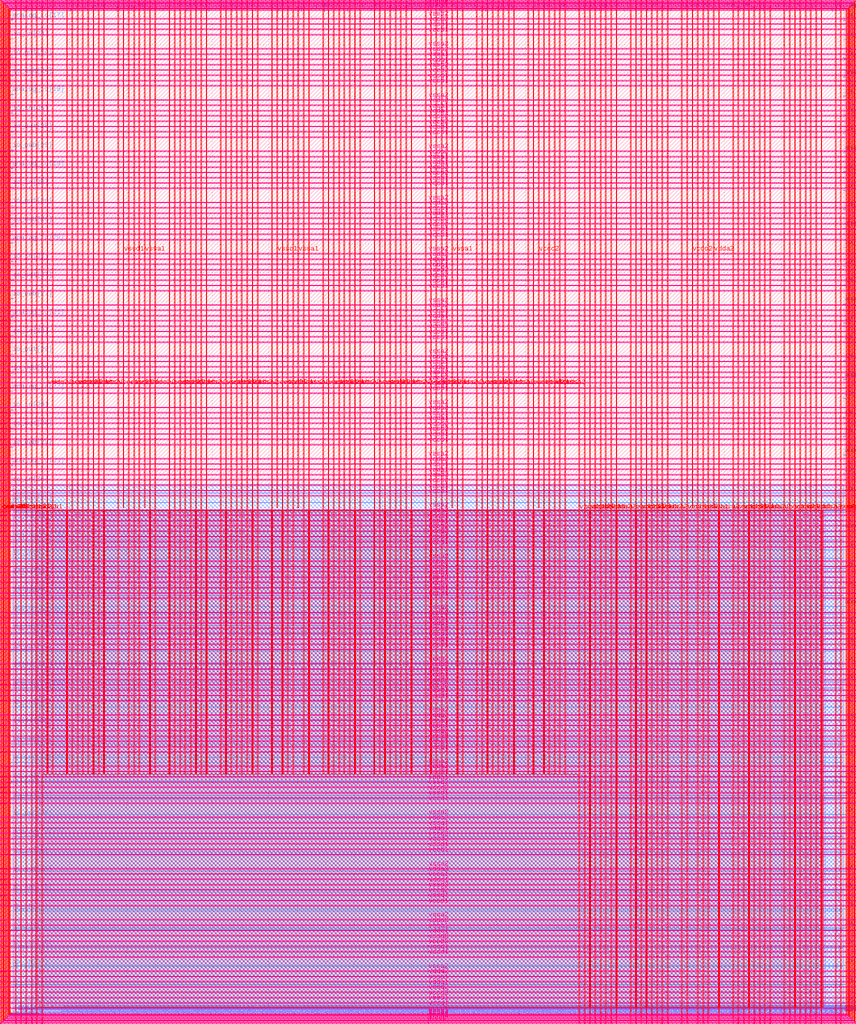
<source format=lef>
VERSION 5.7 ;
  NOWIREEXTENSIONATPIN ON ;
  DIVIDERCHAR "/" ;
  BUSBITCHARS "[]" ;
MACRO user_project_wrapper
  CLASS BLOCK ;
  FOREIGN user_project_wrapper ;
  ORIGIN 0.000 0.000 ;
  SIZE 2920.000 BY 3520.000 ;
  PIN analog_io[0]
    DIRECTION INOUT ;
    USE SIGNAL ;
    PORT
      LAYER met3 ;
        RECT 2917.600 1426.380 2924.800 1427.580 ;
    END
  END analog_io[0]
  PIN analog_io[10]
    DIRECTION INOUT ;
    USE SIGNAL ;
    PORT
      LAYER met2 ;
        RECT 2230.490 3517.600 2231.050 3524.800 ;
    END
  END analog_io[10]
  PIN analog_io[11]
    DIRECTION INOUT ;
    USE SIGNAL ;
    PORT
      LAYER met2 ;
        RECT 1905.730 3517.600 1906.290 3524.800 ;
    END
  END analog_io[11]
  PIN analog_io[12]
    DIRECTION INOUT ;
    USE SIGNAL ;
    PORT
      LAYER met2 ;
        RECT 1581.430 3517.600 1581.990 3524.800 ;
    END
  END analog_io[12]
  PIN analog_io[13]
    DIRECTION INOUT ;
    USE SIGNAL ;
    PORT
      LAYER met2 ;
        RECT 1257.130 3517.600 1257.690 3524.800 ;
    END
  END analog_io[13]
  PIN analog_io[14]
    DIRECTION INOUT ;
    USE SIGNAL ;
    PORT
      LAYER met2 ;
        RECT 932.370 3517.600 932.930 3524.800 ;
    END
  END analog_io[14]
  PIN analog_io[15]
    DIRECTION INOUT ;
    USE SIGNAL ;
    PORT
      LAYER met2 ;
        RECT 608.070 3517.600 608.630 3524.800 ;
    END
  END analog_io[15]
  PIN analog_io[16]
    DIRECTION INOUT ;
    USE SIGNAL ;
    PORT
      LAYER met2 ;
        RECT 283.770 3517.600 284.330 3524.800 ;
    END
  END analog_io[16]
  PIN analog_io[17]
    DIRECTION INOUT ;
    USE SIGNAL ;
    PORT
      LAYER met3 ;
        RECT -4.800 3486.100 2.400 3487.300 ;
    END
  END analog_io[17]
  PIN analog_io[18]
    DIRECTION INOUT ;
    USE SIGNAL ;
    PORT
      LAYER met3 ;
        RECT -4.800 3224.980 2.400 3226.180 ;
    END
  END analog_io[18]
  PIN analog_io[19]
    DIRECTION INOUT ;
    USE SIGNAL ;
    PORT
      LAYER met3 ;
        RECT -4.800 2964.540 2.400 2965.740 ;
    END
  END analog_io[19]
  PIN analog_io[1]
    DIRECTION INOUT ;
    USE SIGNAL ;
    PORT
      LAYER met3 ;
        RECT 2917.600 1692.260 2924.800 1693.460 ;
    END
  END analog_io[1]
  PIN analog_io[20]
    DIRECTION INOUT ;
    USE SIGNAL ;
    PORT
      LAYER met3 ;
        RECT -4.800 2703.420 2.400 2704.620 ;
    END
  END analog_io[20]
  PIN analog_io[21]
    DIRECTION INOUT ;
    USE SIGNAL ;
    PORT
      LAYER met3 ;
        RECT -4.800 2442.980 2.400 2444.180 ;
    END
  END analog_io[21]
  PIN analog_io[22]
    DIRECTION INOUT ;
    USE SIGNAL ;
    PORT
      LAYER met3 ;
        RECT -4.800 2182.540 2.400 2183.740 ;
    END
  END analog_io[22]
  PIN analog_io[23]
    DIRECTION INOUT ;
    USE SIGNAL ;
    PORT
      LAYER met3 ;
        RECT -4.800 1921.420 2.400 1922.620 ;
    END
  END analog_io[23]
  PIN analog_io[24]
    DIRECTION INOUT ;
    USE SIGNAL ;
    PORT
      LAYER met3 ;
        RECT -4.800 1660.980 2.400 1662.180 ;
    END
  END analog_io[24]
  PIN analog_io[25]
    DIRECTION INOUT ;
    USE SIGNAL ;
    PORT
      LAYER met3 ;
        RECT -4.800 1399.860 2.400 1401.060 ;
    END
  END analog_io[25]
  PIN analog_io[26]
    DIRECTION INOUT ;
    USE SIGNAL ;
    PORT
      LAYER met3 ;
        RECT -4.800 1139.420 2.400 1140.620 ;
    END
  END analog_io[26]
  PIN analog_io[27]
    DIRECTION INOUT ;
    USE SIGNAL ;
    PORT
      LAYER met3 ;
        RECT -4.800 878.980 2.400 880.180 ;
    END
  END analog_io[27]
  PIN analog_io[28]
    DIRECTION INOUT ;
    USE SIGNAL ;
    PORT
      LAYER met3 ;
        RECT -4.800 617.860 2.400 619.060 ;
    END
  END analog_io[28]
  PIN analog_io[2]
    DIRECTION INOUT ;
    USE SIGNAL ;
    PORT
      LAYER met3 ;
        RECT 2917.600 1958.140 2924.800 1959.340 ;
    END
  END analog_io[2]
  PIN analog_io[3]
    DIRECTION INOUT ;
    USE SIGNAL ;
    PORT
      LAYER met3 ;
        RECT 2917.600 2223.340 2924.800 2224.540 ;
    END
  END analog_io[3]
  PIN analog_io[4]
    DIRECTION INOUT ;
    USE SIGNAL ;
    PORT
      LAYER met3 ;
        RECT 2917.600 2489.220 2924.800 2490.420 ;
    END
  END analog_io[4]
  PIN analog_io[5]
    DIRECTION INOUT ;
    USE SIGNAL ;
    PORT
      LAYER met3 ;
        RECT 2917.600 2755.100 2924.800 2756.300 ;
    END
  END analog_io[5]
  PIN analog_io[6]
    DIRECTION INOUT ;
    USE SIGNAL ;
    PORT
      LAYER met3 ;
        RECT 2917.600 3020.300 2924.800 3021.500 ;
    END
  END analog_io[6]
  PIN analog_io[7]
    DIRECTION INOUT ;
    USE SIGNAL ;
    PORT
      LAYER met3 ;
        RECT 2917.600 3286.180 2924.800 3287.380 ;
    END
  END analog_io[7]
  PIN analog_io[8]
    DIRECTION INOUT ;
    USE SIGNAL ;
    PORT
      LAYER met2 ;
        RECT 2879.090 3517.600 2879.650 3524.800 ;
    END
  END analog_io[8]
  PIN analog_io[9]
    DIRECTION INOUT ;
    USE SIGNAL ;
    PORT
      LAYER met2 ;
        RECT 2554.790 3517.600 2555.350 3524.800 ;
    END
  END analog_io[9]
  PIN io_in[0]
    DIRECTION INPUT ;
    USE SIGNAL ;
    PORT
      LAYER met3 ;
        RECT 2917.600 32.380 2924.800 33.580 ;
    END
  END io_in[0]
  PIN io_in[10]
    DIRECTION INPUT ;
    USE SIGNAL ;
    PORT
      LAYER met3 ;
        RECT 2917.600 2289.980 2924.800 2291.180 ;
    END
  END io_in[10]
  PIN io_in[11]
    DIRECTION INPUT ;
    USE SIGNAL ;
    PORT
      LAYER met3 ;
        RECT 2917.600 2555.860 2924.800 2557.060 ;
    END
  END io_in[11]
  PIN io_in[12]
    DIRECTION INPUT ;
    USE SIGNAL ;
    PORT
      LAYER met3 ;
        RECT 2917.600 2821.060 2924.800 2822.260 ;
    END
  END io_in[12]
  PIN io_in[13]
    DIRECTION INPUT ;
    USE SIGNAL ;
    PORT
      LAYER met3 ;
        RECT 2917.600 3086.940 2924.800 3088.140 ;
    END
  END io_in[13]
  PIN io_in[14]
    DIRECTION INPUT ;
    USE SIGNAL ;
    PORT
      LAYER met3 ;
        RECT 2917.600 3352.820 2924.800 3354.020 ;
    END
  END io_in[14]
  PIN io_in[15]
    DIRECTION INPUT ;
    USE SIGNAL ;
    PORT
      LAYER met2 ;
        RECT 2798.130 3517.600 2798.690 3524.800 ;
    END
  END io_in[15]
  PIN io_in[16]
    DIRECTION INPUT ;
    USE SIGNAL ;
    PORT
      LAYER met2 ;
        RECT 2473.830 3517.600 2474.390 3524.800 ;
    END
  END io_in[16]
  PIN io_in[17]
    DIRECTION INPUT ;
    USE SIGNAL ;
    PORT
      LAYER met2 ;
        RECT 2149.070 3517.600 2149.630 3524.800 ;
    END
  END io_in[17]
  PIN io_in[18]
    DIRECTION INPUT ;
    USE SIGNAL ;
    PORT
      LAYER met2 ;
        RECT 1824.770 3517.600 1825.330 3524.800 ;
    END
  END io_in[18]
  PIN io_in[19]
    DIRECTION INPUT ;
    USE SIGNAL ;
    PORT
      LAYER met2 ;
        RECT 1500.470 3517.600 1501.030 3524.800 ;
    END
  END io_in[19]
  PIN io_in[1]
    DIRECTION INPUT ;
    USE SIGNAL ;
    PORT
      LAYER met3 ;
        RECT 2917.600 230.940 2924.800 232.140 ;
    END
  END io_in[1]
  PIN io_in[20]
    DIRECTION INPUT ;
    USE SIGNAL ;
    PORT
      LAYER met2 ;
        RECT 1175.710 3517.600 1176.270 3524.800 ;
    END
  END io_in[20]
  PIN io_in[21]
    DIRECTION INPUT ;
    USE SIGNAL ;
    PORT
      LAYER met2 ;
        RECT 851.410 3517.600 851.970 3524.800 ;
    END
  END io_in[21]
  PIN io_in[22]
    DIRECTION INPUT ;
    USE SIGNAL ;
    PORT
      LAYER met2 ;
        RECT 527.110 3517.600 527.670 3524.800 ;
    END
  END io_in[22]
  PIN io_in[23]
    DIRECTION INPUT ;
    USE SIGNAL ;
    PORT
      LAYER met2 ;
        RECT 202.350 3517.600 202.910 3524.800 ;
    END
  END io_in[23]
  PIN io_in[24]
    DIRECTION INPUT ;
    USE SIGNAL ;
    PORT
      LAYER met3 ;
        RECT -4.800 3420.820 2.400 3422.020 ;
    END
  END io_in[24]
  PIN io_in[25]
    DIRECTION INPUT ;
    USE SIGNAL ;
    PORT
      LAYER met3 ;
        RECT -4.800 3159.700 2.400 3160.900 ;
    END
  END io_in[25]
  PIN io_in[26]
    DIRECTION INPUT ;
    USE SIGNAL ;
    PORT
      LAYER met3 ;
        RECT -4.800 2899.260 2.400 2900.460 ;
    END
  END io_in[26]
  PIN io_in[27]
    DIRECTION INPUT ;
    USE SIGNAL ;
    PORT
      LAYER met3 ;
        RECT -4.800 2638.820 2.400 2640.020 ;
    END
  END io_in[27]
  PIN io_in[28]
    DIRECTION INPUT ;
    USE SIGNAL ;
    PORT
      LAYER met3 ;
        RECT -4.800 2377.700 2.400 2378.900 ;
    END
  END io_in[28]
  PIN io_in[29]
    DIRECTION INPUT ;
    USE SIGNAL ;
    PORT
      LAYER met3 ;
        RECT -4.800 2117.260 2.400 2118.460 ;
    END
  END io_in[29]
  PIN io_in[2]
    DIRECTION INPUT ;
    USE SIGNAL ;
    PORT
      LAYER met3 ;
        RECT 2917.600 430.180 2924.800 431.380 ;
    END
  END io_in[2]
  PIN io_in[30]
    DIRECTION INPUT ;
    USE SIGNAL ;
    PORT
      LAYER met3 ;
        RECT -4.800 1856.140 2.400 1857.340 ;
    END
  END io_in[30]
  PIN io_in[31]
    DIRECTION INPUT ;
    USE SIGNAL ;
    PORT
      LAYER met3 ;
        RECT -4.800 1595.700 2.400 1596.900 ;
    END
  END io_in[31]
  PIN io_in[32]
    DIRECTION INPUT ;
    USE SIGNAL ;
    PORT
      LAYER met3 ;
        RECT -4.800 1335.260 2.400 1336.460 ;
    END
  END io_in[32]
  PIN io_in[33]
    DIRECTION INPUT ;
    USE SIGNAL ;
    PORT
      LAYER met3 ;
        RECT -4.800 1074.140 2.400 1075.340 ;
    END
  END io_in[33]
  PIN io_in[34]
    DIRECTION INPUT ;
    USE SIGNAL ;
    PORT
      LAYER met3 ;
        RECT -4.800 813.700 2.400 814.900 ;
    END
  END io_in[34]
  PIN io_in[35]
    DIRECTION INPUT ;
    USE SIGNAL ;
    PORT
      LAYER met3 ;
        RECT -4.800 552.580 2.400 553.780 ;
    END
  END io_in[35]
  PIN io_in[36]
    DIRECTION INPUT ;
    USE SIGNAL ;
    PORT
      LAYER met3 ;
        RECT -4.800 357.420 2.400 358.620 ;
    END
  END io_in[36]
  PIN io_in[37]
    DIRECTION INPUT ;
    USE SIGNAL ;
    PORT
      LAYER met3 ;
        RECT -4.800 161.580 2.400 162.780 ;
    END
  END io_in[37]
  PIN io_in[3]
    DIRECTION INPUT ;
    USE SIGNAL ;
    PORT
      LAYER met3 ;
        RECT 2917.600 629.420 2924.800 630.620 ;
    END
  END io_in[3]
  PIN io_in[4]
    DIRECTION INPUT ;
    USE SIGNAL ;
    PORT
      LAYER met3 ;
        RECT 2917.600 828.660 2924.800 829.860 ;
    END
  END io_in[4]
  PIN io_in[5]
    DIRECTION INPUT ;
    USE SIGNAL ;
    PORT
      LAYER met3 ;
        RECT 2917.600 1027.900 2924.800 1029.100 ;
    END
  END io_in[5]
  PIN io_in[6]
    DIRECTION INPUT ;
    USE SIGNAL ;
    PORT
      LAYER met3 ;
        RECT 2917.600 1227.140 2924.800 1228.340 ;
    END
  END io_in[6]
  PIN io_in[7]
    DIRECTION INPUT ;
    USE SIGNAL ;
    PORT
      LAYER met3 ;
        RECT 2917.600 1493.020 2924.800 1494.220 ;
    END
  END io_in[7]
  PIN io_in[8]
    DIRECTION INPUT ;
    USE SIGNAL ;
    PORT
      LAYER met3 ;
        RECT 2917.600 1758.900 2924.800 1760.100 ;
    END
  END io_in[8]
  PIN io_in[9]
    DIRECTION INPUT ;
    USE SIGNAL ;
    PORT
      LAYER met3 ;
        RECT 2917.600 2024.100 2924.800 2025.300 ;
    END
  END io_in[9]
  PIN io_oeb[0]
    DIRECTION OUTPUT TRISTATE ;
    USE SIGNAL ;
    PORT
      LAYER met3 ;
        RECT 2917.600 164.980 2924.800 166.180 ;
    END
  END io_oeb[0]
  PIN io_oeb[10]
    DIRECTION OUTPUT TRISTATE ;
    USE SIGNAL ;
    PORT
      LAYER met3 ;
        RECT 2917.600 2422.580 2924.800 2423.780 ;
    END
  END io_oeb[10]
  PIN io_oeb[11]
    DIRECTION OUTPUT TRISTATE ;
    USE SIGNAL ;
    PORT
      LAYER met3 ;
        RECT 2917.600 2688.460 2924.800 2689.660 ;
    END
  END io_oeb[11]
  PIN io_oeb[12]
    DIRECTION OUTPUT TRISTATE ;
    USE SIGNAL ;
    PORT
      LAYER met3 ;
        RECT 2917.600 2954.340 2924.800 2955.540 ;
    END
  END io_oeb[12]
  PIN io_oeb[13]
    DIRECTION OUTPUT TRISTATE ;
    USE SIGNAL ;
    PORT
      LAYER met3 ;
        RECT 2917.600 3219.540 2924.800 3220.740 ;
    END
  END io_oeb[13]
  PIN io_oeb[14]
    DIRECTION OUTPUT TRISTATE ;
    USE SIGNAL ;
    PORT
      LAYER met3 ;
        RECT 2917.600 3485.420 2924.800 3486.620 ;
    END
  END io_oeb[14]
  PIN io_oeb[15]
    DIRECTION OUTPUT TRISTATE ;
    USE SIGNAL ;
    PORT
      LAYER met2 ;
        RECT 2635.750 3517.600 2636.310 3524.800 ;
    END
  END io_oeb[15]
  PIN io_oeb[16]
    DIRECTION OUTPUT TRISTATE ;
    USE SIGNAL ;
    PORT
      LAYER met2 ;
        RECT 2311.450 3517.600 2312.010 3524.800 ;
    END
  END io_oeb[16]
  PIN io_oeb[17]
    DIRECTION OUTPUT TRISTATE ;
    USE SIGNAL ;
    PORT
      LAYER met2 ;
        RECT 1987.150 3517.600 1987.710 3524.800 ;
    END
  END io_oeb[17]
  PIN io_oeb[18]
    DIRECTION OUTPUT TRISTATE ;
    USE SIGNAL ;
    PORT
      LAYER met2 ;
        RECT 1662.390 3517.600 1662.950 3524.800 ;
    END
  END io_oeb[18]
  PIN io_oeb[19]
    DIRECTION OUTPUT TRISTATE ;
    USE SIGNAL ;
    PORT
      LAYER met2 ;
        RECT 1338.090 3517.600 1338.650 3524.800 ;
    END
  END io_oeb[19]
  PIN io_oeb[1]
    DIRECTION OUTPUT TRISTATE ;
    USE SIGNAL ;
    PORT
      LAYER met3 ;
        RECT 2917.600 364.220 2924.800 365.420 ;
    END
  END io_oeb[1]
  PIN io_oeb[20]
    DIRECTION OUTPUT TRISTATE ;
    USE SIGNAL ;
    PORT
      LAYER met2 ;
        RECT 1013.790 3517.600 1014.350 3524.800 ;
    END
  END io_oeb[20]
  PIN io_oeb[21]
    DIRECTION OUTPUT TRISTATE ;
    USE SIGNAL ;
    PORT
      LAYER met2 ;
        RECT 689.030 3517.600 689.590 3524.800 ;
    END
  END io_oeb[21]
  PIN io_oeb[22]
    DIRECTION OUTPUT TRISTATE ;
    USE SIGNAL ;
    PORT
      LAYER met2 ;
        RECT 364.730 3517.600 365.290 3524.800 ;
    END
  END io_oeb[22]
  PIN io_oeb[23]
    DIRECTION OUTPUT TRISTATE ;
    USE SIGNAL ;
    PORT
      LAYER met2 ;
        RECT 40.430 3517.600 40.990 3524.800 ;
    END
  END io_oeb[23]
  PIN io_oeb[24]
    DIRECTION OUTPUT TRISTATE ;
    USE SIGNAL ;
    PORT
      LAYER met3 ;
        RECT -4.800 3290.260 2.400 3291.460 ;
    END
  END io_oeb[24]
  PIN io_oeb[25]
    DIRECTION OUTPUT TRISTATE ;
    USE SIGNAL ;
    PORT
      LAYER met3 ;
        RECT -4.800 3029.820 2.400 3031.020 ;
    END
  END io_oeb[25]
  PIN io_oeb[26]
    DIRECTION OUTPUT TRISTATE ;
    USE SIGNAL ;
    PORT
      LAYER met3 ;
        RECT -4.800 2768.700 2.400 2769.900 ;
    END
  END io_oeb[26]
  PIN io_oeb[27]
    DIRECTION OUTPUT TRISTATE ;
    USE SIGNAL ;
    PORT
      LAYER met3 ;
        RECT -4.800 2508.260 2.400 2509.460 ;
    END
  END io_oeb[27]
  PIN io_oeb[28]
    DIRECTION OUTPUT TRISTATE ;
    USE SIGNAL ;
    PORT
      LAYER met3 ;
        RECT -4.800 2247.140 2.400 2248.340 ;
    END
  END io_oeb[28]
  PIN io_oeb[29]
    DIRECTION OUTPUT TRISTATE ;
    USE SIGNAL ;
    PORT
      LAYER met3 ;
        RECT -4.800 1986.700 2.400 1987.900 ;
    END
  END io_oeb[29]
  PIN io_oeb[2]
    DIRECTION OUTPUT TRISTATE ;
    USE SIGNAL ;
    PORT
      LAYER met3 ;
        RECT 2917.600 563.460 2924.800 564.660 ;
    END
  END io_oeb[2]
  PIN io_oeb[30]
    DIRECTION OUTPUT TRISTATE ;
    USE SIGNAL ;
    PORT
      LAYER met3 ;
        RECT -4.800 1726.260 2.400 1727.460 ;
    END
  END io_oeb[30]
  PIN io_oeb[31]
    DIRECTION OUTPUT TRISTATE ;
    USE SIGNAL ;
    PORT
      LAYER met3 ;
        RECT -4.800 1465.140 2.400 1466.340 ;
    END
  END io_oeb[31]
  PIN io_oeb[32]
    DIRECTION OUTPUT TRISTATE ;
    USE SIGNAL ;
    PORT
      LAYER met3 ;
        RECT -4.800 1204.700 2.400 1205.900 ;
    END
  END io_oeb[32]
  PIN io_oeb[33]
    DIRECTION OUTPUT TRISTATE ;
    USE SIGNAL ;
    PORT
      LAYER met3 ;
        RECT -4.800 943.580 2.400 944.780 ;
    END
  END io_oeb[33]
  PIN io_oeb[34]
    DIRECTION OUTPUT TRISTATE ;
    USE SIGNAL ;
    PORT
      LAYER met3 ;
        RECT -4.800 683.140 2.400 684.340 ;
    END
  END io_oeb[34]
  PIN io_oeb[35]
    DIRECTION OUTPUT TRISTATE ;
    USE SIGNAL ;
    PORT
      LAYER met3 ;
        RECT -4.800 422.700 2.400 423.900 ;
    END
  END io_oeb[35]
  PIN io_oeb[36]
    DIRECTION OUTPUT TRISTATE ;
    USE SIGNAL ;
    PORT
      LAYER met3 ;
        RECT -4.800 226.860 2.400 228.060 ;
    END
  END io_oeb[36]
  PIN io_oeb[37]
    DIRECTION OUTPUT TRISTATE ;
    USE SIGNAL ;
    PORT
      LAYER met3 ;
        RECT -4.800 31.700 2.400 32.900 ;
    END
  END io_oeb[37]
  PIN io_oeb[3]
    DIRECTION OUTPUT TRISTATE ;
    USE SIGNAL ;
    PORT
      LAYER met3 ;
        RECT 2917.600 762.700 2924.800 763.900 ;
    END
  END io_oeb[3]
  PIN io_oeb[4]
    DIRECTION OUTPUT TRISTATE ;
    USE SIGNAL ;
    PORT
      LAYER met3 ;
        RECT 2917.600 961.940 2924.800 963.140 ;
    END
  END io_oeb[4]
  PIN io_oeb[5]
    DIRECTION OUTPUT TRISTATE ;
    USE SIGNAL ;
    PORT
      LAYER met3 ;
        RECT 2917.600 1161.180 2924.800 1162.380 ;
    END
  END io_oeb[5]
  PIN io_oeb[6]
    DIRECTION OUTPUT TRISTATE ;
    USE SIGNAL ;
    PORT
      LAYER met3 ;
        RECT 2917.600 1360.420 2924.800 1361.620 ;
    END
  END io_oeb[6]
  PIN io_oeb[7]
    DIRECTION OUTPUT TRISTATE ;
    USE SIGNAL ;
    PORT
      LAYER met3 ;
        RECT 2917.600 1625.620 2924.800 1626.820 ;
    END
  END io_oeb[7]
  PIN io_oeb[8]
    DIRECTION OUTPUT TRISTATE ;
    USE SIGNAL ;
    PORT
      LAYER met3 ;
        RECT 2917.600 1891.500 2924.800 1892.700 ;
    END
  END io_oeb[8]
  PIN io_oeb[9]
    DIRECTION OUTPUT TRISTATE ;
    USE SIGNAL ;
    PORT
      LAYER met3 ;
        RECT 2917.600 2157.380 2924.800 2158.580 ;
    END
  END io_oeb[9]
  PIN io_out[0]
    DIRECTION OUTPUT TRISTATE ;
    USE SIGNAL ;
    PORT
      LAYER met3 ;
        RECT 2917.600 98.340 2924.800 99.540 ;
    END
  END io_out[0]
  PIN io_out[10]
    DIRECTION OUTPUT TRISTATE ;
    USE SIGNAL ;
    PORT
      LAYER met3 ;
        RECT 2917.600 2356.620 2924.800 2357.820 ;
    END
  END io_out[10]
  PIN io_out[11]
    DIRECTION OUTPUT TRISTATE ;
    USE SIGNAL ;
    PORT
      LAYER met3 ;
        RECT 2917.600 2621.820 2924.800 2623.020 ;
    END
  END io_out[11]
  PIN io_out[12]
    DIRECTION OUTPUT TRISTATE ;
    USE SIGNAL ;
    PORT
      LAYER met3 ;
        RECT 2917.600 2887.700 2924.800 2888.900 ;
    END
  END io_out[12]
  PIN io_out[13]
    DIRECTION OUTPUT TRISTATE ;
    USE SIGNAL ;
    PORT
      LAYER met3 ;
        RECT 2917.600 3153.580 2924.800 3154.780 ;
    END
  END io_out[13]
  PIN io_out[14]
    DIRECTION OUTPUT TRISTATE ;
    USE SIGNAL ;
    PORT
      LAYER met3 ;
        RECT 2917.600 3418.780 2924.800 3419.980 ;
    END
  END io_out[14]
  PIN io_out[15]
    DIRECTION OUTPUT TRISTATE ;
    USE SIGNAL ;
    PORT
      LAYER met2 ;
        RECT 2717.170 3517.600 2717.730 3524.800 ;
    END
  END io_out[15]
  PIN io_out[16]
    DIRECTION OUTPUT TRISTATE ;
    USE SIGNAL ;
    PORT
      LAYER met2 ;
        RECT 2392.410 3517.600 2392.970 3524.800 ;
    END
  END io_out[16]
  PIN io_out[17]
    DIRECTION OUTPUT TRISTATE ;
    USE SIGNAL ;
    PORT
      LAYER met2 ;
        RECT 2068.110 3517.600 2068.670 3524.800 ;
    END
  END io_out[17]
  PIN io_out[18]
    DIRECTION OUTPUT TRISTATE ;
    USE SIGNAL ;
    PORT
      LAYER met2 ;
        RECT 1743.810 3517.600 1744.370 3524.800 ;
    END
  END io_out[18]
  PIN io_out[19]
    DIRECTION OUTPUT TRISTATE ;
    USE SIGNAL ;
    PORT
      LAYER met2 ;
        RECT 1419.050 3517.600 1419.610 3524.800 ;
    END
  END io_out[19]
  PIN io_out[1]
    DIRECTION OUTPUT TRISTATE ;
    USE SIGNAL ;
    PORT
      LAYER met3 ;
        RECT 2917.600 297.580 2924.800 298.780 ;
    END
  END io_out[1]
  PIN io_out[20]
    DIRECTION OUTPUT TRISTATE ;
    USE SIGNAL ;
    PORT
      LAYER met2 ;
        RECT 1094.750 3517.600 1095.310 3524.800 ;
    END
  END io_out[20]
  PIN io_out[21]
    DIRECTION OUTPUT TRISTATE ;
    USE SIGNAL ;
    PORT
      LAYER met2 ;
        RECT 770.450 3517.600 771.010 3524.800 ;
    END
  END io_out[21]
  PIN io_out[22]
    DIRECTION OUTPUT TRISTATE ;
    USE SIGNAL ;
    PORT
      LAYER met2 ;
        RECT 445.690 3517.600 446.250 3524.800 ;
    END
  END io_out[22]
  PIN io_out[23]
    DIRECTION OUTPUT TRISTATE ;
    USE SIGNAL ;
    PORT
      LAYER met2 ;
        RECT 121.390 3517.600 121.950 3524.800 ;
    END
  END io_out[23]
  PIN io_out[24]
    DIRECTION OUTPUT TRISTATE ;
    USE SIGNAL ;
    PORT
      LAYER met3 ;
        RECT -4.800 3355.540 2.400 3356.740 ;
    END
  END io_out[24]
  PIN io_out[25]
    DIRECTION OUTPUT TRISTATE ;
    USE SIGNAL ;
    PORT
      LAYER met3 ;
        RECT -4.800 3095.100 2.400 3096.300 ;
    END
  END io_out[25]
  PIN io_out[26]
    DIRECTION OUTPUT TRISTATE ;
    USE SIGNAL ;
    PORT
      LAYER met3 ;
        RECT -4.800 2833.980 2.400 2835.180 ;
    END
  END io_out[26]
  PIN io_out[27]
    DIRECTION OUTPUT TRISTATE ;
    USE SIGNAL ;
    PORT
      LAYER met3 ;
        RECT -4.800 2573.540 2.400 2574.740 ;
    END
  END io_out[27]
  PIN io_out[28]
    DIRECTION OUTPUT TRISTATE ;
    USE SIGNAL ;
    PORT
      LAYER met3 ;
        RECT -4.800 2312.420 2.400 2313.620 ;
    END
  END io_out[28]
  PIN io_out[29]
    DIRECTION OUTPUT TRISTATE ;
    USE SIGNAL ;
    PORT
      LAYER met3 ;
        RECT -4.800 2051.980 2.400 2053.180 ;
    END
  END io_out[29]
  PIN io_out[2]
    DIRECTION OUTPUT TRISTATE ;
    USE SIGNAL ;
    PORT
      LAYER met3 ;
        RECT 2917.600 496.820 2924.800 498.020 ;
    END
  END io_out[2]
  PIN io_out[30]
    DIRECTION OUTPUT TRISTATE ;
    USE SIGNAL ;
    PORT
      LAYER met3 ;
        RECT -4.800 1791.540 2.400 1792.740 ;
    END
  END io_out[30]
  PIN io_out[31]
    DIRECTION OUTPUT TRISTATE ;
    USE SIGNAL ;
    PORT
      LAYER met3 ;
        RECT -4.800 1530.420 2.400 1531.620 ;
    END
  END io_out[31]
  PIN io_out[32]
    DIRECTION OUTPUT TRISTATE ;
    USE SIGNAL ;
    PORT
      LAYER met3 ;
        RECT -4.800 1269.980 2.400 1271.180 ;
    END
  END io_out[32]
  PIN io_out[33]
    DIRECTION OUTPUT TRISTATE ;
    USE SIGNAL ;
    PORT
      LAYER met3 ;
        RECT -4.800 1008.860 2.400 1010.060 ;
    END
  END io_out[33]
  PIN io_out[34]
    DIRECTION OUTPUT TRISTATE ;
    USE SIGNAL ;
    PORT
      LAYER met3 ;
        RECT -4.800 748.420 2.400 749.620 ;
    END
  END io_out[34]
  PIN io_out[35]
    DIRECTION OUTPUT TRISTATE ;
    USE SIGNAL ;
    PORT
      LAYER met3 ;
        RECT -4.800 487.300 2.400 488.500 ;
    END
  END io_out[35]
  PIN io_out[36]
    DIRECTION OUTPUT TRISTATE ;
    USE SIGNAL ;
    PORT
      LAYER met3 ;
        RECT -4.800 292.140 2.400 293.340 ;
    END
  END io_out[36]
  PIN io_out[37]
    DIRECTION OUTPUT TRISTATE ;
    USE SIGNAL ;
    PORT
      LAYER met3 ;
        RECT -4.800 96.300 2.400 97.500 ;
    END
  END io_out[37]
  PIN io_out[3]
    DIRECTION OUTPUT TRISTATE ;
    USE SIGNAL ;
    PORT
      LAYER met3 ;
        RECT 2917.600 696.060 2924.800 697.260 ;
    END
  END io_out[3]
  PIN io_out[4]
    DIRECTION OUTPUT TRISTATE ;
    USE SIGNAL ;
    PORT
      LAYER met3 ;
        RECT 2917.600 895.300 2924.800 896.500 ;
    END
  END io_out[4]
  PIN io_out[5]
    DIRECTION OUTPUT TRISTATE ;
    USE SIGNAL ;
    PORT
      LAYER met3 ;
        RECT 2917.600 1094.540 2924.800 1095.740 ;
    END
  END io_out[5]
  PIN io_out[6]
    DIRECTION OUTPUT TRISTATE ;
    USE SIGNAL ;
    PORT
      LAYER met3 ;
        RECT 2917.600 1293.780 2924.800 1294.980 ;
    END
  END io_out[6]
  PIN io_out[7]
    DIRECTION OUTPUT TRISTATE ;
    USE SIGNAL ;
    PORT
      LAYER met3 ;
        RECT 2917.600 1559.660 2924.800 1560.860 ;
    END
  END io_out[7]
  PIN io_out[8]
    DIRECTION OUTPUT TRISTATE ;
    USE SIGNAL ;
    PORT
      LAYER met3 ;
        RECT 2917.600 1824.860 2924.800 1826.060 ;
    END
  END io_out[8]
  PIN io_out[9]
    DIRECTION OUTPUT TRISTATE ;
    USE SIGNAL ;
    PORT
      LAYER met3 ;
        RECT 2917.600 2090.740 2924.800 2091.940 ;
    END
  END io_out[9]
  PIN la_data_in[0]
    DIRECTION INPUT ;
    USE SIGNAL ;
    PORT
      LAYER met2 ;
        RECT 629.230 -4.800 629.790 2.400 ;
    END
  END la_data_in[0]
  PIN la_data_in[100]
    DIRECTION INPUT ;
    USE SIGNAL ;
    PORT
      LAYER met2 ;
        RECT 2402.530 -4.800 2403.090 2.400 ;
    END
  END la_data_in[100]
  PIN la_data_in[101]
    DIRECTION INPUT ;
    USE SIGNAL ;
    PORT
      LAYER met2 ;
        RECT 2420.010 -4.800 2420.570 2.400 ;
    END
  END la_data_in[101]
  PIN la_data_in[102]
    DIRECTION INPUT ;
    USE SIGNAL ;
    PORT
      LAYER met2 ;
        RECT 2437.950 -4.800 2438.510 2.400 ;
    END
  END la_data_in[102]
  PIN la_data_in[103]
    DIRECTION INPUT ;
    USE SIGNAL ;
    PORT
      LAYER met2 ;
        RECT 2455.430 -4.800 2455.990 2.400 ;
    END
  END la_data_in[103]
  PIN la_data_in[104]
    DIRECTION INPUT ;
    USE SIGNAL ;
    PORT
      LAYER met2 ;
        RECT 2473.370 -4.800 2473.930 2.400 ;
    END
  END la_data_in[104]
  PIN la_data_in[105]
    DIRECTION INPUT ;
    USE SIGNAL ;
    PORT
      LAYER met2 ;
        RECT 2490.850 -4.800 2491.410 2.400 ;
    END
  END la_data_in[105]
  PIN la_data_in[106]
    DIRECTION INPUT ;
    USE SIGNAL ;
    PORT
      LAYER met2 ;
        RECT 2508.790 -4.800 2509.350 2.400 ;
    END
  END la_data_in[106]
  PIN la_data_in[107]
    DIRECTION INPUT ;
    USE SIGNAL ;
    PORT
      LAYER met2 ;
        RECT 2526.730 -4.800 2527.290 2.400 ;
    END
  END la_data_in[107]
  PIN la_data_in[108]
    DIRECTION INPUT ;
    USE SIGNAL ;
    PORT
      LAYER met2 ;
        RECT 2544.210 -4.800 2544.770 2.400 ;
    END
  END la_data_in[108]
  PIN la_data_in[109]
    DIRECTION INPUT ;
    USE SIGNAL ;
    PORT
      LAYER met2 ;
        RECT 2562.150 -4.800 2562.710 2.400 ;
    END
  END la_data_in[109]
  PIN la_data_in[10]
    DIRECTION INPUT ;
    USE SIGNAL ;
    PORT
      LAYER met2 ;
        RECT 806.330 -4.800 806.890 2.400 ;
    END
  END la_data_in[10]
  PIN la_data_in[110]
    DIRECTION INPUT ;
    USE SIGNAL ;
    PORT
      LAYER met2 ;
        RECT 2579.630 -4.800 2580.190 2.400 ;
    END
  END la_data_in[110]
  PIN la_data_in[111]
    DIRECTION INPUT ;
    USE SIGNAL ;
    PORT
      LAYER met2 ;
        RECT 2597.570 -4.800 2598.130 2.400 ;
    END
  END la_data_in[111]
  PIN la_data_in[112]
    DIRECTION INPUT ;
    USE SIGNAL ;
    PORT
      LAYER met2 ;
        RECT 2615.050 -4.800 2615.610 2.400 ;
    END
  END la_data_in[112]
  PIN la_data_in[113]
    DIRECTION INPUT ;
    USE SIGNAL ;
    PORT
      LAYER met2 ;
        RECT 2632.990 -4.800 2633.550 2.400 ;
    END
  END la_data_in[113]
  PIN la_data_in[114]
    DIRECTION INPUT ;
    USE SIGNAL ;
    PORT
      LAYER met2 ;
        RECT 2650.470 -4.800 2651.030 2.400 ;
    END
  END la_data_in[114]
  PIN la_data_in[115]
    DIRECTION INPUT ;
    USE SIGNAL ;
    PORT
      LAYER met2 ;
        RECT 2668.410 -4.800 2668.970 2.400 ;
    END
  END la_data_in[115]
  PIN la_data_in[116]
    DIRECTION INPUT ;
    USE SIGNAL ;
    PORT
      LAYER met2 ;
        RECT 2685.890 -4.800 2686.450 2.400 ;
    END
  END la_data_in[116]
  PIN la_data_in[117]
    DIRECTION INPUT ;
    USE SIGNAL ;
    PORT
      LAYER met2 ;
        RECT 2703.830 -4.800 2704.390 2.400 ;
    END
  END la_data_in[117]
  PIN la_data_in[118]
    DIRECTION INPUT ;
    USE SIGNAL ;
    PORT
      LAYER met2 ;
        RECT 2721.770 -4.800 2722.330 2.400 ;
    END
  END la_data_in[118]
  PIN la_data_in[119]
    DIRECTION INPUT ;
    USE SIGNAL ;
    PORT
      LAYER met2 ;
        RECT 2739.250 -4.800 2739.810 2.400 ;
    END
  END la_data_in[119]
  PIN la_data_in[11]
    DIRECTION INPUT ;
    USE SIGNAL ;
    PORT
      LAYER met2 ;
        RECT 824.270 -4.800 824.830 2.400 ;
    END
  END la_data_in[11]
  PIN la_data_in[120]
    DIRECTION INPUT ;
    USE SIGNAL ;
    PORT
      LAYER met2 ;
        RECT 2757.190 -4.800 2757.750 2.400 ;
    END
  END la_data_in[120]
  PIN la_data_in[121]
    DIRECTION INPUT ;
    USE SIGNAL ;
    PORT
      LAYER met2 ;
        RECT 2774.670 -4.800 2775.230 2.400 ;
    END
  END la_data_in[121]
  PIN la_data_in[122]
    DIRECTION INPUT ;
    USE SIGNAL ;
    PORT
      LAYER met2 ;
        RECT 2792.610 -4.800 2793.170 2.400 ;
    END
  END la_data_in[122]
  PIN la_data_in[123]
    DIRECTION INPUT ;
    USE SIGNAL ;
    PORT
      LAYER met2 ;
        RECT 2810.090 -4.800 2810.650 2.400 ;
    END
  END la_data_in[123]
  PIN la_data_in[124]
    DIRECTION INPUT ;
    USE SIGNAL ;
    PORT
      LAYER met2 ;
        RECT 2828.030 -4.800 2828.590 2.400 ;
    END
  END la_data_in[124]
  PIN la_data_in[125]
    DIRECTION INPUT ;
    USE SIGNAL ;
    PORT
      LAYER met2 ;
        RECT 2845.510 -4.800 2846.070 2.400 ;
    END
  END la_data_in[125]
  PIN la_data_in[126]
    DIRECTION INPUT ;
    USE SIGNAL ;
    PORT
      LAYER met2 ;
        RECT 2863.450 -4.800 2864.010 2.400 ;
    END
  END la_data_in[126]
  PIN la_data_in[127]
    DIRECTION INPUT ;
    USE SIGNAL ;
    PORT
      LAYER met2 ;
        RECT 2881.390 -4.800 2881.950 2.400 ;
    END
  END la_data_in[127]
  PIN la_data_in[12]
    DIRECTION INPUT ;
    USE SIGNAL ;
    PORT
      LAYER met2 ;
        RECT 841.750 -4.800 842.310 2.400 ;
    END
  END la_data_in[12]
  PIN la_data_in[13]
    DIRECTION INPUT ;
    USE SIGNAL ;
    PORT
      LAYER met2 ;
        RECT 859.690 -4.800 860.250 2.400 ;
    END
  END la_data_in[13]
  PIN la_data_in[14]
    DIRECTION INPUT ;
    USE SIGNAL ;
    PORT
      LAYER met2 ;
        RECT 877.170 -4.800 877.730 2.400 ;
    END
  END la_data_in[14]
  PIN la_data_in[15]
    DIRECTION INPUT ;
    USE SIGNAL ;
    PORT
      LAYER met2 ;
        RECT 895.110 -4.800 895.670 2.400 ;
    END
  END la_data_in[15]
  PIN la_data_in[16]
    DIRECTION INPUT ;
    USE SIGNAL ;
    PORT
      LAYER met2 ;
        RECT 912.590 -4.800 913.150 2.400 ;
    END
  END la_data_in[16]
  PIN la_data_in[17]
    DIRECTION INPUT ;
    USE SIGNAL ;
    PORT
      LAYER met2 ;
        RECT 930.530 -4.800 931.090 2.400 ;
    END
  END la_data_in[17]
  PIN la_data_in[18]
    DIRECTION INPUT ;
    USE SIGNAL ;
    PORT
      LAYER met2 ;
        RECT 948.470 -4.800 949.030 2.400 ;
    END
  END la_data_in[18]
  PIN la_data_in[19]
    DIRECTION INPUT ;
    USE SIGNAL ;
    PORT
      LAYER met2 ;
        RECT 965.950 -4.800 966.510 2.400 ;
    END
  END la_data_in[19]
  PIN la_data_in[1]
    DIRECTION INPUT ;
    USE SIGNAL ;
    PORT
      LAYER met2 ;
        RECT 646.710 -4.800 647.270 2.400 ;
    END
  END la_data_in[1]
  PIN la_data_in[20]
    DIRECTION INPUT ;
    USE SIGNAL ;
    PORT
      LAYER met2 ;
        RECT 983.890 -4.800 984.450 2.400 ;
    END
  END la_data_in[20]
  PIN la_data_in[21]
    DIRECTION INPUT ;
    USE SIGNAL ;
    PORT
      LAYER met2 ;
        RECT 1001.370 -4.800 1001.930 2.400 ;
    END
  END la_data_in[21]
  PIN la_data_in[22]
    DIRECTION INPUT ;
    USE SIGNAL ;
    PORT
      LAYER met2 ;
        RECT 1019.310 -4.800 1019.870 2.400 ;
    END
  END la_data_in[22]
  PIN la_data_in[23]
    DIRECTION INPUT ;
    USE SIGNAL ;
    PORT
      LAYER met2 ;
        RECT 1036.790 -4.800 1037.350 2.400 ;
    END
  END la_data_in[23]
  PIN la_data_in[24]
    DIRECTION INPUT ;
    USE SIGNAL ;
    PORT
      LAYER met2 ;
        RECT 1054.730 -4.800 1055.290 2.400 ;
    END
  END la_data_in[24]
  PIN la_data_in[25]
    DIRECTION INPUT ;
    USE SIGNAL ;
    PORT
      LAYER met2 ;
        RECT 1072.210 -4.800 1072.770 2.400 ;
    END
  END la_data_in[25]
  PIN la_data_in[26]
    DIRECTION INPUT ;
    USE SIGNAL ;
    PORT
      LAYER met2 ;
        RECT 1090.150 -4.800 1090.710 2.400 ;
    END
  END la_data_in[26]
  PIN la_data_in[27]
    DIRECTION INPUT ;
    USE SIGNAL ;
    PORT
      LAYER met2 ;
        RECT 1107.630 -4.800 1108.190 2.400 ;
    END
  END la_data_in[27]
  PIN la_data_in[28]
    DIRECTION INPUT ;
    USE SIGNAL ;
    PORT
      LAYER met2 ;
        RECT 1125.570 -4.800 1126.130 2.400 ;
    END
  END la_data_in[28]
  PIN la_data_in[29]
    DIRECTION INPUT ;
    USE SIGNAL ;
    PORT
      LAYER met2 ;
        RECT 1143.510 -4.800 1144.070 2.400 ;
    END
  END la_data_in[29]
  PIN la_data_in[2]
    DIRECTION INPUT ;
    USE SIGNAL ;
    PORT
      LAYER met2 ;
        RECT 664.650 -4.800 665.210 2.400 ;
    END
  END la_data_in[2]
  PIN la_data_in[30]
    DIRECTION INPUT ;
    USE SIGNAL ;
    PORT
      LAYER met2 ;
        RECT 1160.990 -4.800 1161.550 2.400 ;
    END
  END la_data_in[30]
  PIN la_data_in[31]
    DIRECTION INPUT ;
    USE SIGNAL ;
    PORT
      LAYER met2 ;
        RECT 1178.930 -4.800 1179.490 2.400 ;
    END
  END la_data_in[31]
  PIN la_data_in[32]
    DIRECTION INPUT ;
    USE SIGNAL ;
    PORT
      LAYER met2 ;
        RECT 1196.410 -4.800 1196.970 2.400 ;
    END
  END la_data_in[32]
  PIN la_data_in[33]
    DIRECTION INPUT ;
    USE SIGNAL ;
    PORT
      LAYER met2 ;
        RECT 1214.350 -4.800 1214.910 2.400 ;
    END
  END la_data_in[33]
  PIN la_data_in[34]
    DIRECTION INPUT ;
    USE SIGNAL ;
    PORT
      LAYER met2 ;
        RECT 1231.830 -4.800 1232.390 2.400 ;
    END
  END la_data_in[34]
  PIN la_data_in[35]
    DIRECTION INPUT ;
    USE SIGNAL ;
    PORT
      LAYER met2 ;
        RECT 1249.770 -4.800 1250.330 2.400 ;
    END
  END la_data_in[35]
  PIN la_data_in[36]
    DIRECTION INPUT ;
    USE SIGNAL ;
    PORT
      LAYER met2 ;
        RECT 1267.250 -4.800 1267.810 2.400 ;
    END
  END la_data_in[36]
  PIN la_data_in[37]
    DIRECTION INPUT ;
    USE SIGNAL ;
    PORT
      LAYER met2 ;
        RECT 1285.190 -4.800 1285.750 2.400 ;
    END
  END la_data_in[37]
  PIN la_data_in[38]
    DIRECTION INPUT ;
    USE SIGNAL ;
    PORT
      LAYER met2 ;
        RECT 1303.130 -4.800 1303.690 2.400 ;
    END
  END la_data_in[38]
  PIN la_data_in[39]
    DIRECTION INPUT ;
    USE SIGNAL ;
    PORT
      LAYER met2 ;
        RECT 1320.610 -4.800 1321.170 2.400 ;
    END
  END la_data_in[39]
  PIN la_data_in[3]
    DIRECTION INPUT ;
    USE SIGNAL ;
    PORT
      LAYER met2 ;
        RECT 682.130 -4.800 682.690 2.400 ;
    END
  END la_data_in[3]
  PIN la_data_in[40]
    DIRECTION INPUT ;
    USE SIGNAL ;
    PORT
      LAYER met2 ;
        RECT 1338.550 -4.800 1339.110 2.400 ;
    END
  END la_data_in[40]
  PIN la_data_in[41]
    DIRECTION INPUT ;
    USE SIGNAL ;
    PORT
      LAYER met2 ;
        RECT 1356.030 -4.800 1356.590 2.400 ;
    END
  END la_data_in[41]
  PIN la_data_in[42]
    DIRECTION INPUT ;
    USE SIGNAL ;
    PORT
      LAYER met2 ;
        RECT 1373.970 -4.800 1374.530 2.400 ;
    END
  END la_data_in[42]
  PIN la_data_in[43]
    DIRECTION INPUT ;
    USE SIGNAL ;
    PORT
      LAYER met2 ;
        RECT 1391.450 -4.800 1392.010 2.400 ;
    END
  END la_data_in[43]
  PIN la_data_in[44]
    DIRECTION INPUT ;
    USE SIGNAL ;
    PORT
      LAYER met2 ;
        RECT 1409.390 -4.800 1409.950 2.400 ;
    END
  END la_data_in[44]
  PIN la_data_in[45]
    DIRECTION INPUT ;
    USE SIGNAL ;
    PORT
      LAYER met2 ;
        RECT 1426.870 -4.800 1427.430 2.400 ;
    END
  END la_data_in[45]
  PIN la_data_in[46]
    DIRECTION INPUT ;
    USE SIGNAL ;
    PORT
      LAYER met2 ;
        RECT 1444.810 -4.800 1445.370 2.400 ;
    END
  END la_data_in[46]
  PIN la_data_in[47]
    DIRECTION INPUT ;
    USE SIGNAL ;
    PORT
      LAYER met2 ;
        RECT 1462.750 -4.800 1463.310 2.400 ;
    END
  END la_data_in[47]
  PIN la_data_in[48]
    DIRECTION INPUT ;
    USE SIGNAL ;
    PORT
      LAYER met2 ;
        RECT 1480.230 -4.800 1480.790 2.400 ;
    END
  END la_data_in[48]
  PIN la_data_in[49]
    DIRECTION INPUT ;
    USE SIGNAL ;
    PORT
      LAYER met2 ;
        RECT 1498.170 -4.800 1498.730 2.400 ;
    END
  END la_data_in[49]
  PIN la_data_in[4]
    DIRECTION INPUT ;
    USE SIGNAL ;
    PORT
      LAYER met2 ;
        RECT 700.070 -4.800 700.630 2.400 ;
    END
  END la_data_in[4]
  PIN la_data_in[50]
    DIRECTION INPUT ;
    USE SIGNAL ;
    PORT
      LAYER met2 ;
        RECT 1515.650 -4.800 1516.210 2.400 ;
    END
  END la_data_in[50]
  PIN la_data_in[51]
    DIRECTION INPUT ;
    USE SIGNAL ;
    PORT
      LAYER met2 ;
        RECT 1533.590 -4.800 1534.150 2.400 ;
    END
  END la_data_in[51]
  PIN la_data_in[52]
    DIRECTION INPUT ;
    USE SIGNAL ;
    PORT
      LAYER met2 ;
        RECT 1551.070 -4.800 1551.630 2.400 ;
    END
  END la_data_in[52]
  PIN la_data_in[53]
    DIRECTION INPUT ;
    USE SIGNAL ;
    PORT
      LAYER met2 ;
        RECT 1569.010 -4.800 1569.570 2.400 ;
    END
  END la_data_in[53]
  PIN la_data_in[54]
    DIRECTION INPUT ;
    USE SIGNAL ;
    PORT
      LAYER met2 ;
        RECT 1586.490 -4.800 1587.050 2.400 ;
    END
  END la_data_in[54]
  PIN la_data_in[55]
    DIRECTION INPUT ;
    USE SIGNAL ;
    PORT
      LAYER met2 ;
        RECT 1604.430 -4.800 1604.990 2.400 ;
    END
  END la_data_in[55]
  PIN la_data_in[56]
    DIRECTION INPUT ;
    USE SIGNAL ;
    PORT
      LAYER met2 ;
        RECT 1621.910 -4.800 1622.470 2.400 ;
    END
  END la_data_in[56]
  PIN la_data_in[57]
    DIRECTION INPUT ;
    USE SIGNAL ;
    PORT
      LAYER met2 ;
        RECT 1639.850 -4.800 1640.410 2.400 ;
    END
  END la_data_in[57]
  PIN la_data_in[58]
    DIRECTION INPUT ;
    USE SIGNAL ;
    PORT
      LAYER met2 ;
        RECT 1657.790 -4.800 1658.350 2.400 ;
    END
  END la_data_in[58]
  PIN la_data_in[59]
    DIRECTION INPUT ;
    USE SIGNAL ;
    PORT
      LAYER met2 ;
        RECT 1675.270 -4.800 1675.830 2.400 ;
    END
  END la_data_in[59]
  PIN la_data_in[5]
    DIRECTION INPUT ;
    USE SIGNAL ;
    PORT
      LAYER met2 ;
        RECT 717.550 -4.800 718.110 2.400 ;
    END
  END la_data_in[5]
  PIN la_data_in[60]
    DIRECTION INPUT ;
    USE SIGNAL ;
    PORT
      LAYER met2 ;
        RECT 1693.210 -4.800 1693.770 2.400 ;
    END
  END la_data_in[60]
  PIN la_data_in[61]
    DIRECTION INPUT ;
    USE SIGNAL ;
    PORT
      LAYER met2 ;
        RECT 1710.690 -4.800 1711.250 2.400 ;
    END
  END la_data_in[61]
  PIN la_data_in[62]
    DIRECTION INPUT ;
    USE SIGNAL ;
    PORT
      LAYER met2 ;
        RECT 1728.630 -4.800 1729.190 2.400 ;
    END
  END la_data_in[62]
  PIN la_data_in[63]
    DIRECTION INPUT ;
    USE SIGNAL ;
    PORT
      LAYER met2 ;
        RECT 1746.110 -4.800 1746.670 2.400 ;
    END
  END la_data_in[63]
  PIN la_data_in[64]
    DIRECTION INPUT ;
    USE SIGNAL ;
    PORT
      LAYER met2 ;
        RECT 1764.050 -4.800 1764.610 2.400 ;
    END
  END la_data_in[64]
  PIN la_data_in[65]
    DIRECTION INPUT ;
    USE SIGNAL ;
    PORT
      LAYER met2 ;
        RECT 1781.530 -4.800 1782.090 2.400 ;
    END
  END la_data_in[65]
  PIN la_data_in[66]
    DIRECTION INPUT ;
    USE SIGNAL ;
    PORT
      LAYER met2 ;
        RECT 1799.470 -4.800 1800.030 2.400 ;
    END
  END la_data_in[66]
  PIN la_data_in[67]
    DIRECTION INPUT ;
    USE SIGNAL ;
    PORT
      LAYER met2 ;
        RECT 1817.410 -4.800 1817.970 2.400 ;
    END
  END la_data_in[67]
  PIN la_data_in[68]
    DIRECTION INPUT ;
    USE SIGNAL ;
    PORT
      LAYER met2 ;
        RECT 1834.890 -4.800 1835.450 2.400 ;
    END
  END la_data_in[68]
  PIN la_data_in[69]
    DIRECTION INPUT ;
    USE SIGNAL ;
    PORT
      LAYER met2 ;
        RECT 1852.830 -4.800 1853.390 2.400 ;
    END
  END la_data_in[69]
  PIN la_data_in[6]
    DIRECTION INPUT ;
    USE SIGNAL ;
    PORT
      LAYER met2 ;
        RECT 735.490 -4.800 736.050 2.400 ;
    END
  END la_data_in[6]
  PIN la_data_in[70]
    DIRECTION INPUT ;
    USE SIGNAL ;
    PORT
      LAYER met2 ;
        RECT 1870.310 -4.800 1870.870 2.400 ;
    END
  END la_data_in[70]
  PIN la_data_in[71]
    DIRECTION INPUT ;
    USE SIGNAL ;
    PORT
      LAYER met2 ;
        RECT 1888.250 -4.800 1888.810 2.400 ;
    END
  END la_data_in[71]
  PIN la_data_in[72]
    DIRECTION INPUT ;
    USE SIGNAL ;
    PORT
      LAYER met2 ;
        RECT 1905.730 -4.800 1906.290 2.400 ;
    END
  END la_data_in[72]
  PIN la_data_in[73]
    DIRECTION INPUT ;
    USE SIGNAL ;
    PORT
      LAYER met2 ;
        RECT 1923.670 -4.800 1924.230 2.400 ;
    END
  END la_data_in[73]
  PIN la_data_in[74]
    DIRECTION INPUT ;
    USE SIGNAL ;
    PORT
      LAYER met2 ;
        RECT 1941.150 -4.800 1941.710 2.400 ;
    END
  END la_data_in[74]
  PIN la_data_in[75]
    DIRECTION INPUT ;
    USE SIGNAL ;
    PORT
      LAYER met2 ;
        RECT 1959.090 -4.800 1959.650 2.400 ;
    END
  END la_data_in[75]
  PIN la_data_in[76]
    DIRECTION INPUT ;
    USE SIGNAL ;
    PORT
      LAYER met2 ;
        RECT 1976.570 -4.800 1977.130 2.400 ;
    END
  END la_data_in[76]
  PIN la_data_in[77]
    DIRECTION INPUT ;
    USE SIGNAL ;
    PORT
      LAYER met2 ;
        RECT 1994.510 -4.800 1995.070 2.400 ;
    END
  END la_data_in[77]
  PIN la_data_in[78]
    DIRECTION INPUT ;
    USE SIGNAL ;
    PORT
      LAYER met2 ;
        RECT 2012.450 -4.800 2013.010 2.400 ;
    END
  END la_data_in[78]
  PIN la_data_in[79]
    DIRECTION INPUT ;
    USE SIGNAL ;
    PORT
      LAYER met2 ;
        RECT 2029.930 -4.800 2030.490 2.400 ;
    END
  END la_data_in[79]
  PIN la_data_in[7]
    DIRECTION INPUT ;
    USE SIGNAL ;
    PORT
      LAYER met2 ;
        RECT 752.970 -4.800 753.530 2.400 ;
    END
  END la_data_in[7]
  PIN la_data_in[80]
    DIRECTION INPUT ;
    USE SIGNAL ;
    PORT
      LAYER met2 ;
        RECT 2047.870 -4.800 2048.430 2.400 ;
    END
  END la_data_in[80]
  PIN la_data_in[81]
    DIRECTION INPUT ;
    USE SIGNAL ;
    PORT
      LAYER met2 ;
        RECT 2065.350 -4.800 2065.910 2.400 ;
    END
  END la_data_in[81]
  PIN la_data_in[82]
    DIRECTION INPUT ;
    USE SIGNAL ;
    PORT
      LAYER met2 ;
        RECT 2083.290 -4.800 2083.850 2.400 ;
    END
  END la_data_in[82]
  PIN la_data_in[83]
    DIRECTION INPUT ;
    USE SIGNAL ;
    PORT
      LAYER met2 ;
        RECT 2100.770 -4.800 2101.330 2.400 ;
    END
  END la_data_in[83]
  PIN la_data_in[84]
    DIRECTION INPUT ;
    USE SIGNAL ;
    PORT
      LAYER met2 ;
        RECT 2118.710 -4.800 2119.270 2.400 ;
    END
  END la_data_in[84]
  PIN la_data_in[85]
    DIRECTION INPUT ;
    USE SIGNAL ;
    PORT
      LAYER met2 ;
        RECT 2136.190 -4.800 2136.750 2.400 ;
    END
  END la_data_in[85]
  PIN la_data_in[86]
    DIRECTION INPUT ;
    USE SIGNAL ;
    PORT
      LAYER met2 ;
        RECT 2154.130 -4.800 2154.690 2.400 ;
    END
  END la_data_in[86]
  PIN la_data_in[87]
    DIRECTION INPUT ;
    USE SIGNAL ;
    PORT
      LAYER met2 ;
        RECT 2172.070 -4.800 2172.630 2.400 ;
    END
  END la_data_in[87]
  PIN la_data_in[88]
    DIRECTION INPUT ;
    USE SIGNAL ;
    PORT
      LAYER met2 ;
        RECT 2189.550 -4.800 2190.110 2.400 ;
    END
  END la_data_in[88]
  PIN la_data_in[89]
    DIRECTION INPUT ;
    USE SIGNAL ;
    PORT
      LAYER met2 ;
        RECT 2207.490 -4.800 2208.050 2.400 ;
    END
  END la_data_in[89]
  PIN la_data_in[8]
    DIRECTION INPUT ;
    USE SIGNAL ;
    PORT
      LAYER met2 ;
        RECT 770.910 -4.800 771.470 2.400 ;
    END
  END la_data_in[8]
  PIN la_data_in[90]
    DIRECTION INPUT ;
    USE SIGNAL ;
    PORT
      LAYER met2 ;
        RECT 2224.970 -4.800 2225.530 2.400 ;
    END
  END la_data_in[90]
  PIN la_data_in[91]
    DIRECTION INPUT ;
    USE SIGNAL ;
    PORT
      LAYER met2 ;
        RECT 2242.910 -4.800 2243.470 2.400 ;
    END
  END la_data_in[91]
  PIN la_data_in[92]
    DIRECTION INPUT ;
    USE SIGNAL ;
    PORT
      LAYER met2 ;
        RECT 2260.390 -4.800 2260.950 2.400 ;
    END
  END la_data_in[92]
  PIN la_data_in[93]
    DIRECTION INPUT ;
    USE SIGNAL ;
    PORT
      LAYER met2 ;
        RECT 2278.330 -4.800 2278.890 2.400 ;
    END
  END la_data_in[93]
  PIN la_data_in[94]
    DIRECTION INPUT ;
    USE SIGNAL ;
    PORT
      LAYER met2 ;
        RECT 2295.810 -4.800 2296.370 2.400 ;
    END
  END la_data_in[94]
  PIN la_data_in[95]
    DIRECTION INPUT ;
    USE SIGNAL ;
    PORT
      LAYER met2 ;
        RECT 2313.750 -4.800 2314.310 2.400 ;
    END
  END la_data_in[95]
  PIN la_data_in[96]
    DIRECTION INPUT ;
    USE SIGNAL ;
    PORT
      LAYER met2 ;
        RECT 2331.230 -4.800 2331.790 2.400 ;
    END
  END la_data_in[96]
  PIN la_data_in[97]
    DIRECTION INPUT ;
    USE SIGNAL ;
    PORT
      LAYER met2 ;
        RECT 2349.170 -4.800 2349.730 2.400 ;
    END
  END la_data_in[97]
  PIN la_data_in[98]
    DIRECTION INPUT ;
    USE SIGNAL ;
    PORT
      LAYER met2 ;
        RECT 2367.110 -4.800 2367.670 2.400 ;
    END
  END la_data_in[98]
  PIN la_data_in[99]
    DIRECTION INPUT ;
    USE SIGNAL ;
    PORT
      LAYER met2 ;
        RECT 2384.590 -4.800 2385.150 2.400 ;
    END
  END la_data_in[99]
  PIN la_data_in[9]
    DIRECTION INPUT ;
    USE SIGNAL ;
    PORT
      LAYER met2 ;
        RECT 788.850 -4.800 789.410 2.400 ;
    END
  END la_data_in[9]
  PIN la_data_out[0]
    DIRECTION OUTPUT TRISTATE ;
    USE SIGNAL ;
    PORT
      LAYER met2 ;
        RECT 634.750 -4.800 635.310 2.400 ;
    END
  END la_data_out[0]
  PIN la_data_out[100]
    DIRECTION OUTPUT TRISTATE ;
    USE SIGNAL ;
    PORT
      LAYER met2 ;
        RECT 2408.510 -4.800 2409.070 2.400 ;
    END
  END la_data_out[100]
  PIN la_data_out[101]
    DIRECTION OUTPUT TRISTATE ;
    USE SIGNAL ;
    PORT
      LAYER met2 ;
        RECT 2425.990 -4.800 2426.550 2.400 ;
    END
  END la_data_out[101]
  PIN la_data_out[102]
    DIRECTION OUTPUT TRISTATE ;
    USE SIGNAL ;
    PORT
      LAYER met2 ;
        RECT 2443.930 -4.800 2444.490 2.400 ;
    END
  END la_data_out[102]
  PIN la_data_out[103]
    DIRECTION OUTPUT TRISTATE ;
    USE SIGNAL ;
    PORT
      LAYER met2 ;
        RECT 2461.410 -4.800 2461.970 2.400 ;
    END
  END la_data_out[103]
  PIN la_data_out[104]
    DIRECTION OUTPUT TRISTATE ;
    USE SIGNAL ;
    PORT
      LAYER met2 ;
        RECT 2479.350 -4.800 2479.910 2.400 ;
    END
  END la_data_out[104]
  PIN la_data_out[105]
    DIRECTION OUTPUT TRISTATE ;
    USE SIGNAL ;
    PORT
      LAYER met2 ;
        RECT 2496.830 -4.800 2497.390 2.400 ;
    END
  END la_data_out[105]
  PIN la_data_out[106]
    DIRECTION OUTPUT TRISTATE ;
    USE SIGNAL ;
    PORT
      LAYER met2 ;
        RECT 2514.770 -4.800 2515.330 2.400 ;
    END
  END la_data_out[106]
  PIN la_data_out[107]
    DIRECTION OUTPUT TRISTATE ;
    USE SIGNAL ;
    PORT
      LAYER met2 ;
        RECT 2532.250 -4.800 2532.810 2.400 ;
    END
  END la_data_out[107]
  PIN la_data_out[108]
    DIRECTION OUTPUT TRISTATE ;
    USE SIGNAL ;
    PORT
      LAYER met2 ;
        RECT 2550.190 -4.800 2550.750 2.400 ;
    END
  END la_data_out[108]
  PIN la_data_out[109]
    DIRECTION OUTPUT TRISTATE ;
    USE SIGNAL ;
    PORT
      LAYER met2 ;
        RECT 2567.670 -4.800 2568.230 2.400 ;
    END
  END la_data_out[109]
  PIN la_data_out[10]
    DIRECTION OUTPUT TRISTATE ;
    USE SIGNAL ;
    PORT
      LAYER met2 ;
        RECT 812.310 -4.800 812.870 2.400 ;
    END
  END la_data_out[10]
  PIN la_data_out[110]
    DIRECTION OUTPUT TRISTATE ;
    USE SIGNAL ;
    PORT
      LAYER met2 ;
        RECT 2585.610 -4.800 2586.170 2.400 ;
    END
  END la_data_out[110]
  PIN la_data_out[111]
    DIRECTION OUTPUT TRISTATE ;
    USE SIGNAL ;
    PORT
      LAYER met2 ;
        RECT 2603.550 -4.800 2604.110 2.400 ;
    END
  END la_data_out[111]
  PIN la_data_out[112]
    DIRECTION OUTPUT TRISTATE ;
    USE SIGNAL ;
    PORT
      LAYER met2 ;
        RECT 2621.030 -4.800 2621.590 2.400 ;
    END
  END la_data_out[112]
  PIN la_data_out[113]
    DIRECTION OUTPUT TRISTATE ;
    USE SIGNAL ;
    PORT
      LAYER met2 ;
        RECT 2638.970 -4.800 2639.530 2.400 ;
    END
  END la_data_out[113]
  PIN la_data_out[114]
    DIRECTION OUTPUT TRISTATE ;
    USE SIGNAL ;
    PORT
      LAYER met2 ;
        RECT 2656.450 -4.800 2657.010 2.400 ;
    END
  END la_data_out[114]
  PIN la_data_out[115]
    DIRECTION OUTPUT TRISTATE ;
    USE SIGNAL ;
    PORT
      LAYER met2 ;
        RECT 2674.390 -4.800 2674.950 2.400 ;
    END
  END la_data_out[115]
  PIN la_data_out[116]
    DIRECTION OUTPUT TRISTATE ;
    USE SIGNAL ;
    PORT
      LAYER met2 ;
        RECT 2691.870 -4.800 2692.430 2.400 ;
    END
  END la_data_out[116]
  PIN la_data_out[117]
    DIRECTION OUTPUT TRISTATE ;
    USE SIGNAL ;
    PORT
      LAYER met2 ;
        RECT 2709.810 -4.800 2710.370 2.400 ;
    END
  END la_data_out[117]
  PIN la_data_out[118]
    DIRECTION OUTPUT TRISTATE ;
    USE SIGNAL ;
    PORT
      LAYER met2 ;
        RECT 2727.290 -4.800 2727.850 2.400 ;
    END
  END la_data_out[118]
  PIN la_data_out[119]
    DIRECTION OUTPUT TRISTATE ;
    USE SIGNAL ;
    PORT
      LAYER met2 ;
        RECT 2745.230 -4.800 2745.790 2.400 ;
    END
  END la_data_out[119]
  PIN la_data_out[11]
    DIRECTION OUTPUT TRISTATE ;
    USE SIGNAL ;
    PORT
      LAYER met2 ;
        RECT 830.250 -4.800 830.810 2.400 ;
    END
  END la_data_out[11]
  PIN la_data_out[120]
    DIRECTION OUTPUT TRISTATE ;
    USE SIGNAL ;
    PORT
      LAYER met2 ;
        RECT 2763.170 -4.800 2763.730 2.400 ;
    END
  END la_data_out[120]
  PIN la_data_out[121]
    DIRECTION OUTPUT TRISTATE ;
    USE SIGNAL ;
    PORT
      LAYER met2 ;
        RECT 2780.650 -4.800 2781.210 2.400 ;
    END
  END la_data_out[121]
  PIN la_data_out[122]
    DIRECTION OUTPUT TRISTATE ;
    USE SIGNAL ;
    PORT
      LAYER met2 ;
        RECT 2798.590 -4.800 2799.150 2.400 ;
    END
  END la_data_out[122]
  PIN la_data_out[123]
    DIRECTION OUTPUT TRISTATE ;
    USE SIGNAL ;
    PORT
      LAYER met2 ;
        RECT 2816.070 -4.800 2816.630 2.400 ;
    END
  END la_data_out[123]
  PIN la_data_out[124]
    DIRECTION OUTPUT TRISTATE ;
    USE SIGNAL ;
    PORT
      LAYER met2 ;
        RECT 2834.010 -4.800 2834.570 2.400 ;
    END
  END la_data_out[124]
  PIN la_data_out[125]
    DIRECTION OUTPUT TRISTATE ;
    USE SIGNAL ;
    PORT
      LAYER met2 ;
        RECT 2851.490 -4.800 2852.050 2.400 ;
    END
  END la_data_out[125]
  PIN la_data_out[126]
    DIRECTION OUTPUT TRISTATE ;
    USE SIGNAL ;
    PORT
      LAYER met2 ;
        RECT 2869.430 -4.800 2869.990 2.400 ;
    END
  END la_data_out[126]
  PIN la_data_out[127]
    DIRECTION OUTPUT TRISTATE ;
    USE SIGNAL ;
    PORT
      LAYER met2 ;
        RECT 2886.910 -4.800 2887.470 2.400 ;
    END
  END la_data_out[127]
  PIN la_data_out[12]
    DIRECTION OUTPUT TRISTATE ;
    USE SIGNAL ;
    PORT
      LAYER met2 ;
        RECT 847.730 -4.800 848.290 2.400 ;
    END
  END la_data_out[12]
  PIN la_data_out[13]
    DIRECTION OUTPUT TRISTATE ;
    USE SIGNAL ;
    PORT
      LAYER met2 ;
        RECT 865.670 -4.800 866.230 2.400 ;
    END
  END la_data_out[13]
  PIN la_data_out[14]
    DIRECTION OUTPUT TRISTATE ;
    USE SIGNAL ;
    PORT
      LAYER met2 ;
        RECT 883.150 -4.800 883.710 2.400 ;
    END
  END la_data_out[14]
  PIN la_data_out[15]
    DIRECTION OUTPUT TRISTATE ;
    USE SIGNAL ;
    PORT
      LAYER met2 ;
        RECT 901.090 -4.800 901.650 2.400 ;
    END
  END la_data_out[15]
  PIN la_data_out[16]
    DIRECTION OUTPUT TRISTATE ;
    USE SIGNAL ;
    PORT
      LAYER met2 ;
        RECT 918.570 -4.800 919.130 2.400 ;
    END
  END la_data_out[16]
  PIN la_data_out[17]
    DIRECTION OUTPUT TRISTATE ;
    USE SIGNAL ;
    PORT
      LAYER met2 ;
        RECT 936.510 -4.800 937.070 2.400 ;
    END
  END la_data_out[17]
  PIN la_data_out[18]
    DIRECTION OUTPUT TRISTATE ;
    USE SIGNAL ;
    PORT
      LAYER met2 ;
        RECT 953.990 -4.800 954.550 2.400 ;
    END
  END la_data_out[18]
  PIN la_data_out[19]
    DIRECTION OUTPUT TRISTATE ;
    USE SIGNAL ;
    PORT
      LAYER met2 ;
        RECT 971.930 -4.800 972.490 2.400 ;
    END
  END la_data_out[19]
  PIN la_data_out[1]
    DIRECTION OUTPUT TRISTATE ;
    USE SIGNAL ;
    PORT
      LAYER met2 ;
        RECT 652.690 -4.800 653.250 2.400 ;
    END
  END la_data_out[1]
  PIN la_data_out[20]
    DIRECTION OUTPUT TRISTATE ;
    USE SIGNAL ;
    PORT
      LAYER met2 ;
        RECT 989.410 -4.800 989.970 2.400 ;
    END
  END la_data_out[20]
  PIN la_data_out[21]
    DIRECTION OUTPUT TRISTATE ;
    USE SIGNAL ;
    PORT
      LAYER met2 ;
        RECT 1007.350 -4.800 1007.910 2.400 ;
    END
  END la_data_out[21]
  PIN la_data_out[22]
    DIRECTION OUTPUT TRISTATE ;
    USE SIGNAL ;
    PORT
      LAYER met2 ;
        RECT 1025.290 -4.800 1025.850 2.400 ;
    END
  END la_data_out[22]
  PIN la_data_out[23]
    DIRECTION OUTPUT TRISTATE ;
    USE SIGNAL ;
    PORT
      LAYER met2 ;
        RECT 1042.770 -4.800 1043.330 2.400 ;
    END
  END la_data_out[23]
  PIN la_data_out[24]
    DIRECTION OUTPUT TRISTATE ;
    USE SIGNAL ;
    PORT
      LAYER met2 ;
        RECT 1060.710 -4.800 1061.270 2.400 ;
    END
  END la_data_out[24]
  PIN la_data_out[25]
    DIRECTION OUTPUT TRISTATE ;
    USE SIGNAL ;
    PORT
      LAYER met2 ;
        RECT 1078.190 -4.800 1078.750 2.400 ;
    END
  END la_data_out[25]
  PIN la_data_out[26]
    DIRECTION OUTPUT TRISTATE ;
    USE SIGNAL ;
    PORT
      LAYER met2 ;
        RECT 1096.130 -4.800 1096.690 2.400 ;
    END
  END la_data_out[26]
  PIN la_data_out[27]
    DIRECTION OUTPUT TRISTATE ;
    USE SIGNAL ;
    PORT
      LAYER met2 ;
        RECT 1113.610 -4.800 1114.170 2.400 ;
    END
  END la_data_out[27]
  PIN la_data_out[28]
    DIRECTION OUTPUT TRISTATE ;
    USE SIGNAL ;
    PORT
      LAYER met2 ;
        RECT 1131.550 -4.800 1132.110 2.400 ;
    END
  END la_data_out[28]
  PIN la_data_out[29]
    DIRECTION OUTPUT TRISTATE ;
    USE SIGNAL ;
    PORT
      LAYER met2 ;
        RECT 1149.030 -4.800 1149.590 2.400 ;
    END
  END la_data_out[29]
  PIN la_data_out[2]
    DIRECTION OUTPUT TRISTATE ;
    USE SIGNAL ;
    PORT
      LAYER met2 ;
        RECT 670.630 -4.800 671.190 2.400 ;
    END
  END la_data_out[2]
  PIN la_data_out[30]
    DIRECTION OUTPUT TRISTATE ;
    USE SIGNAL ;
    PORT
      LAYER met2 ;
        RECT 1166.970 -4.800 1167.530 2.400 ;
    END
  END la_data_out[30]
  PIN la_data_out[31]
    DIRECTION OUTPUT TRISTATE ;
    USE SIGNAL ;
    PORT
      LAYER met2 ;
        RECT 1184.910 -4.800 1185.470 2.400 ;
    END
  END la_data_out[31]
  PIN la_data_out[32]
    DIRECTION OUTPUT TRISTATE ;
    USE SIGNAL ;
    PORT
      LAYER met2 ;
        RECT 1202.390 -4.800 1202.950 2.400 ;
    END
  END la_data_out[32]
  PIN la_data_out[33]
    DIRECTION OUTPUT TRISTATE ;
    USE SIGNAL ;
    PORT
      LAYER met2 ;
        RECT 1220.330 -4.800 1220.890 2.400 ;
    END
  END la_data_out[33]
  PIN la_data_out[34]
    DIRECTION OUTPUT TRISTATE ;
    USE SIGNAL ;
    PORT
      LAYER met2 ;
        RECT 1237.810 -4.800 1238.370 2.400 ;
    END
  END la_data_out[34]
  PIN la_data_out[35]
    DIRECTION OUTPUT TRISTATE ;
    USE SIGNAL ;
    PORT
      LAYER met2 ;
        RECT 1255.750 -4.800 1256.310 2.400 ;
    END
  END la_data_out[35]
  PIN la_data_out[36]
    DIRECTION OUTPUT TRISTATE ;
    USE SIGNAL ;
    PORT
      LAYER met2 ;
        RECT 1273.230 -4.800 1273.790 2.400 ;
    END
  END la_data_out[36]
  PIN la_data_out[37]
    DIRECTION OUTPUT TRISTATE ;
    USE SIGNAL ;
    PORT
      LAYER met2 ;
        RECT 1291.170 -4.800 1291.730 2.400 ;
    END
  END la_data_out[37]
  PIN la_data_out[38]
    DIRECTION OUTPUT TRISTATE ;
    USE SIGNAL ;
    PORT
      LAYER met2 ;
        RECT 1308.650 -4.800 1309.210 2.400 ;
    END
  END la_data_out[38]
  PIN la_data_out[39]
    DIRECTION OUTPUT TRISTATE ;
    USE SIGNAL ;
    PORT
      LAYER met2 ;
        RECT 1326.590 -4.800 1327.150 2.400 ;
    END
  END la_data_out[39]
  PIN la_data_out[3]
    DIRECTION OUTPUT TRISTATE ;
    USE SIGNAL ;
    PORT
      LAYER met2 ;
        RECT 688.110 -4.800 688.670 2.400 ;
    END
  END la_data_out[3]
  PIN la_data_out[40]
    DIRECTION OUTPUT TRISTATE ;
    USE SIGNAL ;
    PORT
      LAYER met2 ;
        RECT 1344.070 -4.800 1344.630 2.400 ;
    END
  END la_data_out[40]
  PIN la_data_out[41]
    DIRECTION OUTPUT TRISTATE ;
    USE SIGNAL ;
    PORT
      LAYER met2 ;
        RECT 1362.010 -4.800 1362.570 2.400 ;
    END
  END la_data_out[41]
  PIN la_data_out[42]
    DIRECTION OUTPUT TRISTATE ;
    USE SIGNAL ;
    PORT
      LAYER met2 ;
        RECT 1379.950 -4.800 1380.510 2.400 ;
    END
  END la_data_out[42]
  PIN la_data_out[43]
    DIRECTION OUTPUT TRISTATE ;
    USE SIGNAL ;
    PORT
      LAYER met2 ;
        RECT 1397.430 -4.800 1397.990 2.400 ;
    END
  END la_data_out[43]
  PIN la_data_out[44]
    DIRECTION OUTPUT TRISTATE ;
    USE SIGNAL ;
    PORT
      LAYER met2 ;
        RECT 1415.370 -4.800 1415.930 2.400 ;
    END
  END la_data_out[44]
  PIN la_data_out[45]
    DIRECTION OUTPUT TRISTATE ;
    USE SIGNAL ;
    PORT
      LAYER met2 ;
        RECT 1432.850 -4.800 1433.410 2.400 ;
    END
  END la_data_out[45]
  PIN la_data_out[46]
    DIRECTION OUTPUT TRISTATE ;
    USE SIGNAL ;
    PORT
      LAYER met2 ;
        RECT 1450.790 -4.800 1451.350 2.400 ;
    END
  END la_data_out[46]
  PIN la_data_out[47]
    DIRECTION OUTPUT TRISTATE ;
    USE SIGNAL ;
    PORT
      LAYER met2 ;
        RECT 1468.270 -4.800 1468.830 2.400 ;
    END
  END la_data_out[47]
  PIN la_data_out[48]
    DIRECTION OUTPUT TRISTATE ;
    USE SIGNAL ;
    PORT
      LAYER met2 ;
        RECT 1486.210 -4.800 1486.770 2.400 ;
    END
  END la_data_out[48]
  PIN la_data_out[49]
    DIRECTION OUTPUT TRISTATE ;
    USE SIGNAL ;
    PORT
      LAYER met2 ;
        RECT 1503.690 -4.800 1504.250 2.400 ;
    END
  END la_data_out[49]
  PIN la_data_out[4]
    DIRECTION OUTPUT TRISTATE ;
    USE SIGNAL ;
    PORT
      LAYER met2 ;
        RECT 706.050 -4.800 706.610 2.400 ;
    END
  END la_data_out[4]
  PIN la_data_out[50]
    DIRECTION OUTPUT TRISTATE ;
    USE SIGNAL ;
    PORT
      LAYER met2 ;
        RECT 1521.630 -4.800 1522.190 2.400 ;
    END
  END la_data_out[50]
  PIN la_data_out[51]
    DIRECTION OUTPUT TRISTATE ;
    USE SIGNAL ;
    PORT
      LAYER met2 ;
        RECT 1539.570 -4.800 1540.130 2.400 ;
    END
  END la_data_out[51]
  PIN la_data_out[52]
    DIRECTION OUTPUT TRISTATE ;
    USE SIGNAL ;
    PORT
      LAYER met2 ;
        RECT 1557.050 -4.800 1557.610 2.400 ;
    END
  END la_data_out[52]
  PIN la_data_out[53]
    DIRECTION OUTPUT TRISTATE ;
    USE SIGNAL ;
    PORT
      LAYER met2 ;
        RECT 1574.990 -4.800 1575.550 2.400 ;
    END
  END la_data_out[53]
  PIN la_data_out[54]
    DIRECTION OUTPUT TRISTATE ;
    USE SIGNAL ;
    PORT
      LAYER met2 ;
        RECT 1592.470 -4.800 1593.030 2.400 ;
    END
  END la_data_out[54]
  PIN la_data_out[55]
    DIRECTION OUTPUT TRISTATE ;
    USE SIGNAL ;
    PORT
      LAYER met2 ;
        RECT 1610.410 -4.800 1610.970 2.400 ;
    END
  END la_data_out[55]
  PIN la_data_out[56]
    DIRECTION OUTPUT TRISTATE ;
    USE SIGNAL ;
    PORT
      LAYER met2 ;
        RECT 1627.890 -4.800 1628.450 2.400 ;
    END
  END la_data_out[56]
  PIN la_data_out[57]
    DIRECTION OUTPUT TRISTATE ;
    USE SIGNAL ;
    PORT
      LAYER met2 ;
        RECT 1645.830 -4.800 1646.390 2.400 ;
    END
  END la_data_out[57]
  PIN la_data_out[58]
    DIRECTION OUTPUT TRISTATE ;
    USE SIGNAL ;
    PORT
      LAYER met2 ;
        RECT 1663.310 -4.800 1663.870 2.400 ;
    END
  END la_data_out[58]
  PIN la_data_out[59]
    DIRECTION OUTPUT TRISTATE ;
    USE SIGNAL ;
    PORT
      LAYER met2 ;
        RECT 1681.250 -4.800 1681.810 2.400 ;
    END
  END la_data_out[59]
  PIN la_data_out[5]
    DIRECTION OUTPUT TRISTATE ;
    USE SIGNAL ;
    PORT
      LAYER met2 ;
        RECT 723.530 -4.800 724.090 2.400 ;
    END
  END la_data_out[5]
  PIN la_data_out[60]
    DIRECTION OUTPUT TRISTATE ;
    USE SIGNAL ;
    PORT
      LAYER met2 ;
        RECT 1699.190 -4.800 1699.750 2.400 ;
    END
  END la_data_out[60]
  PIN la_data_out[61]
    DIRECTION OUTPUT TRISTATE ;
    USE SIGNAL ;
    PORT
      LAYER met2 ;
        RECT 1716.670 -4.800 1717.230 2.400 ;
    END
  END la_data_out[61]
  PIN la_data_out[62]
    DIRECTION OUTPUT TRISTATE ;
    USE SIGNAL ;
    PORT
      LAYER met2 ;
        RECT 1734.610 -4.800 1735.170 2.400 ;
    END
  END la_data_out[62]
  PIN la_data_out[63]
    DIRECTION OUTPUT TRISTATE ;
    USE SIGNAL ;
    PORT
      LAYER met2 ;
        RECT 1752.090 -4.800 1752.650 2.400 ;
    END
  END la_data_out[63]
  PIN la_data_out[64]
    DIRECTION OUTPUT TRISTATE ;
    USE SIGNAL ;
    PORT
      LAYER met2 ;
        RECT 1770.030 -4.800 1770.590 2.400 ;
    END
  END la_data_out[64]
  PIN la_data_out[65]
    DIRECTION OUTPUT TRISTATE ;
    USE SIGNAL ;
    PORT
      LAYER met2 ;
        RECT 1787.510 -4.800 1788.070 2.400 ;
    END
  END la_data_out[65]
  PIN la_data_out[66]
    DIRECTION OUTPUT TRISTATE ;
    USE SIGNAL ;
    PORT
      LAYER met2 ;
        RECT 1805.450 -4.800 1806.010 2.400 ;
    END
  END la_data_out[66]
  PIN la_data_out[67]
    DIRECTION OUTPUT TRISTATE ;
    USE SIGNAL ;
    PORT
      LAYER met2 ;
        RECT 1822.930 -4.800 1823.490 2.400 ;
    END
  END la_data_out[67]
  PIN la_data_out[68]
    DIRECTION OUTPUT TRISTATE ;
    USE SIGNAL ;
    PORT
      LAYER met2 ;
        RECT 1840.870 -4.800 1841.430 2.400 ;
    END
  END la_data_out[68]
  PIN la_data_out[69]
    DIRECTION OUTPUT TRISTATE ;
    USE SIGNAL ;
    PORT
      LAYER met2 ;
        RECT 1858.350 -4.800 1858.910 2.400 ;
    END
  END la_data_out[69]
  PIN la_data_out[6]
    DIRECTION OUTPUT TRISTATE ;
    USE SIGNAL ;
    PORT
      LAYER met2 ;
        RECT 741.470 -4.800 742.030 2.400 ;
    END
  END la_data_out[6]
  PIN la_data_out[70]
    DIRECTION OUTPUT TRISTATE ;
    USE SIGNAL ;
    PORT
      LAYER met2 ;
        RECT 1876.290 -4.800 1876.850 2.400 ;
    END
  END la_data_out[70]
  PIN la_data_out[71]
    DIRECTION OUTPUT TRISTATE ;
    USE SIGNAL ;
    PORT
      LAYER met2 ;
        RECT 1894.230 -4.800 1894.790 2.400 ;
    END
  END la_data_out[71]
  PIN la_data_out[72]
    DIRECTION OUTPUT TRISTATE ;
    USE SIGNAL ;
    PORT
      LAYER met2 ;
        RECT 1911.710 -4.800 1912.270 2.400 ;
    END
  END la_data_out[72]
  PIN la_data_out[73]
    DIRECTION OUTPUT TRISTATE ;
    USE SIGNAL ;
    PORT
      LAYER met2 ;
        RECT 1929.650 -4.800 1930.210 2.400 ;
    END
  END la_data_out[73]
  PIN la_data_out[74]
    DIRECTION OUTPUT TRISTATE ;
    USE SIGNAL ;
    PORT
      LAYER met2 ;
        RECT 1947.130 -4.800 1947.690 2.400 ;
    END
  END la_data_out[74]
  PIN la_data_out[75]
    DIRECTION OUTPUT TRISTATE ;
    USE SIGNAL ;
    PORT
      LAYER met2 ;
        RECT 1965.070 -4.800 1965.630 2.400 ;
    END
  END la_data_out[75]
  PIN la_data_out[76]
    DIRECTION OUTPUT TRISTATE ;
    USE SIGNAL ;
    PORT
      LAYER met2 ;
        RECT 1982.550 -4.800 1983.110 2.400 ;
    END
  END la_data_out[76]
  PIN la_data_out[77]
    DIRECTION OUTPUT TRISTATE ;
    USE SIGNAL ;
    PORT
      LAYER met2 ;
        RECT 2000.490 -4.800 2001.050 2.400 ;
    END
  END la_data_out[77]
  PIN la_data_out[78]
    DIRECTION OUTPUT TRISTATE ;
    USE SIGNAL ;
    PORT
      LAYER met2 ;
        RECT 2017.970 -4.800 2018.530 2.400 ;
    END
  END la_data_out[78]
  PIN la_data_out[79]
    DIRECTION OUTPUT TRISTATE ;
    USE SIGNAL ;
    PORT
      LAYER met2 ;
        RECT 2035.910 -4.800 2036.470 2.400 ;
    END
  END la_data_out[79]
  PIN la_data_out[7]
    DIRECTION OUTPUT TRISTATE ;
    USE SIGNAL ;
    PORT
      LAYER met2 ;
        RECT 758.950 -4.800 759.510 2.400 ;
    END
  END la_data_out[7]
  PIN la_data_out[80]
    DIRECTION OUTPUT TRISTATE ;
    USE SIGNAL ;
    PORT
      LAYER met2 ;
        RECT 2053.850 -4.800 2054.410 2.400 ;
    END
  END la_data_out[80]
  PIN la_data_out[81]
    DIRECTION OUTPUT TRISTATE ;
    USE SIGNAL ;
    PORT
      LAYER met2 ;
        RECT 2071.330 -4.800 2071.890 2.400 ;
    END
  END la_data_out[81]
  PIN la_data_out[82]
    DIRECTION OUTPUT TRISTATE ;
    USE SIGNAL ;
    PORT
      LAYER met2 ;
        RECT 2089.270 -4.800 2089.830 2.400 ;
    END
  END la_data_out[82]
  PIN la_data_out[83]
    DIRECTION OUTPUT TRISTATE ;
    USE SIGNAL ;
    PORT
      LAYER met2 ;
        RECT 2106.750 -4.800 2107.310 2.400 ;
    END
  END la_data_out[83]
  PIN la_data_out[84]
    DIRECTION OUTPUT TRISTATE ;
    USE SIGNAL ;
    PORT
      LAYER met2 ;
        RECT 2124.690 -4.800 2125.250 2.400 ;
    END
  END la_data_out[84]
  PIN la_data_out[85]
    DIRECTION OUTPUT TRISTATE ;
    USE SIGNAL ;
    PORT
      LAYER met2 ;
        RECT 2142.170 -4.800 2142.730 2.400 ;
    END
  END la_data_out[85]
  PIN la_data_out[86]
    DIRECTION OUTPUT TRISTATE ;
    USE SIGNAL ;
    PORT
      LAYER met2 ;
        RECT 2160.110 -4.800 2160.670 2.400 ;
    END
  END la_data_out[86]
  PIN la_data_out[87]
    DIRECTION OUTPUT TRISTATE ;
    USE SIGNAL ;
    PORT
      LAYER met2 ;
        RECT 2177.590 -4.800 2178.150 2.400 ;
    END
  END la_data_out[87]
  PIN la_data_out[88]
    DIRECTION OUTPUT TRISTATE ;
    USE SIGNAL ;
    PORT
      LAYER met2 ;
        RECT 2195.530 -4.800 2196.090 2.400 ;
    END
  END la_data_out[88]
  PIN la_data_out[89]
    DIRECTION OUTPUT TRISTATE ;
    USE SIGNAL ;
    PORT
      LAYER met2 ;
        RECT 2213.010 -4.800 2213.570 2.400 ;
    END
  END la_data_out[89]
  PIN la_data_out[8]
    DIRECTION OUTPUT TRISTATE ;
    USE SIGNAL ;
    PORT
      LAYER met2 ;
        RECT 776.890 -4.800 777.450 2.400 ;
    END
  END la_data_out[8]
  PIN la_data_out[90]
    DIRECTION OUTPUT TRISTATE ;
    USE SIGNAL ;
    PORT
      LAYER met2 ;
        RECT 2230.950 -4.800 2231.510 2.400 ;
    END
  END la_data_out[90]
  PIN la_data_out[91]
    DIRECTION OUTPUT TRISTATE ;
    USE SIGNAL ;
    PORT
      LAYER met2 ;
        RECT 2248.890 -4.800 2249.450 2.400 ;
    END
  END la_data_out[91]
  PIN la_data_out[92]
    DIRECTION OUTPUT TRISTATE ;
    USE SIGNAL ;
    PORT
      LAYER met2 ;
        RECT 2266.370 -4.800 2266.930 2.400 ;
    END
  END la_data_out[92]
  PIN la_data_out[93]
    DIRECTION OUTPUT TRISTATE ;
    USE SIGNAL ;
    PORT
      LAYER met2 ;
        RECT 2284.310 -4.800 2284.870 2.400 ;
    END
  END la_data_out[93]
  PIN la_data_out[94]
    DIRECTION OUTPUT TRISTATE ;
    USE SIGNAL ;
    PORT
      LAYER met2 ;
        RECT 2301.790 -4.800 2302.350 2.400 ;
    END
  END la_data_out[94]
  PIN la_data_out[95]
    DIRECTION OUTPUT TRISTATE ;
    USE SIGNAL ;
    PORT
      LAYER met2 ;
        RECT 2319.730 -4.800 2320.290 2.400 ;
    END
  END la_data_out[95]
  PIN la_data_out[96]
    DIRECTION OUTPUT TRISTATE ;
    USE SIGNAL ;
    PORT
      LAYER met2 ;
        RECT 2337.210 -4.800 2337.770 2.400 ;
    END
  END la_data_out[96]
  PIN la_data_out[97]
    DIRECTION OUTPUT TRISTATE ;
    USE SIGNAL ;
    PORT
      LAYER met2 ;
        RECT 2355.150 -4.800 2355.710 2.400 ;
    END
  END la_data_out[97]
  PIN la_data_out[98]
    DIRECTION OUTPUT TRISTATE ;
    USE SIGNAL ;
    PORT
      LAYER met2 ;
        RECT 2372.630 -4.800 2373.190 2.400 ;
    END
  END la_data_out[98]
  PIN la_data_out[99]
    DIRECTION OUTPUT TRISTATE ;
    USE SIGNAL ;
    PORT
      LAYER met2 ;
        RECT 2390.570 -4.800 2391.130 2.400 ;
    END
  END la_data_out[99]
  PIN la_data_out[9]
    DIRECTION OUTPUT TRISTATE ;
    USE SIGNAL ;
    PORT
      LAYER met2 ;
        RECT 794.370 -4.800 794.930 2.400 ;
    END
  END la_data_out[9]
  PIN la_oenb[0]
    DIRECTION INPUT ;
    USE SIGNAL ;
    PORT
      LAYER met2 ;
        RECT 640.730 -4.800 641.290 2.400 ;
    END
  END la_oenb[0]
  PIN la_oenb[100]
    DIRECTION INPUT ;
    USE SIGNAL ;
    PORT
      LAYER met2 ;
        RECT 2414.030 -4.800 2414.590 2.400 ;
    END
  END la_oenb[100]
  PIN la_oenb[101]
    DIRECTION INPUT ;
    USE SIGNAL ;
    PORT
      LAYER met2 ;
        RECT 2431.970 -4.800 2432.530 2.400 ;
    END
  END la_oenb[101]
  PIN la_oenb[102]
    DIRECTION INPUT ;
    USE SIGNAL ;
    PORT
      LAYER met2 ;
        RECT 2449.450 -4.800 2450.010 2.400 ;
    END
  END la_oenb[102]
  PIN la_oenb[103]
    DIRECTION INPUT ;
    USE SIGNAL ;
    PORT
      LAYER met2 ;
        RECT 2467.390 -4.800 2467.950 2.400 ;
    END
  END la_oenb[103]
  PIN la_oenb[104]
    DIRECTION INPUT ;
    USE SIGNAL ;
    PORT
      LAYER met2 ;
        RECT 2485.330 -4.800 2485.890 2.400 ;
    END
  END la_oenb[104]
  PIN la_oenb[105]
    DIRECTION INPUT ;
    USE SIGNAL ;
    PORT
      LAYER met2 ;
        RECT 2502.810 -4.800 2503.370 2.400 ;
    END
  END la_oenb[105]
  PIN la_oenb[106]
    DIRECTION INPUT ;
    USE SIGNAL ;
    PORT
      LAYER met2 ;
        RECT 2520.750 -4.800 2521.310 2.400 ;
    END
  END la_oenb[106]
  PIN la_oenb[107]
    DIRECTION INPUT ;
    USE SIGNAL ;
    PORT
      LAYER met2 ;
        RECT 2538.230 -4.800 2538.790 2.400 ;
    END
  END la_oenb[107]
  PIN la_oenb[108]
    DIRECTION INPUT ;
    USE SIGNAL ;
    PORT
      LAYER met2 ;
        RECT 2556.170 -4.800 2556.730 2.400 ;
    END
  END la_oenb[108]
  PIN la_oenb[109]
    DIRECTION INPUT ;
    USE SIGNAL ;
    PORT
      LAYER met2 ;
        RECT 2573.650 -4.800 2574.210 2.400 ;
    END
  END la_oenb[109]
  PIN la_oenb[10]
    DIRECTION INPUT ;
    USE SIGNAL ;
    PORT
      LAYER met2 ;
        RECT 818.290 -4.800 818.850 2.400 ;
    END
  END la_oenb[10]
  PIN la_oenb[110]
    DIRECTION INPUT ;
    USE SIGNAL ;
    PORT
      LAYER met2 ;
        RECT 2591.590 -4.800 2592.150 2.400 ;
    END
  END la_oenb[110]
  PIN la_oenb[111]
    DIRECTION INPUT ;
    USE SIGNAL ;
    PORT
      LAYER met2 ;
        RECT 2609.070 -4.800 2609.630 2.400 ;
    END
  END la_oenb[111]
  PIN la_oenb[112]
    DIRECTION INPUT ;
    USE SIGNAL ;
    PORT
      LAYER met2 ;
        RECT 2627.010 -4.800 2627.570 2.400 ;
    END
  END la_oenb[112]
  PIN la_oenb[113]
    DIRECTION INPUT ;
    USE SIGNAL ;
    PORT
      LAYER met2 ;
        RECT 2644.950 -4.800 2645.510 2.400 ;
    END
  END la_oenb[113]
  PIN la_oenb[114]
    DIRECTION INPUT ;
    USE SIGNAL ;
    PORT
      LAYER met2 ;
        RECT 2662.430 -4.800 2662.990 2.400 ;
    END
  END la_oenb[114]
  PIN la_oenb[115]
    DIRECTION INPUT ;
    USE SIGNAL ;
    PORT
      LAYER met2 ;
        RECT 2680.370 -4.800 2680.930 2.400 ;
    END
  END la_oenb[115]
  PIN la_oenb[116]
    DIRECTION INPUT ;
    USE SIGNAL ;
    PORT
      LAYER met2 ;
        RECT 2697.850 -4.800 2698.410 2.400 ;
    END
  END la_oenb[116]
  PIN la_oenb[117]
    DIRECTION INPUT ;
    USE SIGNAL ;
    PORT
      LAYER met2 ;
        RECT 2715.790 -4.800 2716.350 2.400 ;
    END
  END la_oenb[117]
  PIN la_oenb[118]
    DIRECTION INPUT ;
    USE SIGNAL ;
    PORT
      LAYER met2 ;
        RECT 2733.270 -4.800 2733.830 2.400 ;
    END
  END la_oenb[118]
  PIN la_oenb[119]
    DIRECTION INPUT ;
    USE SIGNAL ;
    PORT
      LAYER met2 ;
        RECT 2751.210 -4.800 2751.770 2.400 ;
    END
  END la_oenb[119]
  PIN la_oenb[11]
    DIRECTION INPUT ;
    USE SIGNAL ;
    PORT
      LAYER met2 ;
        RECT 835.770 -4.800 836.330 2.400 ;
    END
  END la_oenb[11]
  PIN la_oenb[120]
    DIRECTION INPUT ;
    USE SIGNAL ;
    PORT
      LAYER met2 ;
        RECT 2768.690 -4.800 2769.250 2.400 ;
    END
  END la_oenb[120]
  PIN la_oenb[121]
    DIRECTION INPUT ;
    USE SIGNAL ;
    PORT
      LAYER met2 ;
        RECT 2786.630 -4.800 2787.190 2.400 ;
    END
  END la_oenb[121]
  PIN la_oenb[122]
    DIRECTION INPUT ;
    USE SIGNAL ;
    PORT
      LAYER met2 ;
        RECT 2804.110 -4.800 2804.670 2.400 ;
    END
  END la_oenb[122]
  PIN la_oenb[123]
    DIRECTION INPUT ;
    USE SIGNAL ;
    PORT
      LAYER met2 ;
        RECT 2822.050 -4.800 2822.610 2.400 ;
    END
  END la_oenb[123]
  PIN la_oenb[124]
    DIRECTION INPUT ;
    USE SIGNAL ;
    PORT
      LAYER met2 ;
        RECT 2839.990 -4.800 2840.550 2.400 ;
    END
  END la_oenb[124]
  PIN la_oenb[125]
    DIRECTION INPUT ;
    USE SIGNAL ;
    PORT
      LAYER met2 ;
        RECT 2857.470 -4.800 2858.030 2.400 ;
    END
  END la_oenb[125]
  PIN la_oenb[126]
    DIRECTION INPUT ;
    USE SIGNAL ;
    PORT
      LAYER met2 ;
        RECT 2875.410 -4.800 2875.970 2.400 ;
    END
  END la_oenb[126]
  PIN la_oenb[127]
    DIRECTION INPUT ;
    USE SIGNAL ;
    PORT
      LAYER met2 ;
        RECT 2892.890 -4.800 2893.450 2.400 ;
    END
  END la_oenb[127]
  PIN la_oenb[12]
    DIRECTION INPUT ;
    USE SIGNAL ;
    PORT
      LAYER met2 ;
        RECT 853.710 -4.800 854.270 2.400 ;
    END
  END la_oenb[12]
  PIN la_oenb[13]
    DIRECTION INPUT ;
    USE SIGNAL ;
    PORT
      LAYER met2 ;
        RECT 871.190 -4.800 871.750 2.400 ;
    END
  END la_oenb[13]
  PIN la_oenb[14]
    DIRECTION INPUT ;
    USE SIGNAL ;
    PORT
      LAYER met2 ;
        RECT 889.130 -4.800 889.690 2.400 ;
    END
  END la_oenb[14]
  PIN la_oenb[15]
    DIRECTION INPUT ;
    USE SIGNAL ;
    PORT
      LAYER met2 ;
        RECT 907.070 -4.800 907.630 2.400 ;
    END
  END la_oenb[15]
  PIN la_oenb[16]
    DIRECTION INPUT ;
    USE SIGNAL ;
    PORT
      LAYER met2 ;
        RECT 924.550 -4.800 925.110 2.400 ;
    END
  END la_oenb[16]
  PIN la_oenb[17]
    DIRECTION INPUT ;
    USE SIGNAL ;
    PORT
      LAYER met2 ;
        RECT 942.490 -4.800 943.050 2.400 ;
    END
  END la_oenb[17]
  PIN la_oenb[18]
    DIRECTION INPUT ;
    USE SIGNAL ;
    PORT
      LAYER met2 ;
        RECT 959.970 -4.800 960.530 2.400 ;
    END
  END la_oenb[18]
  PIN la_oenb[19]
    DIRECTION INPUT ;
    USE SIGNAL ;
    PORT
      LAYER met2 ;
        RECT 977.910 -4.800 978.470 2.400 ;
    END
  END la_oenb[19]
  PIN la_oenb[1]
    DIRECTION INPUT ;
    USE SIGNAL ;
    PORT
      LAYER met2 ;
        RECT 658.670 -4.800 659.230 2.400 ;
    END
  END la_oenb[1]
  PIN la_oenb[20]
    DIRECTION INPUT ;
    USE SIGNAL ;
    PORT
      LAYER met2 ;
        RECT 995.390 -4.800 995.950 2.400 ;
    END
  END la_oenb[20]
  PIN la_oenb[21]
    DIRECTION INPUT ;
    USE SIGNAL ;
    PORT
      LAYER met2 ;
        RECT 1013.330 -4.800 1013.890 2.400 ;
    END
  END la_oenb[21]
  PIN la_oenb[22]
    DIRECTION INPUT ;
    USE SIGNAL ;
    PORT
      LAYER met2 ;
        RECT 1030.810 -4.800 1031.370 2.400 ;
    END
  END la_oenb[22]
  PIN la_oenb[23]
    DIRECTION INPUT ;
    USE SIGNAL ;
    PORT
      LAYER met2 ;
        RECT 1048.750 -4.800 1049.310 2.400 ;
    END
  END la_oenb[23]
  PIN la_oenb[24]
    DIRECTION INPUT ;
    USE SIGNAL ;
    PORT
      LAYER met2 ;
        RECT 1066.690 -4.800 1067.250 2.400 ;
    END
  END la_oenb[24]
  PIN la_oenb[25]
    DIRECTION INPUT ;
    USE SIGNAL ;
    PORT
      LAYER met2 ;
        RECT 1084.170 -4.800 1084.730 2.400 ;
    END
  END la_oenb[25]
  PIN la_oenb[26]
    DIRECTION INPUT ;
    USE SIGNAL ;
    PORT
      LAYER met2 ;
        RECT 1102.110 -4.800 1102.670 2.400 ;
    END
  END la_oenb[26]
  PIN la_oenb[27]
    DIRECTION INPUT ;
    USE SIGNAL ;
    PORT
      LAYER met2 ;
        RECT 1119.590 -4.800 1120.150 2.400 ;
    END
  END la_oenb[27]
  PIN la_oenb[28]
    DIRECTION INPUT ;
    USE SIGNAL ;
    PORT
      LAYER met2 ;
        RECT 1137.530 -4.800 1138.090 2.400 ;
    END
  END la_oenb[28]
  PIN la_oenb[29]
    DIRECTION INPUT ;
    USE SIGNAL ;
    PORT
      LAYER met2 ;
        RECT 1155.010 -4.800 1155.570 2.400 ;
    END
  END la_oenb[29]
  PIN la_oenb[2]
    DIRECTION INPUT ;
    USE SIGNAL ;
    PORT
      LAYER met2 ;
        RECT 676.150 -4.800 676.710 2.400 ;
    END
  END la_oenb[2]
  PIN la_oenb[30]
    DIRECTION INPUT ;
    USE SIGNAL ;
    PORT
      LAYER met2 ;
        RECT 1172.950 -4.800 1173.510 2.400 ;
    END
  END la_oenb[30]
  PIN la_oenb[31]
    DIRECTION INPUT ;
    USE SIGNAL ;
    PORT
      LAYER met2 ;
        RECT 1190.430 -4.800 1190.990 2.400 ;
    END
  END la_oenb[31]
  PIN la_oenb[32]
    DIRECTION INPUT ;
    USE SIGNAL ;
    PORT
      LAYER met2 ;
        RECT 1208.370 -4.800 1208.930 2.400 ;
    END
  END la_oenb[32]
  PIN la_oenb[33]
    DIRECTION INPUT ;
    USE SIGNAL ;
    PORT
      LAYER met2 ;
        RECT 1225.850 -4.800 1226.410 2.400 ;
    END
  END la_oenb[33]
  PIN la_oenb[34]
    DIRECTION INPUT ;
    USE SIGNAL ;
    PORT
      LAYER met2 ;
        RECT 1243.790 -4.800 1244.350 2.400 ;
    END
  END la_oenb[34]
  PIN la_oenb[35]
    DIRECTION INPUT ;
    USE SIGNAL ;
    PORT
      LAYER met2 ;
        RECT 1261.730 -4.800 1262.290 2.400 ;
    END
  END la_oenb[35]
  PIN la_oenb[36]
    DIRECTION INPUT ;
    USE SIGNAL ;
    PORT
      LAYER met2 ;
        RECT 1279.210 -4.800 1279.770 2.400 ;
    END
  END la_oenb[36]
  PIN la_oenb[37]
    DIRECTION INPUT ;
    USE SIGNAL ;
    PORT
      LAYER met2 ;
        RECT 1297.150 -4.800 1297.710 2.400 ;
    END
  END la_oenb[37]
  PIN la_oenb[38]
    DIRECTION INPUT ;
    USE SIGNAL ;
    PORT
      LAYER met2 ;
        RECT 1314.630 -4.800 1315.190 2.400 ;
    END
  END la_oenb[38]
  PIN la_oenb[39]
    DIRECTION INPUT ;
    USE SIGNAL ;
    PORT
      LAYER met2 ;
        RECT 1332.570 -4.800 1333.130 2.400 ;
    END
  END la_oenb[39]
  PIN la_oenb[3]
    DIRECTION INPUT ;
    USE SIGNAL ;
    PORT
      LAYER met2 ;
        RECT 694.090 -4.800 694.650 2.400 ;
    END
  END la_oenb[3]
  PIN la_oenb[40]
    DIRECTION INPUT ;
    USE SIGNAL ;
    PORT
      LAYER met2 ;
        RECT 1350.050 -4.800 1350.610 2.400 ;
    END
  END la_oenb[40]
  PIN la_oenb[41]
    DIRECTION INPUT ;
    USE SIGNAL ;
    PORT
      LAYER met2 ;
        RECT 1367.990 -4.800 1368.550 2.400 ;
    END
  END la_oenb[41]
  PIN la_oenb[42]
    DIRECTION INPUT ;
    USE SIGNAL ;
    PORT
      LAYER met2 ;
        RECT 1385.470 -4.800 1386.030 2.400 ;
    END
  END la_oenb[42]
  PIN la_oenb[43]
    DIRECTION INPUT ;
    USE SIGNAL ;
    PORT
      LAYER met2 ;
        RECT 1403.410 -4.800 1403.970 2.400 ;
    END
  END la_oenb[43]
  PIN la_oenb[44]
    DIRECTION INPUT ;
    USE SIGNAL ;
    PORT
      LAYER met2 ;
        RECT 1421.350 -4.800 1421.910 2.400 ;
    END
  END la_oenb[44]
  PIN la_oenb[45]
    DIRECTION INPUT ;
    USE SIGNAL ;
    PORT
      LAYER met2 ;
        RECT 1438.830 -4.800 1439.390 2.400 ;
    END
  END la_oenb[45]
  PIN la_oenb[46]
    DIRECTION INPUT ;
    USE SIGNAL ;
    PORT
      LAYER met2 ;
        RECT 1456.770 -4.800 1457.330 2.400 ;
    END
  END la_oenb[46]
  PIN la_oenb[47]
    DIRECTION INPUT ;
    USE SIGNAL ;
    PORT
      LAYER met2 ;
        RECT 1474.250 -4.800 1474.810 2.400 ;
    END
  END la_oenb[47]
  PIN la_oenb[48]
    DIRECTION INPUT ;
    USE SIGNAL ;
    PORT
      LAYER met2 ;
        RECT 1492.190 -4.800 1492.750 2.400 ;
    END
  END la_oenb[48]
  PIN la_oenb[49]
    DIRECTION INPUT ;
    USE SIGNAL ;
    PORT
      LAYER met2 ;
        RECT 1509.670 -4.800 1510.230 2.400 ;
    END
  END la_oenb[49]
  PIN la_oenb[4]
    DIRECTION INPUT ;
    USE SIGNAL ;
    PORT
      LAYER met2 ;
        RECT 712.030 -4.800 712.590 2.400 ;
    END
  END la_oenb[4]
  PIN la_oenb[50]
    DIRECTION INPUT ;
    USE SIGNAL ;
    PORT
      LAYER met2 ;
        RECT 1527.610 -4.800 1528.170 2.400 ;
    END
  END la_oenb[50]
  PIN la_oenb[51]
    DIRECTION INPUT ;
    USE SIGNAL ;
    PORT
      LAYER met2 ;
        RECT 1545.090 -4.800 1545.650 2.400 ;
    END
  END la_oenb[51]
  PIN la_oenb[52]
    DIRECTION INPUT ;
    USE SIGNAL ;
    PORT
      LAYER met2 ;
        RECT 1563.030 -4.800 1563.590 2.400 ;
    END
  END la_oenb[52]
  PIN la_oenb[53]
    DIRECTION INPUT ;
    USE SIGNAL ;
    PORT
      LAYER met2 ;
        RECT 1580.970 -4.800 1581.530 2.400 ;
    END
  END la_oenb[53]
  PIN la_oenb[54]
    DIRECTION INPUT ;
    USE SIGNAL ;
    PORT
      LAYER met2 ;
        RECT 1598.450 -4.800 1599.010 2.400 ;
    END
  END la_oenb[54]
  PIN la_oenb[55]
    DIRECTION INPUT ;
    USE SIGNAL ;
    PORT
      LAYER met2 ;
        RECT 1616.390 -4.800 1616.950 2.400 ;
    END
  END la_oenb[55]
  PIN la_oenb[56]
    DIRECTION INPUT ;
    USE SIGNAL ;
    PORT
      LAYER met2 ;
        RECT 1633.870 -4.800 1634.430 2.400 ;
    END
  END la_oenb[56]
  PIN la_oenb[57]
    DIRECTION INPUT ;
    USE SIGNAL ;
    PORT
      LAYER met2 ;
        RECT 1651.810 -4.800 1652.370 2.400 ;
    END
  END la_oenb[57]
  PIN la_oenb[58]
    DIRECTION INPUT ;
    USE SIGNAL ;
    PORT
      LAYER met2 ;
        RECT 1669.290 -4.800 1669.850 2.400 ;
    END
  END la_oenb[58]
  PIN la_oenb[59]
    DIRECTION INPUT ;
    USE SIGNAL ;
    PORT
      LAYER met2 ;
        RECT 1687.230 -4.800 1687.790 2.400 ;
    END
  END la_oenb[59]
  PIN la_oenb[5]
    DIRECTION INPUT ;
    USE SIGNAL ;
    PORT
      LAYER met2 ;
        RECT 729.510 -4.800 730.070 2.400 ;
    END
  END la_oenb[5]
  PIN la_oenb[60]
    DIRECTION INPUT ;
    USE SIGNAL ;
    PORT
      LAYER met2 ;
        RECT 1704.710 -4.800 1705.270 2.400 ;
    END
  END la_oenb[60]
  PIN la_oenb[61]
    DIRECTION INPUT ;
    USE SIGNAL ;
    PORT
      LAYER met2 ;
        RECT 1722.650 -4.800 1723.210 2.400 ;
    END
  END la_oenb[61]
  PIN la_oenb[62]
    DIRECTION INPUT ;
    USE SIGNAL ;
    PORT
      LAYER met2 ;
        RECT 1740.130 -4.800 1740.690 2.400 ;
    END
  END la_oenb[62]
  PIN la_oenb[63]
    DIRECTION INPUT ;
    USE SIGNAL ;
    PORT
      LAYER met2 ;
        RECT 1758.070 -4.800 1758.630 2.400 ;
    END
  END la_oenb[63]
  PIN la_oenb[64]
    DIRECTION INPUT ;
    USE SIGNAL ;
    PORT
      LAYER met2 ;
        RECT 1776.010 -4.800 1776.570 2.400 ;
    END
  END la_oenb[64]
  PIN la_oenb[65]
    DIRECTION INPUT ;
    USE SIGNAL ;
    PORT
      LAYER met2 ;
        RECT 1793.490 -4.800 1794.050 2.400 ;
    END
  END la_oenb[65]
  PIN la_oenb[66]
    DIRECTION INPUT ;
    USE SIGNAL ;
    PORT
      LAYER met2 ;
        RECT 1811.430 -4.800 1811.990 2.400 ;
    END
  END la_oenb[66]
  PIN la_oenb[67]
    DIRECTION INPUT ;
    USE SIGNAL ;
    PORT
      LAYER met2 ;
        RECT 1828.910 -4.800 1829.470 2.400 ;
    END
  END la_oenb[67]
  PIN la_oenb[68]
    DIRECTION INPUT ;
    USE SIGNAL ;
    PORT
      LAYER met2 ;
        RECT 1846.850 -4.800 1847.410 2.400 ;
    END
  END la_oenb[68]
  PIN la_oenb[69]
    DIRECTION INPUT ;
    USE SIGNAL ;
    PORT
      LAYER met2 ;
        RECT 1864.330 -4.800 1864.890 2.400 ;
    END
  END la_oenb[69]
  PIN la_oenb[6]
    DIRECTION INPUT ;
    USE SIGNAL ;
    PORT
      LAYER met2 ;
        RECT 747.450 -4.800 748.010 2.400 ;
    END
  END la_oenb[6]
  PIN la_oenb[70]
    DIRECTION INPUT ;
    USE SIGNAL ;
    PORT
      LAYER met2 ;
        RECT 1882.270 -4.800 1882.830 2.400 ;
    END
  END la_oenb[70]
  PIN la_oenb[71]
    DIRECTION INPUT ;
    USE SIGNAL ;
    PORT
      LAYER met2 ;
        RECT 1899.750 -4.800 1900.310 2.400 ;
    END
  END la_oenb[71]
  PIN la_oenb[72]
    DIRECTION INPUT ;
    USE SIGNAL ;
    PORT
      LAYER met2 ;
        RECT 1917.690 -4.800 1918.250 2.400 ;
    END
  END la_oenb[72]
  PIN la_oenb[73]
    DIRECTION INPUT ;
    USE SIGNAL ;
    PORT
      LAYER met2 ;
        RECT 1935.630 -4.800 1936.190 2.400 ;
    END
  END la_oenb[73]
  PIN la_oenb[74]
    DIRECTION INPUT ;
    USE SIGNAL ;
    PORT
      LAYER met2 ;
        RECT 1953.110 -4.800 1953.670 2.400 ;
    END
  END la_oenb[74]
  PIN la_oenb[75]
    DIRECTION INPUT ;
    USE SIGNAL ;
    PORT
      LAYER met2 ;
        RECT 1971.050 -4.800 1971.610 2.400 ;
    END
  END la_oenb[75]
  PIN la_oenb[76]
    DIRECTION INPUT ;
    USE SIGNAL ;
    PORT
      LAYER met2 ;
        RECT 1988.530 -4.800 1989.090 2.400 ;
    END
  END la_oenb[76]
  PIN la_oenb[77]
    DIRECTION INPUT ;
    USE SIGNAL ;
    PORT
      LAYER met2 ;
        RECT 2006.470 -4.800 2007.030 2.400 ;
    END
  END la_oenb[77]
  PIN la_oenb[78]
    DIRECTION INPUT ;
    USE SIGNAL ;
    PORT
      LAYER met2 ;
        RECT 2023.950 -4.800 2024.510 2.400 ;
    END
  END la_oenb[78]
  PIN la_oenb[79]
    DIRECTION INPUT ;
    USE SIGNAL ;
    PORT
      LAYER met2 ;
        RECT 2041.890 -4.800 2042.450 2.400 ;
    END
  END la_oenb[79]
  PIN la_oenb[7]
    DIRECTION INPUT ;
    USE SIGNAL ;
    PORT
      LAYER met2 ;
        RECT 764.930 -4.800 765.490 2.400 ;
    END
  END la_oenb[7]
  PIN la_oenb[80]
    DIRECTION INPUT ;
    USE SIGNAL ;
    PORT
      LAYER met2 ;
        RECT 2059.370 -4.800 2059.930 2.400 ;
    END
  END la_oenb[80]
  PIN la_oenb[81]
    DIRECTION INPUT ;
    USE SIGNAL ;
    PORT
      LAYER met2 ;
        RECT 2077.310 -4.800 2077.870 2.400 ;
    END
  END la_oenb[81]
  PIN la_oenb[82]
    DIRECTION INPUT ;
    USE SIGNAL ;
    PORT
      LAYER met2 ;
        RECT 2094.790 -4.800 2095.350 2.400 ;
    END
  END la_oenb[82]
  PIN la_oenb[83]
    DIRECTION INPUT ;
    USE SIGNAL ;
    PORT
      LAYER met2 ;
        RECT 2112.730 -4.800 2113.290 2.400 ;
    END
  END la_oenb[83]
  PIN la_oenb[84]
    DIRECTION INPUT ;
    USE SIGNAL ;
    PORT
      LAYER met2 ;
        RECT 2130.670 -4.800 2131.230 2.400 ;
    END
  END la_oenb[84]
  PIN la_oenb[85]
    DIRECTION INPUT ;
    USE SIGNAL ;
    PORT
      LAYER met2 ;
        RECT 2148.150 -4.800 2148.710 2.400 ;
    END
  END la_oenb[85]
  PIN la_oenb[86]
    DIRECTION INPUT ;
    USE SIGNAL ;
    PORT
      LAYER met2 ;
        RECT 2166.090 -4.800 2166.650 2.400 ;
    END
  END la_oenb[86]
  PIN la_oenb[87]
    DIRECTION INPUT ;
    USE SIGNAL ;
    PORT
      LAYER met2 ;
        RECT 2183.570 -4.800 2184.130 2.400 ;
    END
  END la_oenb[87]
  PIN la_oenb[88]
    DIRECTION INPUT ;
    USE SIGNAL ;
    PORT
      LAYER met2 ;
        RECT 2201.510 -4.800 2202.070 2.400 ;
    END
  END la_oenb[88]
  PIN la_oenb[89]
    DIRECTION INPUT ;
    USE SIGNAL ;
    PORT
      LAYER met2 ;
        RECT 2218.990 -4.800 2219.550 2.400 ;
    END
  END la_oenb[89]
  PIN la_oenb[8]
    DIRECTION INPUT ;
    USE SIGNAL ;
    PORT
      LAYER met2 ;
        RECT 782.870 -4.800 783.430 2.400 ;
    END
  END la_oenb[8]
  PIN la_oenb[90]
    DIRECTION INPUT ;
    USE SIGNAL ;
    PORT
      LAYER met2 ;
        RECT 2236.930 -4.800 2237.490 2.400 ;
    END
  END la_oenb[90]
  PIN la_oenb[91]
    DIRECTION INPUT ;
    USE SIGNAL ;
    PORT
      LAYER met2 ;
        RECT 2254.410 -4.800 2254.970 2.400 ;
    END
  END la_oenb[91]
  PIN la_oenb[92]
    DIRECTION INPUT ;
    USE SIGNAL ;
    PORT
      LAYER met2 ;
        RECT 2272.350 -4.800 2272.910 2.400 ;
    END
  END la_oenb[92]
  PIN la_oenb[93]
    DIRECTION INPUT ;
    USE SIGNAL ;
    PORT
      LAYER met2 ;
        RECT 2290.290 -4.800 2290.850 2.400 ;
    END
  END la_oenb[93]
  PIN la_oenb[94]
    DIRECTION INPUT ;
    USE SIGNAL ;
    PORT
      LAYER met2 ;
        RECT 2307.770 -4.800 2308.330 2.400 ;
    END
  END la_oenb[94]
  PIN la_oenb[95]
    DIRECTION INPUT ;
    USE SIGNAL ;
    PORT
      LAYER met2 ;
        RECT 2325.710 -4.800 2326.270 2.400 ;
    END
  END la_oenb[95]
  PIN la_oenb[96]
    DIRECTION INPUT ;
    USE SIGNAL ;
    PORT
      LAYER met2 ;
        RECT 2343.190 -4.800 2343.750 2.400 ;
    END
  END la_oenb[96]
  PIN la_oenb[97]
    DIRECTION INPUT ;
    USE SIGNAL ;
    PORT
      LAYER met2 ;
        RECT 2361.130 -4.800 2361.690 2.400 ;
    END
  END la_oenb[97]
  PIN la_oenb[98]
    DIRECTION INPUT ;
    USE SIGNAL ;
    PORT
      LAYER met2 ;
        RECT 2378.610 -4.800 2379.170 2.400 ;
    END
  END la_oenb[98]
  PIN la_oenb[99]
    DIRECTION INPUT ;
    USE SIGNAL ;
    PORT
      LAYER met2 ;
        RECT 2396.550 -4.800 2397.110 2.400 ;
    END
  END la_oenb[99]
  PIN la_oenb[9]
    DIRECTION INPUT ;
    USE SIGNAL ;
    PORT
      LAYER met2 ;
        RECT 800.350 -4.800 800.910 2.400 ;
    END
  END la_oenb[9]
  PIN user_clock2
    DIRECTION INPUT ;
    USE SIGNAL ;
    PORT
      LAYER met2 ;
        RECT 2898.870 -4.800 2899.430 2.400 ;
    END
  END user_clock2
  PIN user_irq[0]
    DIRECTION OUTPUT TRISTATE ;
    USE SIGNAL ;
    PORT
      LAYER met2 ;
        RECT 2904.850 -4.800 2905.410 2.400 ;
    END
  END user_irq[0]
  PIN user_irq[1]
    DIRECTION OUTPUT TRISTATE ;
    USE SIGNAL ;
    PORT
      LAYER met2 ;
        RECT 2910.830 -4.800 2911.390 2.400 ;
    END
  END user_irq[1]
  PIN user_irq[2]
    DIRECTION OUTPUT TRISTATE ;
    USE SIGNAL ;
    PORT
      LAYER met2 ;
        RECT 2916.810 -4.800 2917.370 2.400 ;
    END
  END user_irq[2]
  PIN vccd1
    DIRECTION INOUT ;
    USE POWER ;
    PORT
      LAYER met4 ;
        RECT -10.030 -4.670 -6.930 3524.350 ;
    END
    PORT
      LAYER met5 ;
        RECT -10.030 -4.670 2929.650 -1.570 ;
    END
    PORT
      LAYER met5 ;
        RECT -10.030 3521.250 2929.650 3524.350 ;
    END
    PORT
      LAYER met4 ;
        RECT 2926.550 -4.670 2929.650 3524.350 ;
    END
    PORT
      LAYER met4 ;
        RECT 8.970 -38.270 12.070 3557.950 ;
    END
    PORT
      LAYER met4 ;
        RECT 188.970 837.725 192.070 3557.950 ;
    END
    PORT
      LAYER met4 ;
        RECT 368.970 837.725 372.070 3557.950 ;
    END
    PORT
      LAYER met4 ;
        RECT 548.970 837.725 552.070 3557.950 ;
    END
    PORT
      LAYER met4 ;
        RECT 728.970 837.725 732.070 3557.950 ;
    END
    PORT
      LAYER met4 ;
        RECT 908.970 837.725 912.070 3557.950 ;
    END
    PORT
      LAYER met4 ;
        RECT 1088.970 837.725 1092.070 3557.950 ;
    END
    PORT
      LAYER met4 ;
        RECT 1268.970 837.725 1272.070 3557.950 ;
    END
    PORT
      LAYER met4 ;
        RECT 1448.970 837.725 1452.070 3557.950 ;
    END
    PORT
      LAYER met4 ;
        RECT 1628.970 837.725 1632.070 3557.950 ;
    END
    PORT
      LAYER met4 ;
        RECT 1808.970 837.725 1812.070 3557.950 ;
    END
    PORT
      LAYER met4 ;
        RECT 1988.970 -38.270 1992.070 3557.950 ;
    END
    PORT
      LAYER met4 ;
        RECT 2168.970 -38.270 2172.070 3557.950 ;
    END
    PORT
      LAYER met4 ;
        RECT 2348.970 -38.270 2352.070 3557.950 ;
    END
    PORT
      LAYER met4 ;
        RECT 2528.970 -38.270 2532.070 3557.950 ;
    END
    PORT
      LAYER met4 ;
        RECT 2708.970 -38.270 2712.070 3557.950 ;
    END
    PORT
      LAYER met4 ;
        RECT 2888.970 -38.270 2892.070 3557.950 ;
    END
    PORT
      LAYER met5 ;
        RECT -43.630 14.330 2963.250 17.430 ;
    END
    PORT
      LAYER met5 ;
        RECT -43.630 194.330 2963.250 197.430 ;
    END
    PORT
      LAYER met5 ;
        RECT -43.630 374.330 2963.250 377.430 ;
    END
    PORT
      LAYER met5 ;
        RECT -43.630 554.330 2963.250 557.430 ;
    END
    PORT
      LAYER met5 ;
        RECT -43.630 734.330 2963.250 737.430 ;
    END
    PORT
      LAYER met5 ;
        RECT -43.630 914.330 2963.250 917.430 ;
    END
    PORT
      LAYER met5 ;
        RECT -43.630 1094.330 2963.250 1097.430 ;
    END
    PORT
      LAYER met5 ;
        RECT -43.630 1274.330 2963.250 1277.430 ;
    END
    PORT
      LAYER met5 ;
        RECT -43.630 1454.330 2963.250 1457.430 ;
    END
    PORT
      LAYER met5 ;
        RECT -43.630 1634.330 2963.250 1637.430 ;
    END
    PORT
      LAYER met5 ;
        RECT -43.630 1814.330 2963.250 1817.430 ;
    END
    PORT
      LAYER met5 ;
        RECT -43.630 1994.330 2963.250 1997.430 ;
    END
    PORT
      LAYER met5 ;
        RECT -43.630 2174.330 2963.250 2177.430 ;
    END
    PORT
      LAYER met5 ;
        RECT -43.630 2354.330 2963.250 2357.430 ;
    END
    PORT
      LAYER met5 ;
        RECT -43.630 2534.330 2963.250 2537.430 ;
    END
    PORT
      LAYER met5 ;
        RECT -43.630 2714.330 2963.250 2717.430 ;
    END
    PORT
      LAYER met5 ;
        RECT -43.630 2894.330 2963.250 2897.430 ;
    END
    PORT
      LAYER met5 ;
        RECT -43.630 3074.330 2963.250 3077.430 ;
    END
    PORT
      LAYER met5 ;
        RECT -43.630 3254.330 2963.250 3257.430 ;
    END
    PORT
      LAYER met5 ;
        RECT -43.630 3434.330 2963.250 3437.430 ;
    END
  END vccd1
  PIN vccd2
    DIRECTION INOUT ;
    USE POWER ;
    PORT
      LAYER met4 ;
        RECT -19.630 -14.270 -16.530 3533.950 ;
    END
    PORT
      LAYER met5 ;
        RECT -19.630 -14.270 2939.250 -11.170 ;
    END
    PORT
      LAYER met5 ;
        RECT -19.630 3530.850 2939.250 3533.950 ;
    END
    PORT
      LAYER met4 ;
        RECT 2936.150 -14.270 2939.250 3533.950 ;
    END
    PORT
      LAYER met4 ;
        RECT 46.170 -38.270 49.270 3557.950 ;
    END
    PORT
      LAYER met4 ;
        RECT 226.170 837.725 229.270 3557.950 ;
    END
    PORT
      LAYER met4 ;
        RECT 406.170 837.725 409.270 3557.950 ;
    END
    PORT
      LAYER met4 ;
        RECT 586.170 837.725 589.270 3557.950 ;
    END
    PORT
      LAYER met4 ;
        RECT 766.170 837.725 769.270 3557.950 ;
    END
    PORT
      LAYER met4 ;
        RECT 946.170 837.725 949.270 3557.950 ;
    END
    PORT
      LAYER met4 ;
        RECT 1126.170 837.725 1129.270 3557.950 ;
    END
    PORT
      LAYER met4 ;
        RECT 1306.170 837.725 1309.270 3557.950 ;
    END
    PORT
      LAYER met4 ;
        RECT 1486.170 837.725 1489.270 3557.950 ;
    END
    PORT
      LAYER met4 ;
        RECT 1666.170 837.725 1669.270 3557.950 ;
    END
    PORT
      LAYER met4 ;
        RECT 1846.170 1774.500 1849.270 3557.950 ;
    END
    PORT
      LAYER met4 ;
        RECT 2026.170 -38.270 2029.270 3557.950 ;
    END
    PORT
      LAYER met4 ;
        RECT 2206.170 -38.270 2209.270 3557.950 ;
    END
    PORT
      LAYER met4 ;
        RECT 2386.170 1774.500 2389.270 3557.950 ;
    END
    PORT
      LAYER met4 ;
        RECT 2566.170 -38.270 2569.270 3557.950 ;
    END
    PORT
      LAYER met4 ;
        RECT 2746.170 -38.270 2749.270 3557.950 ;
    END
    PORT
      LAYER met5 ;
        RECT -43.630 51.530 2963.250 54.630 ;
    END
    PORT
      LAYER met5 ;
        RECT -43.630 231.530 2963.250 234.630 ;
    END
    PORT
      LAYER met5 ;
        RECT -43.630 411.530 2963.250 414.630 ;
    END
    PORT
      LAYER met5 ;
        RECT -43.630 591.530 2963.250 594.630 ;
    END
    PORT
      LAYER met5 ;
        RECT -43.630 771.530 2963.250 774.630 ;
    END
    PORT
      LAYER met5 ;
        RECT -43.630 951.530 2963.250 954.630 ;
    END
    PORT
      LAYER met5 ;
        RECT -43.630 1131.530 2963.250 1134.630 ;
    END
    PORT
      LAYER met5 ;
        RECT -43.630 1311.530 2963.250 1314.630 ;
    END
    PORT
      LAYER met5 ;
        RECT -43.630 1491.530 2963.250 1494.630 ;
    END
    PORT
      LAYER met5 ;
        RECT -43.630 1671.530 2963.250 1674.630 ;
    END
    PORT
      LAYER met5 ;
        RECT -43.630 1851.530 2963.250 1854.630 ;
    END
    PORT
      LAYER met5 ;
        RECT -43.630 2031.530 2963.250 2034.630 ;
    END
    PORT
      LAYER met5 ;
        RECT -43.630 2211.530 2963.250 2214.630 ;
    END
    PORT
      LAYER met5 ;
        RECT -43.630 2391.530 2963.250 2394.630 ;
    END
    PORT
      LAYER met5 ;
        RECT -43.630 2571.530 2963.250 2574.630 ;
    END
    PORT
      LAYER met5 ;
        RECT -43.630 2751.530 2963.250 2754.630 ;
    END
    PORT
      LAYER met5 ;
        RECT -43.630 2931.530 2963.250 2934.630 ;
    END
    PORT
      LAYER met5 ;
        RECT -43.630 3111.530 2963.250 3114.630 ;
    END
    PORT
      LAYER met5 ;
        RECT -43.630 3291.530 2963.250 3294.630 ;
    END
    PORT
      LAYER met5 ;
        RECT -43.630 3471.530 2963.250 3474.630 ;
    END
  END vccd2
  PIN vdda1
    DIRECTION INOUT ;
    USE POWER ;
    PORT
      LAYER met4 ;
        RECT -29.230 -23.870 -26.130 3543.550 ;
    END
    PORT
      LAYER met5 ;
        RECT -29.230 -23.870 2948.850 -20.770 ;
    END
    PORT
      LAYER met5 ;
        RECT -29.230 3540.450 2948.850 3543.550 ;
    END
    PORT
      LAYER met4 ;
        RECT 2945.750 -23.870 2948.850 3543.550 ;
    END
    PORT
      LAYER met4 ;
        RECT 83.370 -38.270 86.470 3557.950 ;
    END
    PORT
      LAYER met4 ;
        RECT 263.370 837.725 266.470 3557.950 ;
    END
    PORT
      LAYER met4 ;
        RECT 443.370 837.725 446.470 3557.950 ;
    END
    PORT
      LAYER met4 ;
        RECT 623.370 837.725 626.470 3557.950 ;
    END
    PORT
      LAYER met4 ;
        RECT 803.370 837.725 806.470 3557.950 ;
    END
    PORT
      LAYER met4 ;
        RECT 983.370 837.725 986.470 3557.950 ;
    END
    PORT
      LAYER met4 ;
        RECT 1163.370 837.725 1166.470 3557.950 ;
    END
    PORT
      LAYER met4 ;
        RECT 1343.370 837.725 1346.470 3557.950 ;
    END
    PORT
      LAYER met4 ;
        RECT 1523.370 837.725 1526.470 3557.950 ;
    END
    PORT
      LAYER met4 ;
        RECT 1703.370 837.725 1706.470 3557.950 ;
    END
    PORT
      LAYER met4 ;
        RECT 1883.370 837.725 1886.470 3557.950 ;
    END
    PORT
      LAYER met4 ;
        RECT 2063.370 -38.270 2066.470 3557.950 ;
    END
    PORT
      LAYER met4 ;
        RECT 2243.370 -38.270 2246.470 3557.950 ;
    END
    PORT
      LAYER met4 ;
        RECT 2423.370 -38.270 2426.470 3557.950 ;
    END
    PORT
      LAYER met4 ;
        RECT 2603.370 -38.270 2606.470 3557.950 ;
    END
    PORT
      LAYER met4 ;
        RECT 2783.370 -38.270 2786.470 3557.950 ;
    END
    PORT
      LAYER met5 ;
        RECT -43.630 88.730 2963.250 91.830 ;
    END
    PORT
      LAYER met5 ;
        RECT -43.630 268.730 2963.250 271.830 ;
    END
    PORT
      LAYER met5 ;
        RECT -43.630 448.730 2963.250 451.830 ;
    END
    PORT
      LAYER met5 ;
        RECT -43.630 628.730 2963.250 631.830 ;
    END
    PORT
      LAYER met5 ;
        RECT -43.630 808.730 2963.250 811.830 ;
    END
    PORT
      LAYER met5 ;
        RECT -43.630 988.730 2963.250 991.830 ;
    END
    PORT
      LAYER met5 ;
        RECT -43.630 1168.730 2963.250 1171.830 ;
    END
    PORT
      LAYER met5 ;
        RECT -43.630 1348.730 2963.250 1351.830 ;
    END
    PORT
      LAYER met5 ;
        RECT -43.630 1528.730 2963.250 1531.830 ;
    END
    PORT
      LAYER met5 ;
        RECT -43.630 1708.730 2963.250 1711.830 ;
    END
    PORT
      LAYER met5 ;
        RECT -43.630 1888.730 2963.250 1891.830 ;
    END
    PORT
      LAYER met5 ;
        RECT -43.630 2068.730 2963.250 2071.830 ;
    END
    PORT
      LAYER met5 ;
        RECT -43.630 2248.730 2963.250 2251.830 ;
    END
    PORT
      LAYER met5 ;
        RECT -43.630 2428.730 2963.250 2431.830 ;
    END
    PORT
      LAYER met5 ;
        RECT -43.630 2608.730 2963.250 2611.830 ;
    END
    PORT
      LAYER met5 ;
        RECT -43.630 2788.730 2963.250 2791.830 ;
    END
    PORT
      LAYER met5 ;
        RECT -43.630 2968.730 2963.250 2971.830 ;
    END
    PORT
      LAYER met5 ;
        RECT -43.630 3148.730 2963.250 3151.830 ;
    END
    PORT
      LAYER met5 ;
        RECT -43.630 3328.730 2963.250 3331.830 ;
    END
  END vdda1
  PIN vdda2
    DIRECTION INOUT ;
    USE POWER ;
    PORT
      LAYER met4 ;
        RECT -38.830 -33.470 -35.730 3553.150 ;
    END
    PORT
      LAYER met5 ;
        RECT -38.830 -33.470 2958.450 -30.370 ;
    END
    PORT
      LAYER met5 ;
        RECT -38.830 3550.050 2958.450 3553.150 ;
    END
    PORT
      LAYER met4 ;
        RECT 2955.350 -33.470 2958.450 3553.150 ;
    END
    PORT
      LAYER met4 ;
        RECT 120.570 837.725 123.670 3557.950 ;
    END
    PORT
      LAYER met4 ;
        RECT 300.570 837.725 303.670 3557.950 ;
    END
    PORT
      LAYER met4 ;
        RECT 480.570 837.725 483.670 3557.950 ;
    END
    PORT
      LAYER met4 ;
        RECT 660.570 837.725 663.670 3557.950 ;
    END
    PORT
      LAYER met4 ;
        RECT 840.570 837.725 843.670 3557.950 ;
    END
    PORT
      LAYER met4 ;
        RECT 1020.570 837.725 1023.670 3557.950 ;
    END
    PORT
      LAYER met4 ;
        RECT 1200.570 837.725 1203.670 3557.950 ;
    END
    PORT
      LAYER met4 ;
        RECT 1380.570 837.725 1383.670 3557.950 ;
    END
    PORT
      LAYER met4 ;
        RECT 1560.570 837.725 1563.670 3557.950 ;
    END
    PORT
      LAYER met4 ;
        RECT 1740.570 837.725 1743.670 3557.950 ;
    END
    PORT
      LAYER met4 ;
        RECT 1920.570 837.725 1923.670 3557.950 ;
    END
    PORT
      LAYER met4 ;
        RECT 2100.570 -38.270 2103.670 3557.950 ;
    END
    PORT
      LAYER met4 ;
        RECT 2280.570 -38.270 2283.670 3557.950 ;
    END
    PORT
      LAYER met4 ;
        RECT 2460.570 1774.500 2463.670 3557.950 ;
    END
    PORT
      LAYER met4 ;
        RECT 2640.570 -38.270 2643.670 3557.950 ;
    END
    PORT
      LAYER met4 ;
        RECT 2820.570 -38.270 2823.670 3557.950 ;
    END
    PORT
      LAYER met5 ;
        RECT -43.630 125.930 2963.250 129.030 ;
    END
    PORT
      LAYER met5 ;
        RECT -43.630 305.930 2963.250 309.030 ;
    END
    PORT
      LAYER met5 ;
        RECT -43.630 485.930 2963.250 489.030 ;
    END
    PORT
      LAYER met5 ;
        RECT -43.630 665.930 2963.250 669.030 ;
    END
    PORT
      LAYER met5 ;
        RECT -43.630 845.930 2963.250 849.030 ;
    END
    PORT
      LAYER met5 ;
        RECT -43.630 1025.930 2963.250 1029.030 ;
    END
    PORT
      LAYER met5 ;
        RECT -43.630 1205.930 2963.250 1209.030 ;
    END
    PORT
      LAYER met5 ;
        RECT -43.630 1385.930 2963.250 1389.030 ;
    END
    PORT
      LAYER met5 ;
        RECT -43.630 1565.930 2963.250 1569.030 ;
    END
    PORT
      LAYER met5 ;
        RECT -43.630 1745.930 2963.250 1749.030 ;
    END
    PORT
      LAYER met5 ;
        RECT -43.630 1925.930 2963.250 1929.030 ;
    END
    PORT
      LAYER met5 ;
        RECT -43.630 2105.930 2963.250 2109.030 ;
    END
    PORT
      LAYER met5 ;
        RECT -43.630 2285.930 2963.250 2289.030 ;
    END
    PORT
      LAYER met5 ;
        RECT -43.630 2465.930 2963.250 2469.030 ;
    END
    PORT
      LAYER met5 ;
        RECT -43.630 2645.930 2963.250 2649.030 ;
    END
    PORT
      LAYER met5 ;
        RECT -43.630 2825.930 2963.250 2829.030 ;
    END
    PORT
      LAYER met5 ;
        RECT -43.630 3005.930 2963.250 3009.030 ;
    END
    PORT
      LAYER met5 ;
        RECT -43.630 3185.930 2963.250 3189.030 ;
    END
    PORT
      LAYER met5 ;
        RECT -43.630 3365.930 2963.250 3369.030 ;
    END
  END vdda2
  PIN vssa1
    DIRECTION INOUT ;
    USE GROUND ;
    PORT
      LAYER met4 ;
        RECT -34.030 -28.670 -30.930 3548.350 ;
    END
    PORT
      LAYER met5 ;
        RECT -34.030 -28.670 2953.650 -25.570 ;
    END
    PORT
      LAYER met5 ;
        RECT -34.030 3545.250 2953.650 3548.350 ;
    END
    PORT
      LAYER met4 ;
        RECT 2950.550 -28.670 2953.650 3548.350 ;
    END
    PORT
      LAYER met4 ;
        RECT 101.970 -38.270 105.070 3557.950 ;
    END
    PORT
      LAYER met4 ;
        RECT 281.970 837.725 285.070 3557.950 ;
    END
    PORT
      LAYER met4 ;
        RECT 461.970 1774.500 465.070 3557.950 ;
    END
    PORT
      LAYER met4 ;
        RECT 641.970 837.725 645.070 3557.950 ;
    END
    PORT
      LAYER met4 ;
        RECT 821.970 837.725 825.070 3557.950 ;
    END
    PORT
      LAYER met4 ;
        RECT 1001.970 1774.500 1005.070 3557.950 ;
    END
    PORT
      LAYER met4 ;
        RECT 1181.970 837.725 1185.070 3557.950 ;
    END
    PORT
      LAYER met4 ;
        RECT 1361.970 837.725 1365.070 3557.950 ;
    END
    PORT
      LAYER met4 ;
        RECT 1541.970 1774.500 1545.070 3557.950 ;
    END
    PORT
      LAYER met4 ;
        RECT 1721.970 837.725 1725.070 3557.950 ;
    END
    PORT
      LAYER met4 ;
        RECT 1901.970 837.725 1905.070 3557.950 ;
    END
    PORT
      LAYER met4 ;
        RECT 2081.970 -38.270 2085.070 3557.950 ;
    END
    PORT
      LAYER met4 ;
        RECT 2261.970 -38.270 2265.070 3557.950 ;
    END
    PORT
      LAYER met4 ;
        RECT 2441.970 -38.270 2445.070 3557.950 ;
    END
    PORT
      LAYER met4 ;
        RECT 2621.970 -38.270 2625.070 3557.950 ;
    END
    PORT
      LAYER met4 ;
        RECT 2801.970 -38.270 2805.070 3557.950 ;
    END
    PORT
      LAYER met5 ;
        RECT -43.630 107.330 2963.250 110.430 ;
    END
    PORT
      LAYER met5 ;
        RECT -43.630 287.330 2963.250 290.430 ;
    END
    PORT
      LAYER met5 ;
        RECT -43.630 467.330 2963.250 470.430 ;
    END
    PORT
      LAYER met5 ;
        RECT -43.630 647.330 2963.250 650.430 ;
    END
    PORT
      LAYER met5 ;
        RECT -43.630 827.330 2963.250 830.430 ;
    END
    PORT
      LAYER met5 ;
        RECT -43.630 1007.330 2963.250 1010.430 ;
    END
    PORT
      LAYER met5 ;
        RECT -43.630 1187.330 2963.250 1190.430 ;
    END
    PORT
      LAYER met5 ;
        RECT -43.630 1367.330 2963.250 1370.430 ;
    END
    PORT
      LAYER met5 ;
        RECT -43.630 1547.330 2963.250 1550.430 ;
    END
    PORT
      LAYER met5 ;
        RECT -43.630 1727.330 2963.250 1730.430 ;
    END
    PORT
      LAYER met5 ;
        RECT -43.630 1907.330 2963.250 1910.430 ;
    END
    PORT
      LAYER met5 ;
        RECT -43.630 2087.330 2963.250 2090.430 ;
    END
    PORT
      LAYER met5 ;
        RECT -43.630 2267.330 2963.250 2270.430 ;
    END
    PORT
      LAYER met5 ;
        RECT -43.630 2447.330 2963.250 2450.430 ;
    END
    PORT
      LAYER met5 ;
        RECT -43.630 2627.330 2963.250 2630.430 ;
    END
    PORT
      LAYER met5 ;
        RECT -43.630 2807.330 2963.250 2810.430 ;
    END
    PORT
      LAYER met5 ;
        RECT -43.630 2987.330 2963.250 2990.430 ;
    END
    PORT
      LAYER met5 ;
        RECT -43.630 3167.330 2963.250 3170.430 ;
    END
    PORT
      LAYER met5 ;
        RECT -43.630 3347.330 2963.250 3350.430 ;
    END
  END vssa1
  PIN vssa2
    DIRECTION INOUT ;
    USE GROUND ;
    PORT
      LAYER met4 ;
        RECT -43.630 -38.270 -40.530 3557.950 ;
    END
    PORT
      LAYER met5 ;
        RECT -43.630 -38.270 2963.250 -35.170 ;
    END
    PORT
      LAYER met5 ;
        RECT -43.630 3554.850 2963.250 3557.950 ;
    END
    PORT
      LAYER met4 ;
        RECT 2960.150 -38.270 2963.250 3557.950 ;
    END
    PORT
      LAYER met4 ;
        RECT 139.170 837.725 142.270 3557.950 ;
    END
    PORT
      LAYER met4 ;
        RECT 319.170 837.725 322.270 3557.950 ;
    END
    PORT
      LAYER met4 ;
        RECT 499.170 837.725 502.270 3557.950 ;
    END
    PORT
      LAYER met4 ;
        RECT 679.170 837.725 682.270 3557.950 ;
    END
    PORT
      LAYER met4 ;
        RECT 859.170 837.725 862.270 3557.950 ;
    END
    PORT
      LAYER met4 ;
        RECT 1039.170 837.725 1042.270 3557.950 ;
    END
    PORT
      LAYER met4 ;
        RECT 1219.170 837.725 1222.270 3557.950 ;
    END
    PORT
      LAYER met4 ;
        RECT 1399.170 837.725 1402.270 3557.950 ;
    END
    PORT
      LAYER met4 ;
        RECT 1579.170 837.725 1582.270 3557.950 ;
    END
    PORT
      LAYER met4 ;
        RECT 1759.170 837.725 1762.270 3557.950 ;
    END
    PORT
      LAYER met4 ;
        RECT 1939.170 837.725 1942.270 3557.950 ;
    END
    PORT
      LAYER met4 ;
        RECT 2119.170 -38.270 2122.270 3557.950 ;
    END
    PORT
      LAYER met4 ;
        RECT 2299.170 -38.270 2302.270 3557.950 ;
    END
    PORT
      LAYER met4 ;
        RECT 2479.170 -38.270 2482.270 3557.950 ;
    END
    PORT
      LAYER met4 ;
        RECT 2659.170 -38.270 2662.270 3557.950 ;
    END
    PORT
      LAYER met4 ;
        RECT 2839.170 -38.270 2842.270 3557.950 ;
    END
    PORT
      LAYER met5 ;
        RECT -43.630 144.530 2963.250 147.630 ;
    END
    PORT
      LAYER met5 ;
        RECT -43.630 324.530 2963.250 327.630 ;
    END
    PORT
      LAYER met5 ;
        RECT -43.630 504.530 2963.250 507.630 ;
    END
    PORT
      LAYER met5 ;
        RECT -43.630 684.530 2963.250 687.630 ;
    END
    PORT
      LAYER met5 ;
        RECT -43.630 864.530 2963.250 867.630 ;
    END
    PORT
      LAYER met5 ;
        RECT -43.630 1044.530 2963.250 1047.630 ;
    END
    PORT
      LAYER met5 ;
        RECT -43.630 1224.530 2963.250 1227.630 ;
    END
    PORT
      LAYER met5 ;
        RECT -43.630 1404.530 2963.250 1407.630 ;
    END
    PORT
      LAYER met5 ;
        RECT -43.630 1584.530 2963.250 1587.630 ;
    END
    PORT
      LAYER met5 ;
        RECT -43.630 1764.530 2963.250 1767.630 ;
    END
    PORT
      LAYER met5 ;
        RECT -43.630 1944.530 2963.250 1947.630 ;
    END
    PORT
      LAYER met5 ;
        RECT -43.630 2124.530 2963.250 2127.630 ;
    END
    PORT
      LAYER met5 ;
        RECT -43.630 2304.530 2963.250 2307.630 ;
    END
    PORT
      LAYER met5 ;
        RECT -43.630 2484.530 2963.250 2487.630 ;
    END
    PORT
      LAYER met5 ;
        RECT -43.630 2664.530 2963.250 2667.630 ;
    END
    PORT
      LAYER met5 ;
        RECT -43.630 2844.530 2963.250 2847.630 ;
    END
    PORT
      LAYER met5 ;
        RECT -43.630 3024.530 2963.250 3027.630 ;
    END
    PORT
      LAYER met5 ;
        RECT -43.630 3204.530 2963.250 3207.630 ;
    END
    PORT
      LAYER met5 ;
        RECT -43.630 3384.530 2963.250 3387.630 ;
    END
  END vssa2
  PIN vssd1
    DIRECTION INOUT ;
    USE GROUND ;
    PORT
      LAYER met4 ;
        RECT -14.830 -9.470 -11.730 3529.150 ;
    END
    PORT
      LAYER met5 ;
        RECT -14.830 -9.470 2934.450 -6.370 ;
    END
    PORT
      LAYER met5 ;
        RECT -14.830 3526.050 2934.450 3529.150 ;
    END
    PORT
      LAYER met4 ;
        RECT 2931.350 -9.470 2934.450 3529.150 ;
    END
    PORT
      LAYER met4 ;
        RECT 27.570 -38.270 30.670 3557.950 ;
    END
    PORT
      LAYER met4 ;
        RECT 207.570 837.725 210.670 3557.950 ;
    END
    PORT
      LAYER met4 ;
        RECT 387.570 1774.500 390.670 3557.950 ;
    END
    PORT
      LAYER met4 ;
        RECT 567.570 837.725 570.670 3557.950 ;
    END
    PORT
      LAYER met4 ;
        RECT 747.570 837.725 750.670 3557.950 ;
    END
    PORT
      LAYER met4 ;
        RECT 927.570 1774.500 930.670 3557.950 ;
    END
    PORT
      LAYER met4 ;
        RECT 1107.570 837.725 1110.670 3557.950 ;
    END
    PORT
      LAYER met4 ;
        RECT 1287.570 837.725 1290.670 3557.950 ;
    END
    PORT
      LAYER met4 ;
        RECT 1467.570 837.725 1470.670 3557.950 ;
    END
    PORT
      LAYER met4 ;
        RECT 1647.570 837.725 1650.670 3557.950 ;
    END
    PORT
      LAYER met4 ;
        RECT 1827.570 837.725 1830.670 3557.950 ;
    END
    PORT
      LAYER met4 ;
        RECT 2007.570 -38.270 2010.670 3557.950 ;
    END
    PORT
      LAYER met4 ;
        RECT 2187.570 -38.270 2190.670 3557.950 ;
    END
    PORT
      LAYER met4 ;
        RECT 2367.570 -38.270 2370.670 3557.950 ;
    END
    PORT
      LAYER met4 ;
        RECT 2547.570 -38.270 2550.670 3557.950 ;
    END
    PORT
      LAYER met4 ;
        RECT 2727.570 -38.270 2730.670 3557.950 ;
    END
    PORT
      LAYER met4 ;
        RECT 2907.570 -38.270 2910.670 3557.950 ;
    END
    PORT
      LAYER met5 ;
        RECT -43.630 32.930 2963.250 36.030 ;
    END
    PORT
      LAYER met5 ;
        RECT -43.630 212.930 2963.250 216.030 ;
    END
    PORT
      LAYER met5 ;
        RECT -43.630 392.930 2963.250 396.030 ;
    END
    PORT
      LAYER met5 ;
        RECT -43.630 572.930 2963.250 576.030 ;
    END
    PORT
      LAYER met5 ;
        RECT -43.630 752.930 2963.250 756.030 ;
    END
    PORT
      LAYER met5 ;
        RECT -43.630 932.930 2963.250 936.030 ;
    END
    PORT
      LAYER met5 ;
        RECT -43.630 1112.930 2963.250 1116.030 ;
    END
    PORT
      LAYER met5 ;
        RECT -43.630 1292.930 2963.250 1296.030 ;
    END
    PORT
      LAYER met5 ;
        RECT -43.630 1472.930 2963.250 1476.030 ;
    END
    PORT
      LAYER met5 ;
        RECT -43.630 1652.930 2963.250 1656.030 ;
    END
    PORT
      LAYER met5 ;
        RECT -43.630 1832.930 2963.250 1836.030 ;
    END
    PORT
      LAYER met5 ;
        RECT -43.630 2012.930 2963.250 2016.030 ;
    END
    PORT
      LAYER met5 ;
        RECT -43.630 2192.930 2963.250 2196.030 ;
    END
    PORT
      LAYER met5 ;
        RECT -43.630 2372.930 2963.250 2376.030 ;
    END
    PORT
      LAYER met5 ;
        RECT -43.630 2552.930 2963.250 2556.030 ;
    END
    PORT
      LAYER met5 ;
        RECT -43.630 2732.930 2963.250 2736.030 ;
    END
    PORT
      LAYER met5 ;
        RECT -43.630 2912.930 2963.250 2916.030 ;
    END
    PORT
      LAYER met5 ;
        RECT -43.630 3092.930 2963.250 3096.030 ;
    END
    PORT
      LAYER met5 ;
        RECT -43.630 3272.930 2963.250 3276.030 ;
    END
    PORT
      LAYER met5 ;
        RECT -43.630 3452.930 2963.250 3456.030 ;
    END
  END vssd1
  PIN vssd2
    DIRECTION INOUT ;
    USE GROUND ;
    PORT
      LAYER met4 ;
        RECT -24.430 -19.070 -21.330 3538.750 ;
    END
    PORT
      LAYER met5 ;
        RECT -24.430 -19.070 2944.050 -15.970 ;
    END
    PORT
      LAYER met5 ;
        RECT -24.430 3535.650 2944.050 3538.750 ;
    END
    PORT
      LAYER met4 ;
        RECT 2940.950 -19.070 2944.050 3538.750 ;
    END
    PORT
      LAYER met4 ;
        RECT 64.770 -38.270 67.870 3557.950 ;
    END
    PORT
      LAYER met4 ;
        RECT 244.770 837.725 247.870 3557.950 ;
    END
    PORT
      LAYER met4 ;
        RECT 424.770 837.725 427.870 3557.950 ;
    END
    PORT
      LAYER met4 ;
        RECT 604.770 837.725 607.870 3557.950 ;
    END
    PORT
      LAYER met4 ;
        RECT 784.770 837.725 787.870 3557.950 ;
    END
    PORT
      LAYER met4 ;
        RECT 964.770 837.725 967.870 3557.950 ;
    END
    PORT
      LAYER met4 ;
        RECT 1144.770 837.725 1147.870 3557.950 ;
    END
    PORT
      LAYER met4 ;
        RECT 1324.770 837.725 1327.870 3557.950 ;
    END
    PORT
      LAYER met4 ;
        RECT 1504.770 837.725 1507.870 3557.950 ;
    END
    PORT
      LAYER met4 ;
        RECT 1684.770 837.725 1687.870 3557.950 ;
    END
    PORT
      LAYER met4 ;
        RECT 1864.770 837.725 1867.870 3557.950 ;
    END
    PORT
      LAYER met4 ;
        RECT 2044.770 -38.270 2047.870 3557.950 ;
    END
    PORT
      LAYER met4 ;
        RECT 2224.770 -38.270 2227.870 3557.950 ;
    END
    PORT
      LAYER met4 ;
        RECT 2404.770 -38.270 2407.870 3557.950 ;
    END
    PORT
      LAYER met4 ;
        RECT 2584.770 -38.270 2587.870 3557.950 ;
    END
    PORT
      LAYER met4 ;
        RECT 2764.770 -38.270 2767.870 3557.950 ;
    END
    PORT
      LAYER met5 ;
        RECT -43.630 70.130 2963.250 73.230 ;
    END
    PORT
      LAYER met5 ;
        RECT -43.630 250.130 2963.250 253.230 ;
    END
    PORT
      LAYER met5 ;
        RECT -43.630 430.130 2963.250 433.230 ;
    END
    PORT
      LAYER met5 ;
        RECT -43.630 610.130 2963.250 613.230 ;
    END
    PORT
      LAYER met5 ;
        RECT -43.630 790.130 2963.250 793.230 ;
    END
    PORT
      LAYER met5 ;
        RECT -43.630 970.130 2963.250 973.230 ;
    END
    PORT
      LAYER met5 ;
        RECT -43.630 1150.130 2963.250 1153.230 ;
    END
    PORT
      LAYER met5 ;
        RECT -43.630 1330.130 2963.250 1333.230 ;
    END
    PORT
      LAYER met5 ;
        RECT -43.630 1510.130 2963.250 1513.230 ;
    END
    PORT
      LAYER met5 ;
        RECT -43.630 1690.130 2963.250 1693.230 ;
    END
    PORT
      LAYER met5 ;
        RECT -43.630 1870.130 2963.250 1873.230 ;
    END
    PORT
      LAYER met5 ;
        RECT -43.630 2050.130 2963.250 2053.230 ;
    END
    PORT
      LAYER met5 ;
        RECT -43.630 2230.130 2963.250 2233.230 ;
    END
    PORT
      LAYER met5 ;
        RECT -43.630 2410.130 2963.250 2413.230 ;
    END
    PORT
      LAYER met5 ;
        RECT -43.630 2590.130 2963.250 2593.230 ;
    END
    PORT
      LAYER met5 ;
        RECT -43.630 2770.130 2963.250 2773.230 ;
    END
    PORT
      LAYER met5 ;
        RECT -43.630 2950.130 2963.250 2953.230 ;
    END
    PORT
      LAYER met5 ;
        RECT -43.630 3130.130 2963.250 3133.230 ;
    END
    PORT
      LAYER met5 ;
        RECT -43.630 3310.130 2963.250 3313.230 ;
    END
    PORT
      LAYER met5 ;
        RECT -43.630 3490.130 2963.250 3493.230 ;
    END
  END vssd2
  PIN wb_clk_i
    DIRECTION INPUT ;
    USE SIGNAL ;
    PORT
      LAYER met2 ;
        RECT 2.710 -4.800 3.270 2.400 ;
    END
  END wb_clk_i
  PIN wb_rst_i
    DIRECTION INPUT ;
    USE SIGNAL ;
    PORT
      LAYER met2 ;
        RECT 8.230 -4.800 8.790 2.400 ;
    END
  END wb_rst_i
  PIN wbs_ack_o
    DIRECTION OUTPUT TRISTATE ;
    USE SIGNAL ;
    PORT
      LAYER met2 ;
        RECT 14.210 -4.800 14.770 2.400 ;
    END
  END wbs_ack_o
  PIN wbs_adr_i[0]
    DIRECTION INPUT ;
    USE SIGNAL ;
    PORT
      LAYER met2 ;
        RECT 38.130 -4.800 38.690 2.400 ;
    END
  END wbs_adr_i[0]
  PIN wbs_adr_i[10]
    DIRECTION INPUT ;
    USE SIGNAL ;
    PORT
      LAYER met2 ;
        RECT 239.150 -4.800 239.710 2.400 ;
    END
  END wbs_adr_i[10]
  PIN wbs_adr_i[11]
    DIRECTION INPUT ;
    USE SIGNAL ;
    PORT
      LAYER met2 ;
        RECT 256.630 -4.800 257.190 2.400 ;
    END
  END wbs_adr_i[11]
  PIN wbs_adr_i[12]
    DIRECTION INPUT ;
    USE SIGNAL ;
    PORT
      LAYER met2 ;
        RECT 274.570 -4.800 275.130 2.400 ;
    END
  END wbs_adr_i[12]
  PIN wbs_adr_i[13]
    DIRECTION INPUT ;
    USE SIGNAL ;
    PORT
      LAYER met2 ;
        RECT 292.050 -4.800 292.610 2.400 ;
    END
  END wbs_adr_i[13]
  PIN wbs_adr_i[14]
    DIRECTION INPUT ;
    USE SIGNAL ;
    PORT
      LAYER met2 ;
        RECT 309.990 -4.800 310.550 2.400 ;
    END
  END wbs_adr_i[14]
  PIN wbs_adr_i[15]
    DIRECTION INPUT ;
    USE SIGNAL ;
    PORT
      LAYER met2 ;
        RECT 327.470 -4.800 328.030 2.400 ;
    END
  END wbs_adr_i[15]
  PIN wbs_adr_i[16]
    DIRECTION INPUT ;
    USE SIGNAL ;
    PORT
      LAYER met2 ;
        RECT 345.410 -4.800 345.970 2.400 ;
    END
  END wbs_adr_i[16]
  PIN wbs_adr_i[17]
    DIRECTION INPUT ;
    USE SIGNAL ;
    PORT
      LAYER met2 ;
        RECT 362.890 -4.800 363.450 2.400 ;
    END
  END wbs_adr_i[17]
  PIN wbs_adr_i[18]
    DIRECTION INPUT ;
    USE SIGNAL ;
    PORT
      LAYER met2 ;
        RECT 380.830 -4.800 381.390 2.400 ;
    END
  END wbs_adr_i[18]
  PIN wbs_adr_i[19]
    DIRECTION INPUT ;
    USE SIGNAL ;
    PORT
      LAYER met2 ;
        RECT 398.310 -4.800 398.870 2.400 ;
    END
  END wbs_adr_i[19]
  PIN wbs_adr_i[1]
    DIRECTION INPUT ;
    USE SIGNAL ;
    PORT
      LAYER met2 ;
        RECT 61.590 -4.800 62.150 2.400 ;
    END
  END wbs_adr_i[1]
  PIN wbs_adr_i[20]
    DIRECTION INPUT ;
    USE SIGNAL ;
    PORT
      LAYER met2 ;
        RECT 416.250 -4.800 416.810 2.400 ;
    END
  END wbs_adr_i[20]
  PIN wbs_adr_i[21]
    DIRECTION INPUT ;
    USE SIGNAL ;
    PORT
      LAYER met2 ;
        RECT 434.190 -4.800 434.750 2.400 ;
    END
  END wbs_adr_i[21]
  PIN wbs_adr_i[22]
    DIRECTION INPUT ;
    USE SIGNAL ;
    PORT
      LAYER met2 ;
        RECT 451.670 -4.800 452.230 2.400 ;
    END
  END wbs_adr_i[22]
  PIN wbs_adr_i[23]
    DIRECTION INPUT ;
    USE SIGNAL ;
    PORT
      LAYER met2 ;
        RECT 469.610 -4.800 470.170 2.400 ;
    END
  END wbs_adr_i[23]
  PIN wbs_adr_i[24]
    DIRECTION INPUT ;
    USE SIGNAL ;
    PORT
      LAYER met2 ;
        RECT 487.090 -4.800 487.650 2.400 ;
    END
  END wbs_adr_i[24]
  PIN wbs_adr_i[25]
    DIRECTION INPUT ;
    USE SIGNAL ;
    PORT
      LAYER met2 ;
        RECT 505.030 -4.800 505.590 2.400 ;
    END
  END wbs_adr_i[25]
  PIN wbs_adr_i[26]
    DIRECTION INPUT ;
    USE SIGNAL ;
    PORT
      LAYER met2 ;
        RECT 522.510 -4.800 523.070 2.400 ;
    END
  END wbs_adr_i[26]
  PIN wbs_adr_i[27]
    DIRECTION INPUT ;
    USE SIGNAL ;
    PORT
      LAYER met2 ;
        RECT 540.450 -4.800 541.010 2.400 ;
    END
  END wbs_adr_i[27]
  PIN wbs_adr_i[28]
    DIRECTION INPUT ;
    USE SIGNAL ;
    PORT
      LAYER met2 ;
        RECT 557.930 -4.800 558.490 2.400 ;
    END
  END wbs_adr_i[28]
  PIN wbs_adr_i[29]
    DIRECTION INPUT ;
    USE SIGNAL ;
    PORT
      LAYER met2 ;
        RECT 575.870 -4.800 576.430 2.400 ;
    END
  END wbs_adr_i[29]
  PIN wbs_adr_i[2]
    DIRECTION INPUT ;
    USE SIGNAL ;
    PORT
      LAYER met2 ;
        RECT 85.050 -4.800 85.610 2.400 ;
    END
  END wbs_adr_i[2]
  PIN wbs_adr_i[30]
    DIRECTION INPUT ;
    USE SIGNAL ;
    PORT
      LAYER met2 ;
        RECT 593.810 -4.800 594.370 2.400 ;
    END
  END wbs_adr_i[30]
  PIN wbs_adr_i[31]
    DIRECTION INPUT ;
    USE SIGNAL ;
    PORT
      LAYER met2 ;
        RECT 611.290 -4.800 611.850 2.400 ;
    END
  END wbs_adr_i[31]
  PIN wbs_adr_i[3]
    DIRECTION INPUT ;
    USE SIGNAL ;
    PORT
      LAYER met2 ;
        RECT 108.970 -4.800 109.530 2.400 ;
    END
  END wbs_adr_i[3]
  PIN wbs_adr_i[4]
    DIRECTION INPUT ;
    USE SIGNAL ;
    PORT
      LAYER met2 ;
        RECT 132.430 -4.800 132.990 2.400 ;
    END
  END wbs_adr_i[4]
  PIN wbs_adr_i[5]
    DIRECTION INPUT ;
    USE SIGNAL ;
    PORT
      LAYER met2 ;
        RECT 150.370 -4.800 150.930 2.400 ;
    END
  END wbs_adr_i[5]
  PIN wbs_adr_i[6]
    DIRECTION INPUT ;
    USE SIGNAL ;
    PORT
      LAYER met2 ;
        RECT 167.850 -4.800 168.410 2.400 ;
    END
  END wbs_adr_i[6]
  PIN wbs_adr_i[7]
    DIRECTION INPUT ;
    USE SIGNAL ;
    PORT
      LAYER met2 ;
        RECT 185.790 -4.800 186.350 2.400 ;
    END
  END wbs_adr_i[7]
  PIN wbs_adr_i[8]
    DIRECTION INPUT ;
    USE SIGNAL ;
    PORT
      LAYER met2 ;
        RECT 203.270 -4.800 203.830 2.400 ;
    END
  END wbs_adr_i[8]
  PIN wbs_adr_i[9]
    DIRECTION INPUT ;
    USE SIGNAL ;
    PORT
      LAYER met2 ;
        RECT 221.210 -4.800 221.770 2.400 ;
    END
  END wbs_adr_i[9]
  PIN wbs_cyc_i
    DIRECTION INPUT ;
    USE SIGNAL ;
    PORT
      LAYER met2 ;
        RECT 20.190 -4.800 20.750 2.400 ;
    END
  END wbs_cyc_i
  PIN wbs_dat_i[0]
    DIRECTION INPUT ;
    USE SIGNAL ;
    PORT
      LAYER met2 ;
        RECT 43.650 -4.800 44.210 2.400 ;
    END
  END wbs_dat_i[0]
  PIN wbs_dat_i[10]
    DIRECTION INPUT ;
    USE SIGNAL ;
    PORT
      LAYER met2 ;
        RECT 244.670 -4.800 245.230 2.400 ;
    END
  END wbs_dat_i[10]
  PIN wbs_dat_i[11]
    DIRECTION INPUT ;
    USE SIGNAL ;
    PORT
      LAYER met2 ;
        RECT 262.610 -4.800 263.170 2.400 ;
    END
  END wbs_dat_i[11]
  PIN wbs_dat_i[12]
    DIRECTION INPUT ;
    USE SIGNAL ;
    PORT
      LAYER met2 ;
        RECT 280.090 -4.800 280.650 2.400 ;
    END
  END wbs_dat_i[12]
  PIN wbs_dat_i[13]
    DIRECTION INPUT ;
    USE SIGNAL ;
    PORT
      LAYER met2 ;
        RECT 298.030 -4.800 298.590 2.400 ;
    END
  END wbs_dat_i[13]
  PIN wbs_dat_i[14]
    DIRECTION INPUT ;
    USE SIGNAL ;
    PORT
      LAYER met2 ;
        RECT 315.970 -4.800 316.530 2.400 ;
    END
  END wbs_dat_i[14]
  PIN wbs_dat_i[15]
    DIRECTION INPUT ;
    USE SIGNAL ;
    PORT
      LAYER met2 ;
        RECT 333.450 -4.800 334.010 2.400 ;
    END
  END wbs_dat_i[15]
  PIN wbs_dat_i[16]
    DIRECTION INPUT ;
    USE SIGNAL ;
    PORT
      LAYER met2 ;
        RECT 351.390 -4.800 351.950 2.400 ;
    END
  END wbs_dat_i[16]
  PIN wbs_dat_i[17]
    DIRECTION INPUT ;
    USE SIGNAL ;
    PORT
      LAYER met2 ;
        RECT 368.870 -4.800 369.430 2.400 ;
    END
  END wbs_dat_i[17]
  PIN wbs_dat_i[18]
    DIRECTION INPUT ;
    USE SIGNAL ;
    PORT
      LAYER met2 ;
        RECT 386.810 -4.800 387.370 2.400 ;
    END
  END wbs_dat_i[18]
  PIN wbs_dat_i[19]
    DIRECTION INPUT ;
    USE SIGNAL ;
    PORT
      LAYER met2 ;
        RECT 404.290 -4.800 404.850 2.400 ;
    END
  END wbs_dat_i[19]
  PIN wbs_dat_i[1]
    DIRECTION INPUT ;
    USE SIGNAL ;
    PORT
      LAYER met2 ;
        RECT 67.570 -4.800 68.130 2.400 ;
    END
  END wbs_dat_i[1]
  PIN wbs_dat_i[20]
    DIRECTION INPUT ;
    USE SIGNAL ;
    PORT
      LAYER met2 ;
        RECT 422.230 -4.800 422.790 2.400 ;
    END
  END wbs_dat_i[20]
  PIN wbs_dat_i[21]
    DIRECTION INPUT ;
    USE SIGNAL ;
    PORT
      LAYER met2 ;
        RECT 439.710 -4.800 440.270 2.400 ;
    END
  END wbs_dat_i[21]
  PIN wbs_dat_i[22]
    DIRECTION INPUT ;
    USE SIGNAL ;
    PORT
      LAYER met2 ;
        RECT 457.650 -4.800 458.210 2.400 ;
    END
  END wbs_dat_i[22]
  PIN wbs_dat_i[23]
    DIRECTION INPUT ;
    USE SIGNAL ;
    PORT
      LAYER met2 ;
        RECT 475.590 -4.800 476.150 2.400 ;
    END
  END wbs_dat_i[23]
  PIN wbs_dat_i[24]
    DIRECTION INPUT ;
    USE SIGNAL ;
    PORT
      LAYER met2 ;
        RECT 493.070 -4.800 493.630 2.400 ;
    END
  END wbs_dat_i[24]
  PIN wbs_dat_i[25]
    DIRECTION INPUT ;
    USE SIGNAL ;
    PORT
      LAYER met2 ;
        RECT 511.010 -4.800 511.570 2.400 ;
    END
  END wbs_dat_i[25]
  PIN wbs_dat_i[26]
    DIRECTION INPUT ;
    USE SIGNAL ;
    PORT
      LAYER met2 ;
        RECT 528.490 -4.800 529.050 2.400 ;
    END
  END wbs_dat_i[26]
  PIN wbs_dat_i[27]
    DIRECTION INPUT ;
    USE SIGNAL ;
    PORT
      LAYER met2 ;
        RECT 546.430 -4.800 546.990 2.400 ;
    END
  END wbs_dat_i[27]
  PIN wbs_dat_i[28]
    DIRECTION INPUT ;
    USE SIGNAL ;
    PORT
      LAYER met2 ;
        RECT 563.910 -4.800 564.470 2.400 ;
    END
  END wbs_dat_i[28]
  PIN wbs_dat_i[29]
    DIRECTION INPUT ;
    USE SIGNAL ;
    PORT
      LAYER met2 ;
        RECT 581.850 -4.800 582.410 2.400 ;
    END
  END wbs_dat_i[29]
  PIN wbs_dat_i[2]
    DIRECTION INPUT ;
    USE SIGNAL ;
    PORT
      LAYER met2 ;
        RECT 91.030 -4.800 91.590 2.400 ;
    END
  END wbs_dat_i[2]
  PIN wbs_dat_i[30]
    DIRECTION INPUT ;
    USE SIGNAL ;
    PORT
      LAYER met2 ;
        RECT 599.330 -4.800 599.890 2.400 ;
    END
  END wbs_dat_i[30]
  PIN wbs_dat_i[31]
    DIRECTION INPUT ;
    USE SIGNAL ;
    PORT
      LAYER met2 ;
        RECT 617.270 -4.800 617.830 2.400 ;
    END
  END wbs_dat_i[31]
  PIN wbs_dat_i[3]
    DIRECTION INPUT ;
    USE SIGNAL ;
    PORT
      LAYER met2 ;
        RECT 114.950 -4.800 115.510 2.400 ;
    END
  END wbs_dat_i[3]
  PIN wbs_dat_i[4]
    DIRECTION INPUT ;
    USE SIGNAL ;
    PORT
      LAYER met2 ;
        RECT 138.410 -4.800 138.970 2.400 ;
    END
  END wbs_dat_i[4]
  PIN wbs_dat_i[5]
    DIRECTION INPUT ;
    USE SIGNAL ;
    PORT
      LAYER met2 ;
        RECT 156.350 -4.800 156.910 2.400 ;
    END
  END wbs_dat_i[5]
  PIN wbs_dat_i[6]
    DIRECTION INPUT ;
    USE SIGNAL ;
    PORT
      LAYER met2 ;
        RECT 173.830 -4.800 174.390 2.400 ;
    END
  END wbs_dat_i[6]
  PIN wbs_dat_i[7]
    DIRECTION INPUT ;
    USE SIGNAL ;
    PORT
      LAYER met2 ;
        RECT 191.770 -4.800 192.330 2.400 ;
    END
  END wbs_dat_i[7]
  PIN wbs_dat_i[8]
    DIRECTION INPUT ;
    USE SIGNAL ;
    PORT
      LAYER met2 ;
        RECT 209.250 -4.800 209.810 2.400 ;
    END
  END wbs_dat_i[8]
  PIN wbs_dat_i[9]
    DIRECTION INPUT ;
    USE SIGNAL ;
    PORT
      LAYER met2 ;
        RECT 227.190 -4.800 227.750 2.400 ;
    END
  END wbs_dat_i[9]
  PIN wbs_dat_o[0]
    DIRECTION OUTPUT TRISTATE ;
    USE SIGNAL ;
    PORT
      LAYER met2 ;
        RECT 49.630 -4.800 50.190 2.400 ;
    END
  END wbs_dat_o[0]
  PIN wbs_dat_o[10]
    DIRECTION OUTPUT TRISTATE ;
    USE SIGNAL ;
    PORT
      LAYER met2 ;
        RECT 250.650 -4.800 251.210 2.400 ;
    END
  END wbs_dat_o[10]
  PIN wbs_dat_o[11]
    DIRECTION OUTPUT TRISTATE ;
    USE SIGNAL ;
    PORT
      LAYER met2 ;
        RECT 268.590 -4.800 269.150 2.400 ;
    END
  END wbs_dat_o[11]
  PIN wbs_dat_o[12]
    DIRECTION OUTPUT TRISTATE ;
    USE SIGNAL ;
    PORT
      LAYER met2 ;
        RECT 286.070 -4.800 286.630 2.400 ;
    END
  END wbs_dat_o[12]
  PIN wbs_dat_o[13]
    DIRECTION OUTPUT TRISTATE ;
    USE SIGNAL ;
    PORT
      LAYER met2 ;
        RECT 304.010 -4.800 304.570 2.400 ;
    END
  END wbs_dat_o[13]
  PIN wbs_dat_o[14]
    DIRECTION OUTPUT TRISTATE ;
    USE SIGNAL ;
    PORT
      LAYER met2 ;
        RECT 321.490 -4.800 322.050 2.400 ;
    END
  END wbs_dat_o[14]
  PIN wbs_dat_o[15]
    DIRECTION OUTPUT TRISTATE ;
    USE SIGNAL ;
    PORT
      LAYER met2 ;
        RECT 339.430 -4.800 339.990 2.400 ;
    END
  END wbs_dat_o[15]
  PIN wbs_dat_o[16]
    DIRECTION OUTPUT TRISTATE ;
    USE SIGNAL ;
    PORT
      LAYER met2 ;
        RECT 357.370 -4.800 357.930 2.400 ;
    END
  END wbs_dat_o[16]
  PIN wbs_dat_o[17]
    DIRECTION OUTPUT TRISTATE ;
    USE SIGNAL ;
    PORT
      LAYER met2 ;
        RECT 374.850 -4.800 375.410 2.400 ;
    END
  END wbs_dat_o[17]
  PIN wbs_dat_o[18]
    DIRECTION OUTPUT TRISTATE ;
    USE SIGNAL ;
    PORT
      LAYER met2 ;
        RECT 392.790 -4.800 393.350 2.400 ;
    END
  END wbs_dat_o[18]
  PIN wbs_dat_o[19]
    DIRECTION OUTPUT TRISTATE ;
    USE SIGNAL ;
    PORT
      LAYER met2 ;
        RECT 410.270 -4.800 410.830 2.400 ;
    END
  END wbs_dat_o[19]
  PIN wbs_dat_o[1]
    DIRECTION OUTPUT TRISTATE ;
    USE SIGNAL ;
    PORT
      LAYER met2 ;
        RECT 73.550 -4.800 74.110 2.400 ;
    END
  END wbs_dat_o[1]
  PIN wbs_dat_o[20]
    DIRECTION OUTPUT TRISTATE ;
    USE SIGNAL ;
    PORT
      LAYER met2 ;
        RECT 428.210 -4.800 428.770 2.400 ;
    END
  END wbs_dat_o[20]
  PIN wbs_dat_o[21]
    DIRECTION OUTPUT TRISTATE ;
    USE SIGNAL ;
    PORT
      LAYER met2 ;
        RECT 445.690 -4.800 446.250 2.400 ;
    END
  END wbs_dat_o[21]
  PIN wbs_dat_o[22]
    DIRECTION OUTPUT TRISTATE ;
    USE SIGNAL ;
    PORT
      LAYER met2 ;
        RECT 463.630 -4.800 464.190 2.400 ;
    END
  END wbs_dat_o[22]
  PIN wbs_dat_o[23]
    DIRECTION OUTPUT TRISTATE ;
    USE SIGNAL ;
    PORT
      LAYER met2 ;
        RECT 481.110 -4.800 481.670 2.400 ;
    END
  END wbs_dat_o[23]
  PIN wbs_dat_o[24]
    DIRECTION OUTPUT TRISTATE ;
    USE SIGNAL ;
    PORT
      LAYER met2 ;
        RECT 499.050 -4.800 499.610 2.400 ;
    END
  END wbs_dat_o[24]
  PIN wbs_dat_o[25]
    DIRECTION OUTPUT TRISTATE ;
    USE SIGNAL ;
    PORT
      LAYER met2 ;
        RECT 516.530 -4.800 517.090 2.400 ;
    END
  END wbs_dat_o[25]
  PIN wbs_dat_o[26]
    DIRECTION OUTPUT TRISTATE ;
    USE SIGNAL ;
    PORT
      LAYER met2 ;
        RECT 534.470 -4.800 535.030 2.400 ;
    END
  END wbs_dat_o[26]
  PIN wbs_dat_o[27]
    DIRECTION OUTPUT TRISTATE ;
    USE SIGNAL ;
    PORT
      LAYER met2 ;
        RECT 552.410 -4.800 552.970 2.400 ;
    END
  END wbs_dat_o[27]
  PIN wbs_dat_o[28]
    DIRECTION OUTPUT TRISTATE ;
    USE SIGNAL ;
    PORT
      LAYER met2 ;
        RECT 569.890 -4.800 570.450 2.400 ;
    END
  END wbs_dat_o[28]
  PIN wbs_dat_o[29]
    DIRECTION OUTPUT TRISTATE ;
    USE SIGNAL ;
    PORT
      LAYER met2 ;
        RECT 587.830 -4.800 588.390 2.400 ;
    END
  END wbs_dat_o[29]
  PIN wbs_dat_o[2]
    DIRECTION OUTPUT TRISTATE ;
    USE SIGNAL ;
    PORT
      LAYER met2 ;
        RECT 97.010 -4.800 97.570 2.400 ;
    END
  END wbs_dat_o[2]
  PIN wbs_dat_o[30]
    DIRECTION OUTPUT TRISTATE ;
    USE SIGNAL ;
    PORT
      LAYER met2 ;
        RECT 605.310 -4.800 605.870 2.400 ;
    END
  END wbs_dat_o[30]
  PIN wbs_dat_o[31]
    DIRECTION OUTPUT TRISTATE ;
    USE SIGNAL ;
    PORT
      LAYER met2 ;
        RECT 623.250 -4.800 623.810 2.400 ;
    END
  END wbs_dat_o[31]
  PIN wbs_dat_o[3]
    DIRECTION OUTPUT TRISTATE ;
    USE SIGNAL ;
    PORT
      LAYER met2 ;
        RECT 120.930 -4.800 121.490 2.400 ;
    END
  END wbs_dat_o[3]
  PIN wbs_dat_o[4]
    DIRECTION OUTPUT TRISTATE ;
    USE SIGNAL ;
    PORT
      LAYER met2 ;
        RECT 144.390 -4.800 144.950 2.400 ;
    END
  END wbs_dat_o[4]
  PIN wbs_dat_o[5]
    DIRECTION OUTPUT TRISTATE ;
    USE SIGNAL ;
    PORT
      LAYER met2 ;
        RECT 161.870 -4.800 162.430 2.400 ;
    END
  END wbs_dat_o[5]
  PIN wbs_dat_o[6]
    DIRECTION OUTPUT TRISTATE ;
    USE SIGNAL ;
    PORT
      LAYER met2 ;
        RECT 179.810 -4.800 180.370 2.400 ;
    END
  END wbs_dat_o[6]
  PIN wbs_dat_o[7]
    DIRECTION OUTPUT TRISTATE ;
    USE SIGNAL ;
    PORT
      LAYER met2 ;
        RECT 197.750 -4.800 198.310 2.400 ;
    END
  END wbs_dat_o[7]
  PIN wbs_dat_o[8]
    DIRECTION OUTPUT TRISTATE ;
    USE SIGNAL ;
    PORT
      LAYER met2 ;
        RECT 215.230 -4.800 215.790 2.400 ;
    END
  END wbs_dat_o[8]
  PIN wbs_dat_o[9]
    DIRECTION OUTPUT TRISTATE ;
    USE SIGNAL ;
    PORT
      LAYER met2 ;
        RECT 233.170 -4.800 233.730 2.400 ;
    END
  END wbs_dat_o[9]
  PIN wbs_sel_i[0]
    DIRECTION INPUT ;
    USE SIGNAL ;
    PORT
      LAYER met2 ;
        RECT 55.610 -4.800 56.170 2.400 ;
    END
  END wbs_sel_i[0]
  PIN wbs_sel_i[1]
    DIRECTION INPUT ;
    USE SIGNAL ;
    PORT
      LAYER met2 ;
        RECT 79.530 -4.800 80.090 2.400 ;
    END
  END wbs_sel_i[1]
  PIN wbs_sel_i[2]
    DIRECTION INPUT ;
    USE SIGNAL ;
    PORT
      LAYER met2 ;
        RECT 102.990 -4.800 103.550 2.400 ;
    END
  END wbs_sel_i[2]
  PIN wbs_sel_i[3]
    DIRECTION INPUT ;
    USE SIGNAL ;
    PORT
      LAYER met2 ;
        RECT 126.450 -4.800 127.010 2.400 ;
    END
  END wbs_sel_i[3]
  PIN wbs_stb_i
    DIRECTION INPUT ;
    USE SIGNAL ;
    PORT
      LAYER met2 ;
        RECT 26.170 -4.800 26.730 2.400 ;
    END
  END wbs_stb_i
  PIN wbs_we_i
    DIRECTION INPUT ;
    USE SIGNAL ;
    PORT
      LAYER met2 ;
        RECT 32.150 -4.800 32.710 2.400 ;
    END
  END wbs_we_i
  OBS
      LAYER li1 ;
        RECT 65.520 25.795 2854.040 1764.045 ;
      LAYER met1 ;
        RECT 1.910 0.040 2918.170 1764.200 ;
      LAYER met2 ;
        RECT 1.940 2.680 2918.140 1856.925 ;
        RECT 1.940 0.010 2.430 2.680 ;
        RECT 3.550 0.010 7.950 2.680 ;
        RECT 9.070 0.010 13.930 2.680 ;
        RECT 15.050 0.010 19.910 2.680 ;
        RECT 21.030 0.010 25.890 2.680 ;
        RECT 27.010 0.010 31.870 2.680 ;
        RECT 32.990 0.010 37.850 2.680 ;
        RECT 38.970 0.010 43.370 2.680 ;
        RECT 44.490 0.010 49.350 2.680 ;
        RECT 50.470 0.010 55.330 2.680 ;
        RECT 56.450 0.010 61.310 2.680 ;
        RECT 62.430 0.010 67.290 2.680 ;
        RECT 68.410 0.010 73.270 2.680 ;
        RECT 74.390 0.010 79.250 2.680 ;
        RECT 80.370 0.010 84.770 2.680 ;
        RECT 85.890 0.010 90.750 2.680 ;
        RECT 91.870 0.010 96.730 2.680 ;
        RECT 97.850 0.010 102.710 2.680 ;
        RECT 103.830 0.010 108.690 2.680 ;
        RECT 109.810 0.010 114.670 2.680 ;
        RECT 115.790 0.010 120.650 2.680 ;
        RECT 121.770 0.010 126.170 2.680 ;
        RECT 127.290 0.010 132.150 2.680 ;
        RECT 133.270 0.010 138.130 2.680 ;
        RECT 139.250 0.010 144.110 2.680 ;
        RECT 145.230 0.010 150.090 2.680 ;
        RECT 151.210 0.010 156.070 2.680 ;
        RECT 157.190 0.010 161.590 2.680 ;
        RECT 162.710 0.010 167.570 2.680 ;
        RECT 168.690 0.010 173.550 2.680 ;
        RECT 174.670 0.010 179.530 2.680 ;
        RECT 180.650 0.010 185.510 2.680 ;
        RECT 186.630 0.010 191.490 2.680 ;
        RECT 192.610 0.010 197.470 2.680 ;
        RECT 198.590 0.010 202.990 2.680 ;
        RECT 204.110 0.010 208.970 2.680 ;
        RECT 210.090 0.010 214.950 2.680 ;
        RECT 216.070 0.010 220.930 2.680 ;
        RECT 222.050 0.010 226.910 2.680 ;
        RECT 228.030 0.010 232.890 2.680 ;
        RECT 234.010 0.010 238.870 2.680 ;
        RECT 239.990 0.010 244.390 2.680 ;
        RECT 245.510 0.010 250.370 2.680 ;
        RECT 251.490 0.010 256.350 2.680 ;
        RECT 257.470 0.010 262.330 2.680 ;
        RECT 263.450 0.010 268.310 2.680 ;
        RECT 269.430 0.010 274.290 2.680 ;
        RECT 275.410 0.010 279.810 2.680 ;
        RECT 280.930 0.010 285.790 2.680 ;
        RECT 286.910 0.010 291.770 2.680 ;
        RECT 292.890 0.010 297.750 2.680 ;
        RECT 298.870 0.010 303.730 2.680 ;
        RECT 304.850 0.010 309.710 2.680 ;
        RECT 310.830 0.010 315.690 2.680 ;
        RECT 316.810 0.010 321.210 2.680 ;
        RECT 322.330 0.010 327.190 2.680 ;
        RECT 328.310 0.010 333.170 2.680 ;
        RECT 334.290 0.010 339.150 2.680 ;
        RECT 340.270 0.010 345.130 2.680 ;
        RECT 346.250 0.010 351.110 2.680 ;
        RECT 352.230 0.010 357.090 2.680 ;
        RECT 358.210 0.010 362.610 2.680 ;
        RECT 363.730 0.010 368.590 2.680 ;
        RECT 369.710 0.010 374.570 2.680 ;
        RECT 375.690 0.010 380.550 2.680 ;
        RECT 381.670 0.010 386.530 2.680 ;
        RECT 387.650 0.010 392.510 2.680 ;
        RECT 393.630 0.010 398.030 2.680 ;
        RECT 399.150 0.010 404.010 2.680 ;
        RECT 405.130 0.010 409.990 2.680 ;
        RECT 411.110 0.010 415.970 2.680 ;
        RECT 417.090 0.010 421.950 2.680 ;
        RECT 423.070 0.010 427.930 2.680 ;
        RECT 429.050 0.010 433.910 2.680 ;
        RECT 435.030 0.010 439.430 2.680 ;
        RECT 440.550 0.010 445.410 2.680 ;
        RECT 446.530 0.010 451.390 2.680 ;
        RECT 452.510 0.010 457.370 2.680 ;
        RECT 458.490 0.010 463.350 2.680 ;
        RECT 464.470 0.010 469.330 2.680 ;
        RECT 470.450 0.010 475.310 2.680 ;
        RECT 476.430 0.010 480.830 2.680 ;
        RECT 481.950 0.010 486.810 2.680 ;
        RECT 487.930 0.010 492.790 2.680 ;
        RECT 493.910 0.010 498.770 2.680 ;
        RECT 499.890 0.010 504.750 2.680 ;
        RECT 505.870 0.010 510.730 2.680 ;
        RECT 511.850 0.010 516.250 2.680 ;
        RECT 517.370 0.010 522.230 2.680 ;
        RECT 523.350 0.010 528.210 2.680 ;
        RECT 529.330 0.010 534.190 2.680 ;
        RECT 535.310 0.010 540.170 2.680 ;
        RECT 541.290 0.010 546.150 2.680 ;
        RECT 547.270 0.010 552.130 2.680 ;
        RECT 553.250 0.010 557.650 2.680 ;
        RECT 558.770 0.010 563.630 2.680 ;
        RECT 564.750 0.010 569.610 2.680 ;
        RECT 570.730 0.010 575.590 2.680 ;
        RECT 576.710 0.010 581.570 2.680 ;
        RECT 582.690 0.010 587.550 2.680 ;
        RECT 588.670 0.010 593.530 2.680 ;
        RECT 594.650 0.010 599.050 2.680 ;
        RECT 600.170 0.010 605.030 2.680 ;
        RECT 606.150 0.010 611.010 2.680 ;
        RECT 612.130 0.010 616.990 2.680 ;
        RECT 618.110 0.010 622.970 2.680 ;
        RECT 624.090 0.010 628.950 2.680 ;
        RECT 630.070 0.010 634.470 2.680 ;
        RECT 635.590 0.010 640.450 2.680 ;
        RECT 641.570 0.010 646.430 2.680 ;
        RECT 647.550 0.010 652.410 2.680 ;
        RECT 653.530 0.010 658.390 2.680 ;
        RECT 659.510 0.010 664.370 2.680 ;
        RECT 665.490 0.010 670.350 2.680 ;
        RECT 671.470 0.010 675.870 2.680 ;
        RECT 676.990 0.010 681.850 2.680 ;
        RECT 682.970 0.010 687.830 2.680 ;
        RECT 688.950 0.010 693.810 2.680 ;
        RECT 694.930 0.010 699.790 2.680 ;
        RECT 700.910 0.010 705.770 2.680 ;
        RECT 706.890 0.010 711.750 2.680 ;
        RECT 712.870 0.010 717.270 2.680 ;
        RECT 718.390 0.010 723.250 2.680 ;
        RECT 724.370 0.010 729.230 2.680 ;
        RECT 730.350 0.010 735.210 2.680 ;
        RECT 736.330 0.010 741.190 2.680 ;
        RECT 742.310 0.010 747.170 2.680 ;
        RECT 748.290 0.010 752.690 2.680 ;
        RECT 753.810 0.010 758.670 2.680 ;
        RECT 759.790 0.010 764.650 2.680 ;
        RECT 765.770 0.010 770.630 2.680 ;
        RECT 771.750 0.010 776.610 2.680 ;
        RECT 777.730 0.010 782.590 2.680 ;
        RECT 783.710 0.010 788.570 2.680 ;
        RECT 789.690 0.010 794.090 2.680 ;
        RECT 795.210 0.010 800.070 2.680 ;
        RECT 801.190 0.010 806.050 2.680 ;
        RECT 807.170 0.010 812.030 2.680 ;
        RECT 813.150 0.010 818.010 2.680 ;
        RECT 819.130 0.010 823.990 2.680 ;
        RECT 825.110 0.010 829.970 2.680 ;
        RECT 831.090 0.010 835.490 2.680 ;
        RECT 836.610 0.010 841.470 2.680 ;
        RECT 842.590 0.010 847.450 2.680 ;
        RECT 848.570 0.010 853.430 2.680 ;
        RECT 854.550 0.010 859.410 2.680 ;
        RECT 860.530 0.010 865.390 2.680 ;
        RECT 866.510 0.010 870.910 2.680 ;
        RECT 872.030 0.010 876.890 2.680 ;
        RECT 878.010 0.010 882.870 2.680 ;
        RECT 883.990 0.010 888.850 2.680 ;
        RECT 889.970 0.010 894.830 2.680 ;
        RECT 895.950 0.010 900.810 2.680 ;
        RECT 901.930 0.010 906.790 2.680 ;
        RECT 907.910 0.010 912.310 2.680 ;
        RECT 913.430 0.010 918.290 2.680 ;
        RECT 919.410 0.010 924.270 2.680 ;
        RECT 925.390 0.010 930.250 2.680 ;
        RECT 931.370 0.010 936.230 2.680 ;
        RECT 937.350 0.010 942.210 2.680 ;
        RECT 943.330 0.010 948.190 2.680 ;
        RECT 949.310 0.010 953.710 2.680 ;
        RECT 954.830 0.010 959.690 2.680 ;
        RECT 960.810 0.010 965.670 2.680 ;
        RECT 966.790 0.010 971.650 2.680 ;
        RECT 972.770 0.010 977.630 2.680 ;
        RECT 978.750 0.010 983.610 2.680 ;
        RECT 984.730 0.010 989.130 2.680 ;
        RECT 990.250 0.010 995.110 2.680 ;
        RECT 996.230 0.010 1001.090 2.680 ;
        RECT 1002.210 0.010 1007.070 2.680 ;
        RECT 1008.190 0.010 1013.050 2.680 ;
        RECT 1014.170 0.010 1019.030 2.680 ;
        RECT 1020.150 0.010 1025.010 2.680 ;
        RECT 1026.130 0.010 1030.530 2.680 ;
        RECT 1031.650 0.010 1036.510 2.680 ;
        RECT 1037.630 0.010 1042.490 2.680 ;
        RECT 1043.610 0.010 1048.470 2.680 ;
        RECT 1049.590 0.010 1054.450 2.680 ;
        RECT 1055.570 0.010 1060.430 2.680 ;
        RECT 1061.550 0.010 1066.410 2.680 ;
        RECT 1067.530 0.010 1071.930 2.680 ;
        RECT 1073.050 0.010 1077.910 2.680 ;
        RECT 1079.030 0.010 1083.890 2.680 ;
        RECT 1085.010 0.010 1089.870 2.680 ;
        RECT 1090.990 0.010 1095.850 2.680 ;
        RECT 1096.970 0.010 1101.830 2.680 ;
        RECT 1102.950 0.010 1107.350 2.680 ;
        RECT 1108.470 0.010 1113.330 2.680 ;
        RECT 1114.450 0.010 1119.310 2.680 ;
        RECT 1120.430 0.010 1125.290 2.680 ;
        RECT 1126.410 0.010 1131.270 2.680 ;
        RECT 1132.390 0.010 1137.250 2.680 ;
        RECT 1138.370 0.010 1143.230 2.680 ;
        RECT 1144.350 0.010 1148.750 2.680 ;
        RECT 1149.870 0.010 1154.730 2.680 ;
        RECT 1155.850 0.010 1160.710 2.680 ;
        RECT 1161.830 0.010 1166.690 2.680 ;
        RECT 1167.810 0.010 1172.670 2.680 ;
        RECT 1173.790 0.010 1178.650 2.680 ;
        RECT 1179.770 0.010 1184.630 2.680 ;
        RECT 1185.750 0.010 1190.150 2.680 ;
        RECT 1191.270 0.010 1196.130 2.680 ;
        RECT 1197.250 0.010 1202.110 2.680 ;
        RECT 1203.230 0.010 1208.090 2.680 ;
        RECT 1209.210 0.010 1214.070 2.680 ;
        RECT 1215.190 0.010 1220.050 2.680 ;
        RECT 1221.170 0.010 1225.570 2.680 ;
        RECT 1226.690 0.010 1231.550 2.680 ;
        RECT 1232.670 0.010 1237.530 2.680 ;
        RECT 1238.650 0.010 1243.510 2.680 ;
        RECT 1244.630 0.010 1249.490 2.680 ;
        RECT 1250.610 0.010 1255.470 2.680 ;
        RECT 1256.590 0.010 1261.450 2.680 ;
        RECT 1262.570 0.010 1266.970 2.680 ;
        RECT 1268.090 0.010 1272.950 2.680 ;
        RECT 1274.070 0.010 1278.930 2.680 ;
        RECT 1280.050 0.010 1284.910 2.680 ;
        RECT 1286.030 0.010 1290.890 2.680 ;
        RECT 1292.010 0.010 1296.870 2.680 ;
        RECT 1297.990 0.010 1302.850 2.680 ;
        RECT 1303.970 0.010 1308.370 2.680 ;
        RECT 1309.490 0.010 1314.350 2.680 ;
        RECT 1315.470 0.010 1320.330 2.680 ;
        RECT 1321.450 0.010 1326.310 2.680 ;
        RECT 1327.430 0.010 1332.290 2.680 ;
        RECT 1333.410 0.010 1338.270 2.680 ;
        RECT 1339.390 0.010 1343.790 2.680 ;
        RECT 1344.910 0.010 1349.770 2.680 ;
        RECT 1350.890 0.010 1355.750 2.680 ;
        RECT 1356.870 0.010 1361.730 2.680 ;
        RECT 1362.850 0.010 1367.710 2.680 ;
        RECT 1368.830 0.010 1373.690 2.680 ;
        RECT 1374.810 0.010 1379.670 2.680 ;
        RECT 1380.790 0.010 1385.190 2.680 ;
        RECT 1386.310 0.010 1391.170 2.680 ;
        RECT 1392.290 0.010 1397.150 2.680 ;
        RECT 1398.270 0.010 1403.130 2.680 ;
        RECT 1404.250 0.010 1409.110 2.680 ;
        RECT 1410.230 0.010 1415.090 2.680 ;
        RECT 1416.210 0.010 1421.070 2.680 ;
        RECT 1422.190 0.010 1426.590 2.680 ;
        RECT 1427.710 0.010 1432.570 2.680 ;
        RECT 1433.690 0.010 1438.550 2.680 ;
        RECT 1439.670 0.010 1444.530 2.680 ;
        RECT 1445.650 0.010 1450.510 2.680 ;
        RECT 1451.630 0.010 1456.490 2.680 ;
        RECT 1457.610 0.010 1462.470 2.680 ;
        RECT 1463.590 0.010 1467.990 2.680 ;
        RECT 1469.110 0.010 1473.970 2.680 ;
        RECT 1475.090 0.010 1479.950 2.680 ;
        RECT 1481.070 0.010 1485.930 2.680 ;
        RECT 1487.050 0.010 1491.910 2.680 ;
        RECT 1493.030 0.010 1497.890 2.680 ;
        RECT 1499.010 0.010 1503.410 2.680 ;
        RECT 1504.530 0.010 1509.390 2.680 ;
        RECT 1510.510 0.010 1515.370 2.680 ;
        RECT 1516.490 0.010 1521.350 2.680 ;
        RECT 1522.470 0.010 1527.330 2.680 ;
        RECT 1528.450 0.010 1533.310 2.680 ;
        RECT 1534.430 0.010 1539.290 2.680 ;
        RECT 1540.410 0.010 1544.810 2.680 ;
        RECT 1545.930 0.010 1550.790 2.680 ;
        RECT 1551.910 0.010 1556.770 2.680 ;
        RECT 1557.890 0.010 1562.750 2.680 ;
        RECT 1563.870 0.010 1568.730 2.680 ;
        RECT 1569.850 0.010 1574.710 2.680 ;
        RECT 1575.830 0.010 1580.690 2.680 ;
        RECT 1581.810 0.010 1586.210 2.680 ;
        RECT 1587.330 0.010 1592.190 2.680 ;
        RECT 1593.310 0.010 1598.170 2.680 ;
        RECT 1599.290 0.010 1604.150 2.680 ;
        RECT 1605.270 0.010 1610.130 2.680 ;
        RECT 1611.250 0.010 1616.110 2.680 ;
        RECT 1617.230 0.010 1621.630 2.680 ;
        RECT 1622.750 0.010 1627.610 2.680 ;
        RECT 1628.730 0.010 1633.590 2.680 ;
        RECT 1634.710 0.010 1639.570 2.680 ;
        RECT 1640.690 0.010 1645.550 2.680 ;
        RECT 1646.670 0.010 1651.530 2.680 ;
        RECT 1652.650 0.010 1657.510 2.680 ;
        RECT 1658.630 0.010 1663.030 2.680 ;
        RECT 1664.150 0.010 1669.010 2.680 ;
        RECT 1670.130 0.010 1674.990 2.680 ;
        RECT 1676.110 0.010 1680.970 2.680 ;
        RECT 1682.090 0.010 1686.950 2.680 ;
        RECT 1688.070 0.010 1692.930 2.680 ;
        RECT 1694.050 0.010 1698.910 2.680 ;
        RECT 1700.030 0.010 1704.430 2.680 ;
        RECT 1705.550 0.010 1710.410 2.680 ;
        RECT 1711.530 0.010 1716.390 2.680 ;
        RECT 1717.510 0.010 1722.370 2.680 ;
        RECT 1723.490 0.010 1728.350 2.680 ;
        RECT 1729.470 0.010 1734.330 2.680 ;
        RECT 1735.450 0.010 1739.850 2.680 ;
        RECT 1740.970 0.010 1745.830 2.680 ;
        RECT 1746.950 0.010 1751.810 2.680 ;
        RECT 1752.930 0.010 1757.790 2.680 ;
        RECT 1758.910 0.010 1763.770 2.680 ;
        RECT 1764.890 0.010 1769.750 2.680 ;
        RECT 1770.870 0.010 1775.730 2.680 ;
        RECT 1776.850 0.010 1781.250 2.680 ;
        RECT 1782.370 0.010 1787.230 2.680 ;
        RECT 1788.350 0.010 1793.210 2.680 ;
        RECT 1794.330 0.010 1799.190 2.680 ;
        RECT 1800.310 0.010 1805.170 2.680 ;
        RECT 1806.290 0.010 1811.150 2.680 ;
        RECT 1812.270 0.010 1817.130 2.680 ;
        RECT 1818.250 0.010 1822.650 2.680 ;
        RECT 1823.770 0.010 1828.630 2.680 ;
        RECT 1829.750 0.010 1834.610 2.680 ;
        RECT 1835.730 0.010 1840.590 2.680 ;
        RECT 1841.710 0.010 1846.570 2.680 ;
        RECT 1847.690 0.010 1852.550 2.680 ;
        RECT 1853.670 0.010 1858.070 2.680 ;
        RECT 1859.190 0.010 1864.050 2.680 ;
        RECT 1865.170 0.010 1870.030 2.680 ;
        RECT 1871.150 0.010 1876.010 2.680 ;
        RECT 1877.130 0.010 1881.990 2.680 ;
        RECT 1883.110 0.010 1887.970 2.680 ;
        RECT 1889.090 0.010 1893.950 2.680 ;
        RECT 1895.070 0.010 1899.470 2.680 ;
        RECT 1900.590 0.010 1905.450 2.680 ;
        RECT 1906.570 0.010 1911.430 2.680 ;
        RECT 1912.550 0.010 1917.410 2.680 ;
        RECT 1918.530 0.010 1923.390 2.680 ;
        RECT 1924.510 0.010 1929.370 2.680 ;
        RECT 1930.490 0.010 1935.350 2.680 ;
        RECT 1936.470 0.010 1940.870 2.680 ;
        RECT 1941.990 0.010 1946.850 2.680 ;
        RECT 1947.970 0.010 1952.830 2.680 ;
        RECT 1953.950 0.010 1958.810 2.680 ;
        RECT 1959.930 0.010 1964.790 2.680 ;
        RECT 1965.910 0.010 1970.770 2.680 ;
        RECT 1971.890 0.010 1976.290 2.680 ;
        RECT 1977.410 0.010 1982.270 2.680 ;
        RECT 1983.390 0.010 1988.250 2.680 ;
        RECT 1989.370 0.010 1994.230 2.680 ;
        RECT 1995.350 0.010 2000.210 2.680 ;
        RECT 2001.330 0.010 2006.190 2.680 ;
        RECT 2007.310 0.010 2012.170 2.680 ;
        RECT 2013.290 0.010 2017.690 2.680 ;
        RECT 2018.810 0.010 2023.670 2.680 ;
        RECT 2024.790 0.010 2029.650 2.680 ;
        RECT 2030.770 0.010 2035.630 2.680 ;
        RECT 2036.750 0.010 2041.610 2.680 ;
        RECT 2042.730 0.010 2047.590 2.680 ;
        RECT 2048.710 0.010 2053.570 2.680 ;
        RECT 2054.690 0.010 2059.090 2.680 ;
        RECT 2060.210 0.010 2065.070 2.680 ;
        RECT 2066.190 0.010 2071.050 2.680 ;
        RECT 2072.170 0.010 2077.030 2.680 ;
        RECT 2078.150 0.010 2083.010 2.680 ;
        RECT 2084.130 0.010 2088.990 2.680 ;
        RECT 2090.110 0.010 2094.510 2.680 ;
        RECT 2095.630 0.010 2100.490 2.680 ;
        RECT 2101.610 0.010 2106.470 2.680 ;
        RECT 2107.590 0.010 2112.450 2.680 ;
        RECT 2113.570 0.010 2118.430 2.680 ;
        RECT 2119.550 0.010 2124.410 2.680 ;
        RECT 2125.530 0.010 2130.390 2.680 ;
        RECT 2131.510 0.010 2135.910 2.680 ;
        RECT 2137.030 0.010 2141.890 2.680 ;
        RECT 2143.010 0.010 2147.870 2.680 ;
        RECT 2148.990 0.010 2153.850 2.680 ;
        RECT 2154.970 0.010 2159.830 2.680 ;
        RECT 2160.950 0.010 2165.810 2.680 ;
        RECT 2166.930 0.010 2171.790 2.680 ;
        RECT 2172.910 0.010 2177.310 2.680 ;
        RECT 2178.430 0.010 2183.290 2.680 ;
        RECT 2184.410 0.010 2189.270 2.680 ;
        RECT 2190.390 0.010 2195.250 2.680 ;
        RECT 2196.370 0.010 2201.230 2.680 ;
        RECT 2202.350 0.010 2207.210 2.680 ;
        RECT 2208.330 0.010 2212.730 2.680 ;
        RECT 2213.850 0.010 2218.710 2.680 ;
        RECT 2219.830 0.010 2224.690 2.680 ;
        RECT 2225.810 0.010 2230.670 2.680 ;
        RECT 2231.790 0.010 2236.650 2.680 ;
        RECT 2237.770 0.010 2242.630 2.680 ;
        RECT 2243.750 0.010 2248.610 2.680 ;
        RECT 2249.730 0.010 2254.130 2.680 ;
        RECT 2255.250 0.010 2260.110 2.680 ;
        RECT 2261.230 0.010 2266.090 2.680 ;
        RECT 2267.210 0.010 2272.070 2.680 ;
        RECT 2273.190 0.010 2278.050 2.680 ;
        RECT 2279.170 0.010 2284.030 2.680 ;
        RECT 2285.150 0.010 2290.010 2.680 ;
        RECT 2291.130 0.010 2295.530 2.680 ;
        RECT 2296.650 0.010 2301.510 2.680 ;
        RECT 2302.630 0.010 2307.490 2.680 ;
        RECT 2308.610 0.010 2313.470 2.680 ;
        RECT 2314.590 0.010 2319.450 2.680 ;
        RECT 2320.570 0.010 2325.430 2.680 ;
        RECT 2326.550 0.010 2330.950 2.680 ;
        RECT 2332.070 0.010 2336.930 2.680 ;
        RECT 2338.050 0.010 2342.910 2.680 ;
        RECT 2344.030 0.010 2348.890 2.680 ;
        RECT 2350.010 0.010 2354.870 2.680 ;
        RECT 2355.990 0.010 2360.850 2.680 ;
        RECT 2361.970 0.010 2366.830 2.680 ;
        RECT 2367.950 0.010 2372.350 2.680 ;
        RECT 2373.470 0.010 2378.330 2.680 ;
        RECT 2379.450 0.010 2384.310 2.680 ;
        RECT 2385.430 0.010 2390.290 2.680 ;
        RECT 2391.410 0.010 2396.270 2.680 ;
        RECT 2397.390 0.010 2402.250 2.680 ;
        RECT 2403.370 0.010 2408.230 2.680 ;
        RECT 2409.350 0.010 2413.750 2.680 ;
        RECT 2414.870 0.010 2419.730 2.680 ;
        RECT 2420.850 0.010 2425.710 2.680 ;
        RECT 2426.830 0.010 2431.690 2.680 ;
        RECT 2432.810 0.010 2437.670 2.680 ;
        RECT 2438.790 0.010 2443.650 2.680 ;
        RECT 2444.770 0.010 2449.170 2.680 ;
        RECT 2450.290 0.010 2455.150 2.680 ;
        RECT 2456.270 0.010 2461.130 2.680 ;
        RECT 2462.250 0.010 2467.110 2.680 ;
        RECT 2468.230 0.010 2473.090 2.680 ;
        RECT 2474.210 0.010 2479.070 2.680 ;
        RECT 2480.190 0.010 2485.050 2.680 ;
        RECT 2486.170 0.010 2490.570 2.680 ;
        RECT 2491.690 0.010 2496.550 2.680 ;
        RECT 2497.670 0.010 2502.530 2.680 ;
        RECT 2503.650 0.010 2508.510 2.680 ;
        RECT 2509.630 0.010 2514.490 2.680 ;
        RECT 2515.610 0.010 2520.470 2.680 ;
        RECT 2521.590 0.010 2526.450 2.680 ;
        RECT 2527.570 0.010 2531.970 2.680 ;
        RECT 2533.090 0.010 2537.950 2.680 ;
        RECT 2539.070 0.010 2543.930 2.680 ;
        RECT 2545.050 0.010 2549.910 2.680 ;
        RECT 2551.030 0.010 2555.890 2.680 ;
        RECT 2557.010 0.010 2561.870 2.680 ;
        RECT 2562.990 0.010 2567.390 2.680 ;
        RECT 2568.510 0.010 2573.370 2.680 ;
        RECT 2574.490 0.010 2579.350 2.680 ;
        RECT 2580.470 0.010 2585.330 2.680 ;
        RECT 2586.450 0.010 2591.310 2.680 ;
        RECT 2592.430 0.010 2597.290 2.680 ;
        RECT 2598.410 0.010 2603.270 2.680 ;
        RECT 2604.390 0.010 2608.790 2.680 ;
        RECT 2609.910 0.010 2614.770 2.680 ;
        RECT 2615.890 0.010 2620.750 2.680 ;
        RECT 2621.870 0.010 2626.730 2.680 ;
        RECT 2627.850 0.010 2632.710 2.680 ;
        RECT 2633.830 0.010 2638.690 2.680 ;
        RECT 2639.810 0.010 2644.670 2.680 ;
        RECT 2645.790 0.010 2650.190 2.680 ;
        RECT 2651.310 0.010 2656.170 2.680 ;
        RECT 2657.290 0.010 2662.150 2.680 ;
        RECT 2663.270 0.010 2668.130 2.680 ;
        RECT 2669.250 0.010 2674.110 2.680 ;
        RECT 2675.230 0.010 2680.090 2.680 ;
        RECT 2681.210 0.010 2685.610 2.680 ;
        RECT 2686.730 0.010 2691.590 2.680 ;
        RECT 2692.710 0.010 2697.570 2.680 ;
        RECT 2698.690 0.010 2703.550 2.680 ;
        RECT 2704.670 0.010 2709.530 2.680 ;
        RECT 2710.650 0.010 2715.510 2.680 ;
        RECT 2716.630 0.010 2721.490 2.680 ;
        RECT 2722.610 0.010 2727.010 2.680 ;
        RECT 2728.130 0.010 2732.990 2.680 ;
        RECT 2734.110 0.010 2738.970 2.680 ;
        RECT 2740.090 0.010 2744.950 2.680 ;
        RECT 2746.070 0.010 2750.930 2.680 ;
        RECT 2752.050 0.010 2756.910 2.680 ;
        RECT 2758.030 0.010 2762.890 2.680 ;
        RECT 2764.010 0.010 2768.410 2.680 ;
        RECT 2769.530 0.010 2774.390 2.680 ;
        RECT 2775.510 0.010 2780.370 2.680 ;
        RECT 2781.490 0.010 2786.350 2.680 ;
        RECT 2787.470 0.010 2792.330 2.680 ;
        RECT 2793.450 0.010 2798.310 2.680 ;
        RECT 2799.430 0.010 2803.830 2.680 ;
        RECT 2804.950 0.010 2809.810 2.680 ;
        RECT 2810.930 0.010 2815.790 2.680 ;
        RECT 2816.910 0.010 2821.770 2.680 ;
        RECT 2822.890 0.010 2827.750 2.680 ;
        RECT 2828.870 0.010 2833.730 2.680 ;
        RECT 2834.850 0.010 2839.710 2.680 ;
        RECT 2840.830 0.010 2845.230 2.680 ;
        RECT 2846.350 0.010 2851.210 2.680 ;
        RECT 2852.330 0.010 2857.190 2.680 ;
        RECT 2858.310 0.010 2863.170 2.680 ;
        RECT 2864.290 0.010 2869.150 2.680 ;
        RECT 2870.270 0.010 2875.130 2.680 ;
        RECT 2876.250 0.010 2881.110 2.680 ;
        RECT 2882.230 0.010 2886.630 2.680 ;
        RECT 2887.750 0.010 2892.610 2.680 ;
        RECT 2893.730 0.010 2898.590 2.680 ;
        RECT 2899.710 0.010 2904.570 2.680 ;
        RECT 2905.690 0.010 2910.550 2.680 ;
        RECT 2911.670 0.010 2916.530 2.680 ;
        RECT 2917.650 0.010 2918.140 2.680 ;
      LAYER met3 ;
        RECT 2.800 1855.740 2917.600 1856.905 ;
        RECT 2.400 1826.460 2917.600 1855.740 ;
        RECT 2.400 1824.460 2917.200 1826.460 ;
        RECT 2.400 1793.140 2917.600 1824.460 ;
        RECT 2.800 1791.140 2917.600 1793.140 ;
        RECT 2.400 1760.500 2917.600 1791.140 ;
        RECT 2.400 1758.500 2917.200 1760.500 ;
        RECT 2.400 1727.860 2917.600 1758.500 ;
        RECT 2.800 1725.860 2917.600 1727.860 ;
        RECT 2.400 1693.860 2917.600 1725.860 ;
        RECT 2.400 1691.860 2917.200 1693.860 ;
        RECT 2.400 1662.580 2917.600 1691.860 ;
        RECT 2.800 1660.580 2917.600 1662.580 ;
        RECT 2.400 1627.220 2917.600 1660.580 ;
        RECT 2.400 1625.220 2917.200 1627.220 ;
        RECT 2.400 1597.300 2917.600 1625.220 ;
        RECT 2.800 1595.300 2917.600 1597.300 ;
        RECT 2.400 1561.260 2917.600 1595.300 ;
        RECT 2.400 1559.260 2917.200 1561.260 ;
        RECT 2.400 1532.020 2917.600 1559.260 ;
        RECT 2.800 1530.020 2917.600 1532.020 ;
        RECT 2.400 1494.620 2917.600 1530.020 ;
        RECT 2.400 1492.620 2917.200 1494.620 ;
        RECT 2.400 1466.740 2917.600 1492.620 ;
        RECT 2.800 1464.740 2917.600 1466.740 ;
        RECT 2.400 1427.980 2917.600 1464.740 ;
        RECT 2.400 1425.980 2917.200 1427.980 ;
        RECT 2.400 1401.460 2917.600 1425.980 ;
        RECT 2.800 1399.460 2917.600 1401.460 ;
        RECT 2.400 1362.020 2917.600 1399.460 ;
        RECT 2.400 1360.020 2917.200 1362.020 ;
        RECT 2.400 1336.860 2917.600 1360.020 ;
        RECT 2.800 1334.860 2917.600 1336.860 ;
        RECT 2.400 1295.380 2917.600 1334.860 ;
        RECT 2.400 1293.380 2917.200 1295.380 ;
        RECT 2.400 1271.580 2917.600 1293.380 ;
        RECT 2.800 1269.580 2917.600 1271.580 ;
        RECT 2.400 1228.740 2917.600 1269.580 ;
        RECT 2.400 1226.740 2917.200 1228.740 ;
        RECT 2.400 1206.300 2917.600 1226.740 ;
        RECT 2.800 1204.300 2917.600 1206.300 ;
        RECT 2.400 1162.780 2917.600 1204.300 ;
        RECT 2.400 1160.780 2917.200 1162.780 ;
        RECT 2.400 1141.020 2917.600 1160.780 ;
        RECT 2.800 1139.020 2917.600 1141.020 ;
        RECT 2.400 1096.140 2917.600 1139.020 ;
        RECT 2.400 1094.140 2917.200 1096.140 ;
        RECT 2.400 1075.740 2917.600 1094.140 ;
        RECT 2.800 1073.740 2917.600 1075.740 ;
        RECT 2.400 1029.500 2917.600 1073.740 ;
        RECT 2.400 1027.500 2917.200 1029.500 ;
        RECT 2.400 1010.460 2917.600 1027.500 ;
        RECT 2.800 1008.460 2917.600 1010.460 ;
        RECT 2.400 963.540 2917.600 1008.460 ;
        RECT 2.400 961.540 2917.200 963.540 ;
        RECT 2.400 945.180 2917.600 961.540 ;
        RECT 2.800 943.180 2917.600 945.180 ;
        RECT 2.400 896.900 2917.600 943.180 ;
        RECT 2.400 894.900 2917.200 896.900 ;
        RECT 2.400 880.580 2917.600 894.900 ;
        RECT 2.800 878.580 2917.600 880.580 ;
        RECT 2.400 830.260 2917.600 878.580 ;
        RECT 2.400 828.260 2917.200 830.260 ;
        RECT 2.400 815.300 2917.600 828.260 ;
        RECT 2.800 813.300 2917.600 815.300 ;
        RECT 2.400 764.300 2917.600 813.300 ;
        RECT 2.400 762.300 2917.200 764.300 ;
        RECT 2.400 750.020 2917.600 762.300 ;
        RECT 2.800 748.020 2917.600 750.020 ;
        RECT 2.400 697.660 2917.600 748.020 ;
        RECT 2.400 695.660 2917.200 697.660 ;
        RECT 2.400 684.740 2917.600 695.660 ;
        RECT 2.800 682.740 2917.600 684.740 ;
        RECT 2.400 631.020 2917.600 682.740 ;
        RECT 2.400 629.020 2917.200 631.020 ;
        RECT 2.400 619.460 2917.600 629.020 ;
        RECT 2.800 617.460 2917.600 619.460 ;
        RECT 2.400 565.060 2917.600 617.460 ;
        RECT 2.400 563.060 2917.200 565.060 ;
        RECT 2.400 554.180 2917.600 563.060 ;
        RECT 2.800 552.180 2917.600 554.180 ;
        RECT 2.400 498.420 2917.600 552.180 ;
        RECT 2.400 496.420 2917.200 498.420 ;
        RECT 2.400 488.900 2917.600 496.420 ;
        RECT 2.800 486.900 2917.600 488.900 ;
        RECT 2.400 431.780 2917.600 486.900 ;
        RECT 2.400 429.780 2917.200 431.780 ;
        RECT 2.400 424.300 2917.600 429.780 ;
        RECT 2.800 422.300 2917.600 424.300 ;
        RECT 2.400 365.820 2917.600 422.300 ;
        RECT 2.400 363.820 2917.200 365.820 ;
        RECT 2.400 359.020 2917.600 363.820 ;
        RECT 2.800 357.020 2917.600 359.020 ;
        RECT 2.400 299.180 2917.600 357.020 ;
        RECT 2.400 297.180 2917.200 299.180 ;
        RECT 2.400 293.740 2917.600 297.180 ;
        RECT 2.800 291.740 2917.600 293.740 ;
        RECT 2.400 232.540 2917.600 291.740 ;
        RECT 2.400 230.540 2917.200 232.540 ;
        RECT 2.400 228.460 2917.600 230.540 ;
        RECT 2.800 226.460 2917.600 228.460 ;
        RECT 2.400 166.580 2917.600 226.460 ;
        RECT 2.400 164.580 2917.200 166.580 ;
        RECT 2.400 163.180 2917.600 164.580 ;
        RECT 2.800 161.180 2917.600 163.180 ;
        RECT 2.400 99.940 2917.600 161.180 ;
        RECT 2.400 97.940 2917.200 99.940 ;
        RECT 2.400 97.900 2917.600 97.940 ;
        RECT 2.800 95.900 2917.600 97.900 ;
        RECT 2.400 33.980 2917.600 95.900 ;
        RECT 2.400 33.300 2917.200 33.980 ;
        RECT 2.800 31.980 2917.200 33.300 ;
        RECT 2.800 31.300 2917.600 31.980 ;
        RECT 2.400 0.175 2917.600 31.300 ;
      LAYER met4 ;
        RECT 81.040 19.255 82.970 1764.200 ;
        RECT 86.870 19.255 101.570 1764.200 ;
        RECT 105.470 837.325 120.170 1764.200 ;
        RECT 124.070 837.325 138.770 1764.200 ;
        RECT 142.670 837.325 188.570 1764.200 ;
        RECT 192.470 837.325 207.170 1764.200 ;
        RECT 211.070 837.325 225.770 1764.200 ;
        RECT 229.670 837.325 244.370 1764.200 ;
        RECT 248.270 837.325 262.970 1764.200 ;
        RECT 266.870 837.325 281.570 1764.200 ;
        RECT 285.470 837.325 300.170 1764.200 ;
        RECT 304.070 837.325 318.770 1764.200 ;
        RECT 322.670 837.325 368.570 1764.200 ;
        RECT 372.470 837.325 405.770 1764.200 ;
        RECT 409.670 837.325 424.370 1764.200 ;
        RECT 428.270 837.325 442.970 1764.200 ;
        RECT 446.870 837.325 480.170 1764.200 ;
        RECT 484.070 837.325 498.770 1764.200 ;
        RECT 502.670 837.325 548.570 1764.200 ;
        RECT 552.470 837.325 567.170 1764.200 ;
        RECT 571.070 837.325 585.770 1764.200 ;
        RECT 589.670 837.325 604.370 1764.200 ;
        RECT 608.270 837.325 622.970 1764.200 ;
        RECT 626.870 837.325 641.570 1764.200 ;
        RECT 645.470 837.325 660.170 1764.200 ;
        RECT 664.070 837.325 678.770 1764.200 ;
        RECT 682.670 837.325 728.570 1764.200 ;
        RECT 732.470 837.325 747.170 1764.200 ;
        RECT 751.070 837.325 765.770 1764.200 ;
        RECT 769.670 837.325 784.370 1764.200 ;
        RECT 788.270 837.325 802.970 1764.200 ;
        RECT 806.870 837.325 821.570 1764.200 ;
        RECT 825.470 837.325 840.170 1764.200 ;
        RECT 844.070 837.325 858.770 1764.200 ;
        RECT 862.670 837.325 908.570 1764.200 ;
        RECT 912.470 837.325 945.770 1764.200 ;
        RECT 949.670 837.325 964.370 1764.200 ;
        RECT 968.270 837.325 982.970 1764.200 ;
        RECT 986.870 837.325 1020.170 1764.200 ;
        RECT 1024.070 837.325 1038.770 1764.200 ;
        RECT 1042.670 837.325 1088.570 1764.200 ;
        RECT 1092.470 837.325 1107.170 1764.200 ;
        RECT 1111.070 837.325 1125.770 1764.200 ;
        RECT 1129.670 837.325 1144.370 1764.200 ;
        RECT 1148.270 837.325 1162.970 1764.200 ;
        RECT 1166.870 837.325 1181.570 1764.200 ;
        RECT 1185.470 837.325 1200.170 1764.200 ;
        RECT 1204.070 837.325 1218.770 1764.200 ;
        RECT 1222.670 837.325 1268.570 1764.200 ;
        RECT 1272.470 837.325 1287.170 1764.200 ;
        RECT 1291.070 837.325 1305.770 1764.200 ;
        RECT 1309.670 837.325 1324.370 1764.200 ;
        RECT 1328.270 837.325 1342.970 1764.200 ;
        RECT 1346.870 837.325 1361.570 1764.200 ;
        RECT 1365.470 837.325 1380.170 1764.200 ;
        RECT 1384.070 837.325 1398.770 1764.200 ;
        RECT 1402.670 837.325 1448.570 1764.200 ;
        RECT 1452.470 837.325 1467.170 1764.200 ;
        RECT 1471.070 837.325 1485.770 1764.200 ;
        RECT 1489.670 837.325 1504.370 1764.200 ;
        RECT 1508.270 837.325 1522.970 1764.200 ;
        RECT 1526.870 837.325 1560.170 1764.200 ;
        RECT 1564.070 837.325 1578.770 1764.200 ;
        RECT 1582.670 837.325 1628.570 1764.200 ;
        RECT 1632.470 837.325 1647.170 1764.200 ;
        RECT 1651.070 837.325 1665.770 1764.200 ;
        RECT 1669.670 837.325 1684.370 1764.200 ;
        RECT 1688.270 837.325 1702.970 1764.200 ;
        RECT 1706.870 837.325 1721.570 1764.200 ;
        RECT 1725.470 837.325 1740.170 1764.200 ;
        RECT 1744.070 837.325 1758.770 1764.200 ;
        RECT 1762.670 837.325 1808.570 1764.200 ;
        RECT 1812.470 837.325 1827.170 1764.200 ;
        RECT 1831.070 837.325 1864.370 1764.200 ;
        RECT 1868.270 837.325 1882.970 1764.200 ;
        RECT 1886.870 837.325 1901.570 1764.200 ;
        RECT 1905.470 837.325 1920.170 1764.200 ;
        RECT 1924.070 837.325 1938.770 1764.200 ;
        RECT 1942.670 837.325 1988.570 1764.200 ;
        RECT 105.470 19.255 1988.570 837.325 ;
        RECT 1992.470 19.255 2007.170 1764.200 ;
        RECT 2011.070 19.255 2025.770 1764.200 ;
        RECT 2029.670 19.255 2044.370 1764.200 ;
        RECT 2048.270 19.255 2062.970 1764.200 ;
        RECT 2066.870 19.255 2081.570 1764.200 ;
        RECT 2085.470 19.255 2100.170 1764.200 ;
        RECT 2104.070 19.255 2118.770 1764.200 ;
        RECT 2122.670 19.255 2168.570 1764.200 ;
        RECT 2172.470 19.255 2187.170 1764.200 ;
        RECT 2191.070 19.255 2205.770 1764.200 ;
        RECT 2209.670 19.255 2224.370 1764.200 ;
        RECT 2228.270 19.255 2242.970 1764.200 ;
        RECT 2246.870 19.255 2261.570 1764.200 ;
        RECT 2265.470 19.255 2280.170 1764.200 ;
        RECT 2284.070 19.255 2298.770 1764.200 ;
        RECT 2302.670 19.255 2348.570 1764.200 ;
        RECT 2352.470 19.255 2367.170 1764.200 ;
        RECT 2371.070 19.255 2404.370 1764.200 ;
        RECT 2408.270 19.255 2422.970 1764.200 ;
        RECT 2426.870 19.255 2441.570 1764.200 ;
        RECT 2445.470 19.255 2478.770 1764.200 ;
        RECT 2482.670 19.255 2528.570 1764.200 ;
        RECT 2532.470 19.255 2547.170 1764.200 ;
        RECT 2551.070 19.255 2565.770 1764.200 ;
        RECT 2569.670 19.255 2584.370 1764.200 ;
        RECT 2588.270 19.255 2602.970 1764.200 ;
        RECT 2606.870 19.255 2621.570 1764.200 ;
        RECT 2625.470 19.255 2640.170 1764.200 ;
        RECT 2644.070 19.255 2658.770 1764.200 ;
        RECT 2662.670 19.255 2708.570 1764.200 ;
        RECT 2712.470 19.255 2727.170 1764.200 ;
        RECT 2731.070 19.255 2745.770 1764.200 ;
        RECT 2749.670 19.255 2764.370 1764.200 ;
        RECT 2768.270 19.255 2782.970 1764.200 ;
        RECT 2786.870 19.255 2801.570 1764.200 ;
        RECT 2805.470 19.255 2820.170 1764.200 ;
        RECT 2824.070 19.255 2838.770 1764.200 ;
        RECT 2842.670 19.255 2847.440 1764.200 ;
  END
END user_project_wrapper
END LIBRARY


</source>
